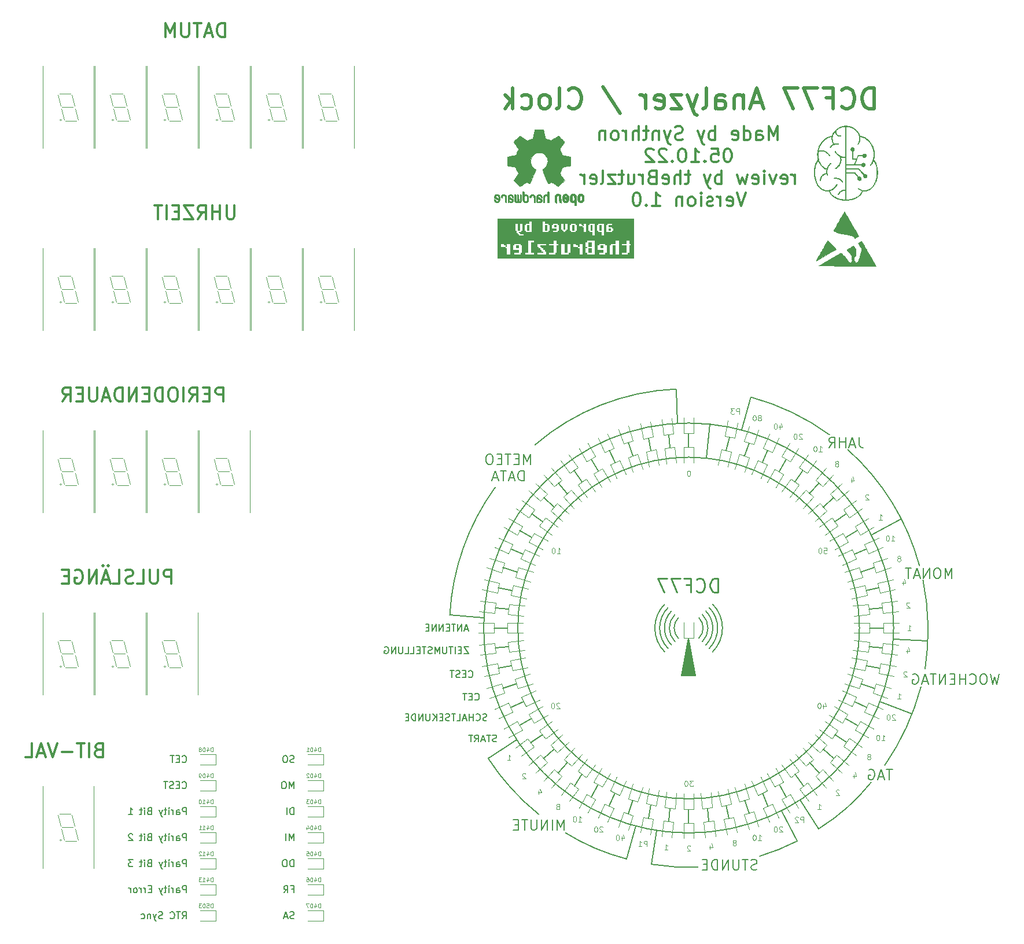
<source format=gbr>
%TF.GenerationSoftware,KiCad,Pcbnew,6.0.7-f9a2dced07~116~ubuntu20.04.1*%
%TF.CreationDate,2022-10-07T18:50:10+02:00*%
%TF.ProjectId,dcf77,64636637-372e-46b6-9963-61645f706362,rev?*%
%TF.SameCoordinates,Original*%
%TF.FileFunction,Legend,Bot*%
%TF.FilePolarity,Positive*%
%FSLAX46Y46*%
G04 Gerber Fmt 4.6, Leading zero omitted, Abs format (unit mm)*
G04 Created by KiCad (PCBNEW 6.0.7-f9a2dced07~116~ubuntu20.04.1) date 2022-10-07 18:50:10*
%MOMM*%
%LPD*%
G01*
G04 APERTURE LIST*
%ADD10C,0.150000*%
%ADD11C,0.100000*%
%ADD12C,0.200000*%
%ADD13C,0.500000*%
%ADD14C,0.300000*%
%ADD15C,0.250000*%
%ADD16C,0.120000*%
%ADD17C,0.010000*%
G04 APERTURE END LIST*
D10*
X148000000Y-123000000D02*
G75*
G03*
X148000000Y-123000000I-25000000J0D01*
G01*
X144196430Y-103893659D02*
X142703570Y-105306341D01*
X150947451Y-128891251D02*
X148952549Y-128508748D01*
X142106341Y-144196430D02*
X140693659Y-142703570D01*
X150187681Y-131841109D02*
X148212318Y-131158890D01*
X108742500Y-147713952D02*
X109757500Y-145886048D01*
X94700000Y-102400000D02*
G75*
G03*
X88048191Y-121097179I28299940J-20599970D01*
G01*
X96956615Y-134595996D02*
X98843385Y-133804004D01*
X131841109Y-150087681D02*
X131158890Y-148212318D01*
X151515000Y-123000000D02*
X149485000Y-123000000D01*
X93648760Y-142063176D02*
G75*
G03*
X101100000Y-150300000I29351240J19063176D01*
G01*
X137257500Y-147713952D02*
X136242500Y-145886048D01*
X128891251Y-150847451D02*
X128508748Y-148952549D01*
X126135854Y-93164343D02*
X125600000Y-98100000D01*
X142028930Y-152381457D02*
G75*
G03*
X149700000Y-145600000I-15714730J25505657D01*
G01*
X125944775Y-151323135D02*
X125755224Y-149376865D01*
X94676865Y-120055224D02*
X96623135Y-120244775D01*
X134595996Y-149043385D02*
X133804004Y-147156615D01*
X103893659Y-144196430D02*
X105306341Y-142703570D01*
X139727138Y-99901390D02*
X138572861Y-101598610D01*
X99901390Y-139827138D02*
X101598610Y-138572861D01*
X117108748Y-95152549D02*
X117491251Y-97047451D01*
X120000000Y-120000000D02*
G75*
G03*
X120000000Y-126000000I3000000J-3000000D01*
G01*
X113925037Y-156806730D02*
X115300000Y-152000000D01*
X120055224Y-94676865D02*
X120244775Y-96623135D01*
X151699993Y-143099995D02*
G75*
G03*
X156999999Y-131600000I-30253393J20914195D01*
G01*
X157600000Y-129032000D02*
G75*
G03*
X157300000Y-116000000I-36396400J5681600D01*
G01*
X156777350Y-113879113D02*
G75*
G03*
X146300000Y-96900000I-33777350J-9120887D01*
G01*
X134595996Y-96956615D02*
X133804004Y-98743385D01*
X126500000Y-126500000D02*
G75*
G03*
X126500000Y-119500000I-3500000J3500000D01*
G01*
X121160253Y-88044813D02*
X121400000Y-93000000D01*
X121500000Y-121500000D02*
G75*
G03*
X121500000Y-124500000I1500000J-1500000D01*
G01*
X98286048Y-137257500D02*
X100013952Y-136242500D01*
X114158890Y-150187681D02*
X114841109Y-148212318D01*
X153000000Y-123000000D02*
G75*
G03*
X153000000Y-123000000I-30000000J0D01*
G01*
G36*
X124000000Y-130000000D02*
G01*
X122000000Y-130000000D01*
X123000000Y-124485000D01*
X124000000Y-130000000D01*
G37*
X124000000Y-130000000D02*
X122000000Y-130000000D01*
X123000000Y-124485000D01*
X124000000Y-130000000D01*
X151323135Y-125944775D02*
X149376865Y-125755224D01*
X131841109Y-95912318D02*
X131158890Y-97787681D01*
X98286048Y-108742500D02*
X100013952Y-109757500D01*
X117108748Y-150847451D02*
X117491251Y-148852549D01*
X95812318Y-114158890D02*
X97887681Y-114841109D01*
X108742500Y-98286048D02*
X109757500Y-100013952D01*
X126000000Y-126000000D02*
G75*
G03*
X126000000Y-120000000I-3000000J3000000D01*
G01*
X101803570Y-103893659D02*
X103296430Y-105306341D01*
X154159886Y-107052853D02*
X149700000Y-109400000D01*
X150187681Y-114158890D02*
X148212318Y-114841109D01*
X111404004Y-149043385D02*
X112195996Y-147156615D01*
X139827138Y-146098610D02*
X138572861Y-144401390D01*
X123000000Y-94485000D02*
X123000000Y-96515000D01*
X151323135Y-120055224D02*
X149376865Y-120244775D01*
X119500000Y-119500000D02*
G75*
G03*
X119500000Y-126500000I3500000J-3500000D01*
G01*
X147713952Y-137257500D02*
X145886048Y-136242500D01*
X105000000Y-153000000D02*
G75*
G03*
X113925037Y-156806730I17146900J27835700D01*
G01*
X132100000Y-89200000D02*
X130800000Y-94000000D01*
X137257500Y-98286048D02*
X136242500Y-100113952D01*
X121158992Y-88020853D02*
G75*
G03*
X100500000Y-96200000I1445258J-33830397D01*
G01*
X100001390Y-106272861D02*
X101598610Y-107427138D01*
X142027996Y-152380015D02*
X139300000Y-148200000D01*
X123000000Y-151515000D02*
X123000000Y-149485000D01*
X120055224Y-151323135D02*
X120262461Y-149360049D01*
X147713952Y-108742500D02*
X145986048Y-109757500D01*
X149043385Y-111404004D02*
X147256615Y-112195996D01*
X111404004Y-96956615D02*
X112195996Y-98743385D01*
X155667658Y-135572750D02*
X151000000Y-133800000D01*
X125000000Y-125000000D02*
G75*
G03*
X125000000Y-121000000I-2000000J2000000D01*
G01*
X94485000Y-123000000D02*
X96515000Y-123000000D01*
X96956615Y-111404004D02*
X98743385Y-112195996D01*
X106272861Y-146098610D02*
X107427138Y-144401390D01*
X146098610Y-106272861D02*
X144401390Y-107427138D01*
X120500001Y-120500001D02*
G75*
G03*
X120500001Y-125499999I2499999J-2499999D01*
G01*
X95152549Y-117108748D02*
X97147451Y-117491251D01*
X150847451Y-117108748D02*
X148952549Y-117491251D01*
X133400003Y-156400010D02*
G75*
G03*
X138895051Y-154186492I-9736103J32097310D01*
G01*
X143600000Y-94700000D02*
G75*
G03*
X132100000Y-89200000I-20600000J-28300000D01*
G01*
X95812318Y-131841109D02*
X97787681Y-131158890D01*
X125499999Y-125499999D02*
G75*
G03*
X125499999Y-120500001I-2499999J2499999D01*
G01*
X121000000Y-121000000D02*
G75*
G03*
X121000000Y-125000000I2000000J-2000000D01*
G01*
X101803570Y-142106341D02*
X103296430Y-140693659D01*
X103893659Y-101803570D02*
X105206341Y-103296430D01*
X93644568Y-142065899D02*
X97800000Y-139400000D01*
X94676865Y-125944775D02*
X96623135Y-125755224D01*
X95152549Y-128891251D02*
X97047451Y-128508748D01*
X149043385Y-134595996D02*
X147256615Y-133804004D01*
X138895051Y-154186492D02*
X136600000Y-149800000D01*
X157952238Y-124895001D02*
X153000000Y-124600000D01*
X114158890Y-95812318D02*
X114841109Y-97787681D01*
X128991251Y-95052549D02*
X128508748Y-97047451D01*
X117530154Y-157573555D02*
X118300000Y-152700000D01*
X144196430Y-142106341D02*
X142703570Y-140693659D01*
X117528678Y-157582906D02*
G75*
G03*
X124400000Y-158000000I5605022J35530106D01*
G01*
X146098610Y-139727138D02*
X144401390Y-138572861D01*
X106172861Y-99901390D02*
X107427138Y-101598610D01*
X88048190Y-121097179D02*
X93000000Y-121500000D01*
X142106341Y-101803570D02*
X140693659Y-103296430D01*
X124500000Y-124500000D02*
G75*
G03*
X124500000Y-121500000I-1500000J1500000D01*
G01*
D11*
X142790476Y-111261904D02*
X143171428Y-111261904D01*
X143209523Y-111642857D01*
X143171428Y-111604761D01*
X143095238Y-111566666D01*
X142904761Y-111566666D01*
X142828571Y-111604761D01*
X142790476Y-111642857D01*
X142752380Y-111719047D01*
X142752380Y-111909523D01*
X142790476Y-111985714D01*
X142828571Y-112023809D01*
X142904761Y-112061904D01*
X143095238Y-112061904D01*
X143171428Y-112023809D01*
X143209523Y-111985714D01*
X142257142Y-111261904D02*
X142180952Y-111261904D01*
X142104761Y-111300000D01*
X142066666Y-111338095D01*
X142028571Y-111414285D01*
X141990476Y-111566666D01*
X141990476Y-111757142D01*
X142028571Y-111909523D01*
X142066666Y-111985714D01*
X142104761Y-112023809D01*
X142180952Y-112061904D01*
X142257142Y-112061904D01*
X142333333Y-112023809D01*
X142371428Y-111985714D01*
X142409523Y-111909523D01*
X142447619Y-111757142D01*
X142447619Y-111566666D01*
X142409523Y-111414285D01*
X142371428Y-111338095D01*
X142333333Y-111300000D01*
X142257142Y-111261904D01*
X149476190Y-141804761D02*
X149552380Y-141766666D01*
X149590476Y-141728571D01*
X149628571Y-141652380D01*
X149628571Y-141614285D01*
X149590476Y-141538095D01*
X149552380Y-141500000D01*
X149476190Y-141461904D01*
X149323809Y-141461904D01*
X149247619Y-141500000D01*
X149209523Y-141538095D01*
X149171428Y-141614285D01*
X149171428Y-141652380D01*
X149209523Y-141728571D01*
X149247619Y-141766666D01*
X149323809Y-141804761D01*
X149476190Y-141804761D01*
X149552380Y-141842857D01*
X149590476Y-141880952D01*
X149628571Y-141957142D01*
X149628571Y-142109523D01*
X149590476Y-142185714D01*
X149552380Y-142223809D01*
X149476190Y-142261904D01*
X149323809Y-142261904D01*
X149247619Y-142223809D01*
X149209523Y-142185714D01*
X149171428Y-142109523D01*
X149171428Y-141957142D01*
X149209523Y-141880952D01*
X149247619Y-141842857D01*
X149323809Y-141804761D01*
X123038095Y-99961904D02*
X122961904Y-99961904D01*
X122885714Y-100000000D01*
X122847619Y-100038095D01*
X122809523Y-100114285D01*
X122771428Y-100266666D01*
X122771428Y-100457142D01*
X122809523Y-100609523D01*
X122847619Y-100685714D01*
X122885714Y-100723809D01*
X122961904Y-100761904D01*
X123038095Y-100761904D01*
X123114285Y-100723809D01*
X123152380Y-100685714D01*
X123190476Y-100609523D01*
X123228571Y-100457142D01*
X123228571Y-100266666D01*
X123190476Y-100114285D01*
X123152380Y-100038095D01*
X123114285Y-100000000D01*
X123038095Y-99961904D01*
X106852380Y-151361904D02*
X107309523Y-151361904D01*
X107080952Y-151361904D02*
X107080952Y-150561904D01*
X107157142Y-150676190D01*
X107233333Y-150752380D01*
X107309523Y-150790476D01*
X106357142Y-150561904D02*
X106280952Y-150561904D01*
X106204761Y-150600000D01*
X106166666Y-150638095D01*
X106128571Y-150714285D01*
X106090476Y-150866666D01*
X106090476Y-151057142D01*
X106128571Y-151209523D01*
X106166666Y-151285714D01*
X106204761Y-151323809D01*
X106280952Y-151361904D01*
X106357142Y-151361904D01*
X106433333Y-151323809D01*
X106471428Y-151285714D01*
X106509523Y-151209523D01*
X106547619Y-151057142D01*
X106547619Y-150866666D01*
X106509523Y-150714285D01*
X106471428Y-150638095D01*
X106433333Y-150600000D01*
X106357142Y-150561904D01*
D10*
X49473904Y-157932380D02*
X49473904Y-156932380D01*
X49092952Y-156932380D01*
X48997714Y-156980000D01*
X48950095Y-157027619D01*
X48902476Y-157122857D01*
X48902476Y-157265714D01*
X48950095Y-157360952D01*
X48997714Y-157408571D01*
X49092952Y-157456190D01*
X49473904Y-157456190D01*
X48045333Y-157932380D02*
X48045333Y-157408571D01*
X48092952Y-157313333D01*
X48188190Y-157265714D01*
X48378666Y-157265714D01*
X48473904Y-157313333D01*
X48045333Y-157884761D02*
X48140571Y-157932380D01*
X48378666Y-157932380D01*
X48473904Y-157884761D01*
X48521523Y-157789523D01*
X48521523Y-157694285D01*
X48473904Y-157599047D01*
X48378666Y-157551428D01*
X48140571Y-157551428D01*
X48045333Y-157503809D01*
X47569142Y-157932380D02*
X47569142Y-157265714D01*
X47569142Y-157456190D02*
X47521523Y-157360952D01*
X47473904Y-157313333D01*
X47378666Y-157265714D01*
X47283428Y-157265714D01*
X46950095Y-157932380D02*
X46950095Y-157265714D01*
X46950095Y-156932380D02*
X46997714Y-156980000D01*
X46950095Y-157027619D01*
X46902476Y-156980000D01*
X46950095Y-156932380D01*
X46950095Y-157027619D01*
X46616761Y-157265714D02*
X46235809Y-157265714D01*
X46473904Y-156932380D02*
X46473904Y-157789523D01*
X46426285Y-157884761D01*
X46331047Y-157932380D01*
X46235809Y-157932380D01*
X45997714Y-157265714D02*
X45759619Y-157932380D01*
X45521523Y-157265714D02*
X45759619Y-157932380D01*
X45854857Y-158170476D01*
X45902476Y-158218095D01*
X45997714Y-158265714D01*
X44045333Y-157408571D02*
X43902476Y-157456190D01*
X43854857Y-157503809D01*
X43807238Y-157599047D01*
X43807238Y-157741904D01*
X43854857Y-157837142D01*
X43902476Y-157884761D01*
X43997714Y-157932380D01*
X44378666Y-157932380D01*
X44378666Y-156932380D01*
X44045333Y-156932380D01*
X43950095Y-156980000D01*
X43902476Y-157027619D01*
X43854857Y-157122857D01*
X43854857Y-157218095D01*
X43902476Y-157313333D01*
X43950095Y-157360952D01*
X44045333Y-157408571D01*
X44378666Y-157408571D01*
X43378666Y-157932380D02*
X43378666Y-157265714D01*
X43378666Y-156932380D02*
X43426285Y-156980000D01*
X43378666Y-157027619D01*
X43331047Y-156980000D01*
X43378666Y-156932380D01*
X43378666Y-157027619D01*
X43045333Y-157265714D02*
X42664380Y-157265714D01*
X42902476Y-156932380D02*
X42902476Y-157789523D01*
X42854857Y-157884761D01*
X42759619Y-157932380D01*
X42664380Y-157932380D01*
X41664380Y-156932380D02*
X41045333Y-156932380D01*
X41378666Y-157313333D01*
X41235809Y-157313333D01*
X41140571Y-157360952D01*
X41092952Y-157408571D01*
X41045333Y-157503809D01*
X41045333Y-157741904D01*
X41092952Y-157837142D01*
X41140571Y-157884761D01*
X41235809Y-157932380D01*
X41521523Y-157932380D01*
X41616761Y-157884761D01*
X41664380Y-157837142D01*
D11*
X136709523Y-152138095D02*
X136671428Y-152100000D01*
X136595238Y-152061904D01*
X136404761Y-152061904D01*
X136328571Y-152100000D01*
X136290476Y-152138095D01*
X136252380Y-152214285D01*
X136252380Y-152290476D01*
X136290476Y-152404761D01*
X136747619Y-152861904D01*
X136252380Y-152861904D01*
X135757142Y-152061904D02*
X135680952Y-152061904D01*
X135604761Y-152100000D01*
X135566666Y-152138095D01*
X135528571Y-152214285D01*
X135490476Y-152366666D01*
X135490476Y-152557142D01*
X135528571Y-152709523D01*
X135566666Y-152785714D01*
X135604761Y-152823809D01*
X135680952Y-152861904D01*
X135757142Y-152861904D01*
X135833333Y-152823809D01*
X135871428Y-152785714D01*
X135909523Y-152709523D01*
X135947619Y-152557142D01*
X135947619Y-152366666D01*
X135909523Y-152214285D01*
X135871428Y-152138095D01*
X135833333Y-152100000D01*
X135757142Y-152061904D01*
X142728571Y-134228571D02*
X142728571Y-134761904D01*
X142919047Y-133923809D02*
X143109523Y-134495238D01*
X142614285Y-134495238D01*
X142157142Y-133961904D02*
X142080952Y-133961904D01*
X142004761Y-134000000D01*
X141966666Y-134038095D01*
X141928571Y-134114285D01*
X141890476Y-134266666D01*
X141890476Y-134457142D01*
X141928571Y-134609523D01*
X141966666Y-134685714D01*
X142004761Y-134723809D01*
X142080952Y-134761904D01*
X142157142Y-134761904D01*
X142233333Y-134723809D01*
X142271428Y-134685714D01*
X142309523Y-134609523D01*
X142347619Y-134457142D01*
X142347619Y-134266666D01*
X142309523Y-134114285D01*
X142271428Y-134038095D01*
X142233333Y-134000000D01*
X142157142Y-133961904D01*
X123228571Y-154938095D02*
X123190476Y-154900000D01*
X123114285Y-154861904D01*
X122923809Y-154861904D01*
X122847619Y-154900000D01*
X122809523Y-154938095D01*
X122771428Y-155014285D01*
X122771428Y-155090476D01*
X122809523Y-155204761D01*
X123266666Y-155661904D01*
X122771428Y-155661904D01*
X103752380Y-112061904D02*
X104209523Y-112061904D01*
X103980952Y-112061904D02*
X103980952Y-111261904D01*
X104057142Y-111376190D01*
X104133333Y-111452380D01*
X104209523Y-111490476D01*
X103257142Y-111261904D02*
X103180952Y-111261904D01*
X103104761Y-111300000D01*
X103066666Y-111338095D01*
X103028571Y-111414285D01*
X102990476Y-111566666D01*
X102990476Y-111757142D01*
X103028571Y-111909523D01*
X103066666Y-111985714D01*
X103104761Y-112023809D01*
X103180952Y-112061904D01*
X103257142Y-112061904D01*
X103333333Y-112023809D01*
X103371428Y-111985714D01*
X103409523Y-111909523D01*
X103447619Y-111757142D01*
X103447619Y-111566666D01*
X103409523Y-111414285D01*
X103371428Y-111338095D01*
X103333333Y-111300000D01*
X103257142Y-111261904D01*
D12*
X104778571Y-152578571D02*
X104778571Y-151078571D01*
X104278571Y-152150000D01*
X103778571Y-151078571D01*
X103778571Y-152578571D01*
X103064285Y-152578571D02*
X103064285Y-151078571D01*
X102350000Y-152578571D02*
X102350000Y-151078571D01*
X101492857Y-152578571D01*
X101492857Y-151078571D01*
X100778571Y-151078571D02*
X100778571Y-152292857D01*
X100707142Y-152435714D01*
X100635714Y-152507142D01*
X100492857Y-152578571D01*
X100207142Y-152578571D01*
X100064285Y-152507142D01*
X99992857Y-152435714D01*
X99921428Y-152292857D01*
X99921428Y-151078571D01*
X99421428Y-151078571D02*
X98564285Y-151078571D01*
X98992857Y-152578571D02*
X98992857Y-151078571D01*
X98064285Y-151792857D02*
X97564285Y-151792857D01*
X97350000Y-152578571D02*
X98064285Y-152578571D01*
X98064285Y-151078571D01*
X97350000Y-151078571D01*
D13*
X150128571Y-46957142D02*
X150128571Y-43957142D01*
X149414285Y-43957142D01*
X148985714Y-44100000D01*
X148700000Y-44385714D01*
X148557142Y-44671428D01*
X148414285Y-45242857D01*
X148414285Y-45671428D01*
X148557142Y-46242857D01*
X148700000Y-46528571D01*
X148985714Y-46814285D01*
X149414285Y-46957142D01*
X150128571Y-46957142D01*
X145414285Y-46671428D02*
X145557142Y-46814285D01*
X145985714Y-46957142D01*
X146271428Y-46957142D01*
X146700000Y-46814285D01*
X146985714Y-46528571D01*
X147128571Y-46242857D01*
X147271428Y-45671428D01*
X147271428Y-45242857D01*
X147128571Y-44671428D01*
X146985714Y-44385714D01*
X146700000Y-44100000D01*
X146271428Y-43957142D01*
X145985714Y-43957142D01*
X145557142Y-44100000D01*
X145414285Y-44242857D01*
X143128571Y-45385714D02*
X144128571Y-45385714D01*
X144128571Y-46957142D02*
X144128571Y-43957142D01*
X142700000Y-43957142D01*
X141842857Y-43957142D02*
X139842857Y-43957142D01*
X141128571Y-46957142D01*
X138985714Y-43957142D02*
X136985714Y-43957142D01*
X138271428Y-46957142D01*
X133700000Y-46100000D02*
X132271428Y-46100000D01*
X133985714Y-46957142D02*
X132985714Y-43957142D01*
X131985714Y-46957142D01*
X130985714Y-44957142D02*
X130985714Y-46957142D01*
X130985714Y-45242857D02*
X130842857Y-45100000D01*
X130557142Y-44957142D01*
X130128571Y-44957142D01*
X129842857Y-45100000D01*
X129700000Y-45385714D01*
X129700000Y-46957142D01*
X126985714Y-46957142D02*
X126985714Y-45385714D01*
X127128571Y-45100000D01*
X127414285Y-44957142D01*
X127985714Y-44957142D01*
X128271428Y-45100000D01*
X126985714Y-46814285D02*
X127271428Y-46957142D01*
X127985714Y-46957142D01*
X128271428Y-46814285D01*
X128414285Y-46528571D01*
X128414285Y-46242857D01*
X128271428Y-45957142D01*
X127985714Y-45814285D01*
X127271428Y-45814285D01*
X126985714Y-45671428D01*
X125128571Y-46957142D02*
X125414285Y-46814285D01*
X125557142Y-46528571D01*
X125557142Y-43957142D01*
X124271428Y-44957142D02*
X123557142Y-46957142D01*
X122842857Y-44957142D02*
X123557142Y-46957142D01*
X123842857Y-47671428D01*
X123985714Y-47814285D01*
X124271428Y-47957142D01*
X121985714Y-44957142D02*
X120414285Y-44957142D01*
X121985714Y-46957142D01*
X120414285Y-46957142D01*
X118128571Y-46814285D02*
X118414285Y-46957142D01*
X118985714Y-46957142D01*
X119271428Y-46814285D01*
X119414285Y-46528571D01*
X119414285Y-45385714D01*
X119271428Y-45100000D01*
X118985714Y-44957142D01*
X118414285Y-44957142D01*
X118128571Y-45100000D01*
X117985714Y-45385714D01*
X117985714Y-45671428D01*
X119414285Y-45957142D01*
X116700000Y-46957142D02*
X116700000Y-44957142D01*
X116700000Y-45528571D02*
X116557142Y-45242857D01*
X116414285Y-45100000D01*
X116128571Y-44957142D01*
X115842857Y-44957142D01*
X110414285Y-43814285D02*
X112985714Y-47671428D01*
X105414285Y-46671428D02*
X105557142Y-46814285D01*
X105985714Y-46957142D01*
X106271428Y-46957142D01*
X106700000Y-46814285D01*
X106985714Y-46528571D01*
X107128571Y-46242857D01*
X107271428Y-45671428D01*
X107271428Y-45242857D01*
X107128571Y-44671428D01*
X106985714Y-44385714D01*
X106700000Y-44100000D01*
X106271428Y-43957142D01*
X105985714Y-43957142D01*
X105557142Y-44100000D01*
X105414285Y-44242857D01*
X103700000Y-46957142D02*
X103985714Y-46814285D01*
X104128571Y-46528571D01*
X104128571Y-43957142D01*
X102128571Y-46957142D02*
X102414285Y-46814285D01*
X102557142Y-46671428D01*
X102700000Y-46385714D01*
X102700000Y-45528571D01*
X102557142Y-45242857D01*
X102414285Y-45100000D01*
X102128571Y-44957142D01*
X101700000Y-44957142D01*
X101414285Y-45100000D01*
X101271428Y-45242857D01*
X101128571Y-45528571D01*
X101128571Y-46385714D01*
X101271428Y-46671428D01*
X101414285Y-46814285D01*
X101700000Y-46957142D01*
X102128571Y-46957142D01*
X98557142Y-46814285D02*
X98842857Y-46957142D01*
X99414285Y-46957142D01*
X99700000Y-46814285D01*
X99842857Y-46671428D01*
X99985714Y-46385714D01*
X99985714Y-45528571D01*
X99842857Y-45242857D01*
X99700000Y-45100000D01*
X99414285Y-44957142D01*
X98842857Y-44957142D01*
X98557142Y-45100000D01*
X97271428Y-46957142D02*
X97271428Y-43957142D01*
X96985714Y-45814285D02*
X96128571Y-46957142D01*
X96128571Y-44957142D02*
X97271428Y-46100000D01*
D10*
X64863071Y-161218571D02*
X65196404Y-161218571D01*
X65196404Y-161742380D02*
X65196404Y-160742380D01*
X64720214Y-160742380D01*
X63767833Y-161742380D02*
X64101166Y-161266190D01*
X64339261Y-161742380D02*
X64339261Y-160742380D01*
X63958309Y-160742380D01*
X63863071Y-160790000D01*
X63815452Y-160837619D01*
X63767833Y-160932857D01*
X63767833Y-161075714D01*
X63815452Y-161170952D01*
X63863071Y-161218571D01*
X63958309Y-161266190D01*
X64339261Y-161266190D01*
X65244023Y-142644761D02*
X65101166Y-142692380D01*
X64863071Y-142692380D01*
X64767833Y-142644761D01*
X64720214Y-142597142D01*
X64672595Y-142501904D01*
X64672595Y-142406666D01*
X64720214Y-142311428D01*
X64767833Y-142263809D01*
X64863071Y-142216190D01*
X65053547Y-142168571D01*
X65148785Y-142120952D01*
X65196404Y-142073333D01*
X65244023Y-141978095D01*
X65244023Y-141882857D01*
X65196404Y-141787619D01*
X65148785Y-141740000D01*
X65053547Y-141692380D01*
X64815452Y-141692380D01*
X64672595Y-141740000D01*
X64053547Y-141692380D02*
X63863071Y-141692380D01*
X63767833Y-141740000D01*
X63672595Y-141835238D01*
X63624976Y-142025714D01*
X63624976Y-142359047D01*
X63672595Y-142549523D01*
X63767833Y-142644761D01*
X63863071Y-142692380D01*
X64053547Y-142692380D01*
X64148785Y-142644761D01*
X64244023Y-142549523D01*
X64291642Y-142359047D01*
X64291642Y-142025714D01*
X64244023Y-141835238D01*
X64148785Y-141740000D01*
X64053547Y-141692380D01*
D14*
X56514285Y-61134761D02*
X56514285Y-62753809D01*
X56419047Y-62944285D01*
X56323809Y-63039523D01*
X56133333Y-63134761D01*
X55752380Y-63134761D01*
X55561904Y-63039523D01*
X55466666Y-62944285D01*
X55371428Y-62753809D01*
X55371428Y-61134761D01*
X54419047Y-63134761D02*
X54419047Y-61134761D01*
X54419047Y-62087142D02*
X53276190Y-62087142D01*
X53276190Y-63134761D02*
X53276190Y-61134761D01*
X51180952Y-63134761D02*
X51847619Y-62182380D01*
X52323809Y-63134761D02*
X52323809Y-61134761D01*
X51561904Y-61134761D01*
X51371428Y-61230000D01*
X51276190Y-61325238D01*
X51180952Y-61515714D01*
X51180952Y-61801428D01*
X51276190Y-61991904D01*
X51371428Y-62087142D01*
X51561904Y-62182380D01*
X52323809Y-62182380D01*
X50514285Y-61134761D02*
X49180952Y-61134761D01*
X50514285Y-63134761D01*
X49180952Y-63134761D01*
X48419047Y-62087142D02*
X47752380Y-62087142D01*
X47466666Y-63134761D02*
X48419047Y-63134761D01*
X48419047Y-61134761D01*
X47466666Y-61134761D01*
X46609523Y-63134761D02*
X46609523Y-61134761D01*
X45942857Y-61134761D02*
X44800000Y-61134761D01*
X45371428Y-63134761D02*
X45371428Y-61134761D01*
D11*
X99128571Y-144338095D02*
X99090476Y-144300000D01*
X99014285Y-144261904D01*
X98823809Y-144261904D01*
X98747619Y-144300000D01*
X98709523Y-144338095D01*
X98671428Y-144414285D01*
X98671428Y-144490476D01*
X98709523Y-144604761D01*
X99166666Y-145061904D01*
X98671428Y-145061904D01*
X149328571Y-103538095D02*
X149290476Y-103500000D01*
X149214285Y-103461904D01*
X149023809Y-103461904D01*
X148947619Y-103500000D01*
X148909523Y-103538095D01*
X148871428Y-103614285D01*
X148871428Y-103690476D01*
X148909523Y-103804761D01*
X149366666Y-104261904D01*
X148871428Y-104261904D01*
D14*
X136047619Y-51574761D02*
X136047619Y-49574761D01*
X135380952Y-51003333D01*
X134714285Y-49574761D01*
X134714285Y-51574761D01*
X132904761Y-51574761D02*
X132904761Y-50527142D01*
X133000000Y-50336666D01*
X133190476Y-50241428D01*
X133571428Y-50241428D01*
X133761904Y-50336666D01*
X132904761Y-51479523D02*
X133095238Y-51574761D01*
X133571428Y-51574761D01*
X133761904Y-51479523D01*
X133857142Y-51289047D01*
X133857142Y-51098571D01*
X133761904Y-50908095D01*
X133571428Y-50812857D01*
X133095238Y-50812857D01*
X132904761Y-50717619D01*
X131095238Y-51574761D02*
X131095238Y-49574761D01*
X131095238Y-51479523D02*
X131285714Y-51574761D01*
X131666666Y-51574761D01*
X131857142Y-51479523D01*
X131952380Y-51384285D01*
X132047619Y-51193809D01*
X132047619Y-50622380D01*
X131952380Y-50431904D01*
X131857142Y-50336666D01*
X131666666Y-50241428D01*
X131285714Y-50241428D01*
X131095238Y-50336666D01*
X129380952Y-51479523D02*
X129571428Y-51574761D01*
X129952380Y-51574761D01*
X130142857Y-51479523D01*
X130238095Y-51289047D01*
X130238095Y-50527142D01*
X130142857Y-50336666D01*
X129952380Y-50241428D01*
X129571428Y-50241428D01*
X129380952Y-50336666D01*
X129285714Y-50527142D01*
X129285714Y-50717619D01*
X130238095Y-50908095D01*
X126904761Y-51574761D02*
X126904761Y-49574761D01*
X126904761Y-50336666D02*
X126714285Y-50241428D01*
X126333333Y-50241428D01*
X126142857Y-50336666D01*
X126047619Y-50431904D01*
X125952380Y-50622380D01*
X125952380Y-51193809D01*
X126047619Y-51384285D01*
X126142857Y-51479523D01*
X126333333Y-51574761D01*
X126714285Y-51574761D01*
X126904761Y-51479523D01*
X125285714Y-50241428D02*
X124809523Y-51574761D01*
X124333333Y-50241428D02*
X124809523Y-51574761D01*
X125000000Y-52050952D01*
X125095238Y-52146190D01*
X125285714Y-52241428D01*
X122142857Y-51479523D02*
X121857142Y-51574761D01*
X121380952Y-51574761D01*
X121190476Y-51479523D01*
X121095238Y-51384285D01*
X121000000Y-51193809D01*
X121000000Y-51003333D01*
X121095238Y-50812857D01*
X121190476Y-50717619D01*
X121380952Y-50622380D01*
X121761904Y-50527142D01*
X121952380Y-50431904D01*
X122047619Y-50336666D01*
X122142857Y-50146190D01*
X122142857Y-49955714D01*
X122047619Y-49765238D01*
X121952380Y-49670000D01*
X121761904Y-49574761D01*
X121285714Y-49574761D01*
X121000000Y-49670000D01*
X120333333Y-50241428D02*
X119857142Y-51574761D01*
X119380952Y-50241428D02*
X119857142Y-51574761D01*
X120047619Y-52050952D01*
X120142857Y-52146190D01*
X120333333Y-52241428D01*
X118619047Y-50241428D02*
X118619047Y-51574761D01*
X118619047Y-50431904D02*
X118523809Y-50336666D01*
X118333333Y-50241428D01*
X118047619Y-50241428D01*
X117857142Y-50336666D01*
X117761904Y-50527142D01*
X117761904Y-51574761D01*
X117095238Y-50241428D02*
X116333333Y-50241428D01*
X116809523Y-49574761D02*
X116809523Y-51289047D01*
X116714285Y-51479523D01*
X116523809Y-51574761D01*
X116333333Y-51574761D01*
X115666666Y-51574761D02*
X115666666Y-49574761D01*
X114809523Y-51574761D02*
X114809523Y-50527142D01*
X114904761Y-50336666D01*
X115095238Y-50241428D01*
X115380952Y-50241428D01*
X115571428Y-50336666D01*
X115666666Y-50431904D01*
X113857142Y-51574761D02*
X113857142Y-50241428D01*
X113857142Y-50622380D02*
X113761904Y-50431904D01*
X113666666Y-50336666D01*
X113476190Y-50241428D01*
X113285714Y-50241428D01*
X112333333Y-51574761D02*
X112523809Y-51479523D01*
X112619047Y-51384285D01*
X112714285Y-51193809D01*
X112714285Y-50622380D01*
X112619047Y-50431904D01*
X112523809Y-50336666D01*
X112333333Y-50241428D01*
X112047619Y-50241428D01*
X111857142Y-50336666D01*
X111761904Y-50431904D01*
X111666666Y-50622380D01*
X111666666Y-51193809D01*
X111761904Y-51384285D01*
X111857142Y-51479523D01*
X112047619Y-51574761D01*
X112333333Y-51574761D01*
X110809523Y-50241428D02*
X110809523Y-51574761D01*
X110809523Y-50431904D02*
X110714285Y-50336666D01*
X110523809Y-50241428D01*
X110238095Y-50241428D01*
X110047619Y-50336666D01*
X109952380Y-50527142D01*
X109952380Y-51574761D01*
X128809523Y-52794761D02*
X128619047Y-52794761D01*
X128428571Y-52890000D01*
X128333333Y-52985238D01*
X128238095Y-53175714D01*
X128142857Y-53556666D01*
X128142857Y-54032857D01*
X128238095Y-54413809D01*
X128333333Y-54604285D01*
X128428571Y-54699523D01*
X128619047Y-54794761D01*
X128809523Y-54794761D01*
X129000000Y-54699523D01*
X129095238Y-54604285D01*
X129190476Y-54413809D01*
X129285714Y-54032857D01*
X129285714Y-53556666D01*
X129190476Y-53175714D01*
X129095238Y-52985238D01*
X129000000Y-52890000D01*
X128809523Y-52794761D01*
X126333333Y-52794761D02*
X127285714Y-52794761D01*
X127380952Y-53747142D01*
X127285714Y-53651904D01*
X127095238Y-53556666D01*
X126619047Y-53556666D01*
X126428571Y-53651904D01*
X126333333Y-53747142D01*
X126238095Y-53937619D01*
X126238095Y-54413809D01*
X126333333Y-54604285D01*
X126428571Y-54699523D01*
X126619047Y-54794761D01*
X127095238Y-54794761D01*
X127285714Y-54699523D01*
X127380952Y-54604285D01*
X125380952Y-54604285D02*
X125285714Y-54699523D01*
X125380952Y-54794761D01*
X125476190Y-54699523D01*
X125380952Y-54604285D01*
X125380952Y-54794761D01*
X123380952Y-54794761D02*
X124523809Y-54794761D01*
X123952380Y-54794761D02*
X123952380Y-52794761D01*
X124142857Y-53080476D01*
X124333333Y-53270952D01*
X124523809Y-53366190D01*
X122142857Y-52794761D02*
X121952380Y-52794761D01*
X121761904Y-52890000D01*
X121666666Y-52985238D01*
X121571428Y-53175714D01*
X121476190Y-53556666D01*
X121476190Y-54032857D01*
X121571428Y-54413809D01*
X121666666Y-54604285D01*
X121761904Y-54699523D01*
X121952380Y-54794761D01*
X122142857Y-54794761D01*
X122333333Y-54699523D01*
X122428571Y-54604285D01*
X122523809Y-54413809D01*
X122619047Y-54032857D01*
X122619047Y-53556666D01*
X122523809Y-53175714D01*
X122428571Y-52985238D01*
X122333333Y-52890000D01*
X122142857Y-52794761D01*
X120619047Y-54604285D02*
X120523809Y-54699523D01*
X120619047Y-54794761D01*
X120714285Y-54699523D01*
X120619047Y-54604285D01*
X120619047Y-54794761D01*
X119761904Y-52985238D02*
X119666666Y-52890000D01*
X119476190Y-52794761D01*
X119000000Y-52794761D01*
X118809523Y-52890000D01*
X118714285Y-52985238D01*
X118619047Y-53175714D01*
X118619047Y-53366190D01*
X118714285Y-53651904D01*
X119857142Y-54794761D01*
X118619047Y-54794761D01*
X117857142Y-52985238D02*
X117761904Y-52890000D01*
X117571428Y-52794761D01*
X117095238Y-52794761D01*
X116904761Y-52890000D01*
X116809523Y-52985238D01*
X116714285Y-53175714D01*
X116714285Y-53366190D01*
X116809523Y-53651904D01*
X117952380Y-54794761D01*
X116714285Y-54794761D01*
X138571428Y-58014761D02*
X138571428Y-56681428D01*
X138571428Y-57062380D02*
X138476190Y-56871904D01*
X138380952Y-56776666D01*
X138190476Y-56681428D01*
X138000000Y-56681428D01*
X136571428Y-57919523D02*
X136761904Y-58014761D01*
X137142857Y-58014761D01*
X137333333Y-57919523D01*
X137428571Y-57729047D01*
X137428571Y-56967142D01*
X137333333Y-56776666D01*
X137142857Y-56681428D01*
X136761904Y-56681428D01*
X136571428Y-56776666D01*
X136476190Y-56967142D01*
X136476190Y-57157619D01*
X137428571Y-57348095D01*
X135809523Y-56681428D02*
X135333333Y-58014761D01*
X134857142Y-56681428D01*
X134095238Y-58014761D02*
X134095238Y-56681428D01*
X134095238Y-56014761D02*
X134190476Y-56110000D01*
X134095238Y-56205238D01*
X134000000Y-56110000D01*
X134095238Y-56014761D01*
X134095238Y-56205238D01*
X132380952Y-57919523D02*
X132571428Y-58014761D01*
X132952380Y-58014761D01*
X133142857Y-57919523D01*
X133238095Y-57729047D01*
X133238095Y-56967142D01*
X133142857Y-56776666D01*
X132952380Y-56681428D01*
X132571428Y-56681428D01*
X132380952Y-56776666D01*
X132285714Y-56967142D01*
X132285714Y-57157619D01*
X133238095Y-57348095D01*
X131619047Y-56681428D02*
X131238095Y-58014761D01*
X130857142Y-57062380D01*
X130476190Y-58014761D01*
X130095238Y-56681428D01*
X127809523Y-58014761D02*
X127809523Y-56014761D01*
X127809523Y-56776666D02*
X127619047Y-56681428D01*
X127238095Y-56681428D01*
X127047619Y-56776666D01*
X126952380Y-56871904D01*
X126857142Y-57062380D01*
X126857142Y-57633809D01*
X126952380Y-57824285D01*
X127047619Y-57919523D01*
X127238095Y-58014761D01*
X127619047Y-58014761D01*
X127809523Y-57919523D01*
X126190476Y-56681428D02*
X125714285Y-58014761D01*
X125238095Y-56681428D02*
X125714285Y-58014761D01*
X125904761Y-58490952D01*
X126000000Y-58586190D01*
X126190476Y-58681428D01*
X123238095Y-56681428D02*
X122476190Y-56681428D01*
X122952380Y-56014761D02*
X122952380Y-57729047D01*
X122857142Y-57919523D01*
X122666666Y-58014761D01*
X122476190Y-58014761D01*
X121809523Y-58014761D02*
X121809523Y-56014761D01*
X120952380Y-58014761D02*
X120952380Y-56967142D01*
X121047619Y-56776666D01*
X121238095Y-56681428D01*
X121523809Y-56681428D01*
X121714285Y-56776666D01*
X121809523Y-56871904D01*
X119238095Y-57919523D02*
X119428571Y-58014761D01*
X119809523Y-58014761D01*
X120000000Y-57919523D01*
X120095238Y-57729047D01*
X120095238Y-56967142D01*
X120000000Y-56776666D01*
X119809523Y-56681428D01*
X119428571Y-56681428D01*
X119238095Y-56776666D01*
X119142857Y-56967142D01*
X119142857Y-57157619D01*
X120095238Y-57348095D01*
X117619047Y-56967142D02*
X117333333Y-57062380D01*
X117238095Y-57157619D01*
X117142857Y-57348095D01*
X117142857Y-57633809D01*
X117238095Y-57824285D01*
X117333333Y-57919523D01*
X117523809Y-58014761D01*
X118285714Y-58014761D01*
X118285714Y-56014761D01*
X117619047Y-56014761D01*
X117428571Y-56110000D01*
X117333333Y-56205238D01*
X117238095Y-56395714D01*
X117238095Y-56586190D01*
X117333333Y-56776666D01*
X117428571Y-56871904D01*
X117619047Y-56967142D01*
X118285714Y-56967142D01*
X116285714Y-58014761D02*
X116285714Y-56681428D01*
X116285714Y-57062380D02*
X116190476Y-56871904D01*
X116095238Y-56776666D01*
X115904761Y-56681428D01*
X115714285Y-56681428D01*
X114190476Y-56681428D02*
X114190476Y-58014761D01*
X115047619Y-56681428D02*
X115047619Y-57729047D01*
X114952380Y-57919523D01*
X114761904Y-58014761D01*
X114476190Y-58014761D01*
X114285714Y-57919523D01*
X114190476Y-57824285D01*
X113523809Y-56681428D02*
X112761904Y-56681428D01*
X113238095Y-56014761D02*
X113238095Y-57729047D01*
X113142857Y-57919523D01*
X112952380Y-58014761D01*
X112761904Y-58014761D01*
X112285714Y-56681428D02*
X111238095Y-56681428D01*
X112285714Y-58014761D01*
X111238095Y-58014761D01*
X110190476Y-58014761D02*
X110380952Y-57919523D01*
X110476190Y-57729047D01*
X110476190Y-56014761D01*
X108666666Y-57919523D02*
X108857142Y-58014761D01*
X109238095Y-58014761D01*
X109428571Y-57919523D01*
X109523809Y-57729047D01*
X109523809Y-56967142D01*
X109428571Y-56776666D01*
X109238095Y-56681428D01*
X108857142Y-56681428D01*
X108666666Y-56776666D01*
X108571428Y-56967142D01*
X108571428Y-57157619D01*
X109523809Y-57348095D01*
X107714285Y-58014761D02*
X107714285Y-56681428D01*
X107714285Y-57062380D02*
X107619047Y-56871904D01*
X107523809Y-56776666D01*
X107333333Y-56681428D01*
X107142857Y-56681428D01*
X131380952Y-59234761D02*
X130714285Y-61234761D01*
X130047619Y-59234761D01*
X128619047Y-61139523D02*
X128809523Y-61234761D01*
X129190476Y-61234761D01*
X129380952Y-61139523D01*
X129476190Y-60949047D01*
X129476190Y-60187142D01*
X129380952Y-59996666D01*
X129190476Y-59901428D01*
X128809523Y-59901428D01*
X128619047Y-59996666D01*
X128523809Y-60187142D01*
X128523809Y-60377619D01*
X129476190Y-60568095D01*
X127666666Y-61234761D02*
X127666666Y-59901428D01*
X127666666Y-60282380D02*
X127571428Y-60091904D01*
X127476190Y-59996666D01*
X127285714Y-59901428D01*
X127095238Y-59901428D01*
X126523809Y-61139523D02*
X126333333Y-61234761D01*
X125952380Y-61234761D01*
X125761904Y-61139523D01*
X125666666Y-60949047D01*
X125666666Y-60853809D01*
X125761904Y-60663333D01*
X125952380Y-60568095D01*
X126238095Y-60568095D01*
X126428571Y-60472857D01*
X126523809Y-60282380D01*
X126523809Y-60187142D01*
X126428571Y-59996666D01*
X126238095Y-59901428D01*
X125952380Y-59901428D01*
X125761904Y-59996666D01*
X124809523Y-61234761D02*
X124809523Y-59901428D01*
X124809523Y-59234761D02*
X124904761Y-59330000D01*
X124809523Y-59425238D01*
X124714285Y-59330000D01*
X124809523Y-59234761D01*
X124809523Y-59425238D01*
X123571428Y-61234761D02*
X123761904Y-61139523D01*
X123857142Y-61044285D01*
X123952380Y-60853809D01*
X123952380Y-60282380D01*
X123857142Y-60091904D01*
X123761904Y-59996666D01*
X123571428Y-59901428D01*
X123285714Y-59901428D01*
X123095238Y-59996666D01*
X123000000Y-60091904D01*
X122904761Y-60282380D01*
X122904761Y-60853809D01*
X123000000Y-61044285D01*
X123095238Y-61139523D01*
X123285714Y-61234761D01*
X123571428Y-61234761D01*
X122047619Y-59901428D02*
X122047619Y-61234761D01*
X122047619Y-60091904D02*
X121952380Y-59996666D01*
X121761904Y-59901428D01*
X121476190Y-59901428D01*
X121285714Y-59996666D01*
X121190476Y-60187142D01*
X121190476Y-61234761D01*
X117666666Y-61234761D02*
X118809523Y-61234761D01*
X118238095Y-61234761D02*
X118238095Y-59234761D01*
X118428571Y-59520476D01*
X118619047Y-59710952D01*
X118809523Y-59806190D01*
X116809523Y-61044285D02*
X116714285Y-61139523D01*
X116809523Y-61234761D01*
X116904761Y-61139523D01*
X116809523Y-61044285D01*
X116809523Y-61234761D01*
X115476190Y-59234761D02*
X115285714Y-59234761D01*
X115095238Y-59330000D01*
X115000000Y-59425238D01*
X114904761Y-59615714D01*
X114809523Y-59996666D01*
X114809523Y-60472857D01*
X114904761Y-60853809D01*
X115000000Y-61044285D01*
X115095238Y-61139523D01*
X115285714Y-61234761D01*
X115476190Y-61234761D01*
X115666666Y-61139523D01*
X115761904Y-61044285D01*
X115857142Y-60853809D01*
X115952380Y-60472857D01*
X115952380Y-59996666D01*
X115857142Y-59615714D01*
X115761904Y-59425238D01*
X115666666Y-59330000D01*
X115476190Y-59234761D01*
X47322380Y-116474761D02*
X47322380Y-114474761D01*
X46560476Y-114474761D01*
X46370000Y-114570000D01*
X46274761Y-114665238D01*
X46179523Y-114855714D01*
X46179523Y-115141428D01*
X46274761Y-115331904D01*
X46370000Y-115427142D01*
X46560476Y-115522380D01*
X47322380Y-115522380D01*
X45322380Y-114474761D02*
X45322380Y-116093809D01*
X45227142Y-116284285D01*
X45131904Y-116379523D01*
X44941428Y-116474761D01*
X44560476Y-116474761D01*
X44370000Y-116379523D01*
X44274761Y-116284285D01*
X44179523Y-116093809D01*
X44179523Y-114474761D01*
X42274761Y-116474761D02*
X43227142Y-116474761D01*
X43227142Y-114474761D01*
X41703333Y-116379523D02*
X41417619Y-116474761D01*
X40941428Y-116474761D01*
X40750952Y-116379523D01*
X40655714Y-116284285D01*
X40560476Y-116093809D01*
X40560476Y-115903333D01*
X40655714Y-115712857D01*
X40750952Y-115617619D01*
X40941428Y-115522380D01*
X41322380Y-115427142D01*
X41512857Y-115331904D01*
X41608095Y-115236666D01*
X41703333Y-115046190D01*
X41703333Y-114855714D01*
X41608095Y-114665238D01*
X41512857Y-114570000D01*
X41322380Y-114474761D01*
X40846190Y-114474761D01*
X40560476Y-114570000D01*
X38750952Y-116474761D02*
X39703333Y-116474761D01*
X39703333Y-114474761D01*
X38179523Y-115903333D02*
X37227142Y-115903333D01*
X38370000Y-116474761D02*
X37703333Y-114474761D01*
X37036666Y-116474761D01*
X38084285Y-113808095D02*
X37989047Y-113903333D01*
X38084285Y-113998571D01*
X38179523Y-113903333D01*
X38084285Y-113808095D01*
X38084285Y-113998571D01*
X37322380Y-113808095D02*
X37227142Y-113903333D01*
X37322380Y-113998571D01*
X37417619Y-113903333D01*
X37322380Y-113808095D01*
X37322380Y-113998571D01*
X36370000Y-116474761D02*
X36370000Y-114474761D01*
X35227142Y-116474761D01*
X35227142Y-114474761D01*
X33227142Y-114570000D02*
X33417619Y-114474761D01*
X33703333Y-114474761D01*
X33989047Y-114570000D01*
X34179523Y-114760476D01*
X34274761Y-114950952D01*
X34370000Y-115331904D01*
X34370000Y-115617619D01*
X34274761Y-115998571D01*
X34179523Y-116189047D01*
X33989047Y-116379523D01*
X33703333Y-116474761D01*
X33512857Y-116474761D01*
X33227142Y-116379523D01*
X33131904Y-116284285D01*
X33131904Y-115617619D01*
X33512857Y-115617619D01*
X32274761Y-115427142D02*
X31608095Y-115427142D01*
X31322380Y-116474761D02*
X32274761Y-116474761D01*
X32274761Y-114474761D01*
X31322380Y-114474761D01*
D11*
X146847619Y-101128571D02*
X146847619Y-101661904D01*
X147038095Y-100823809D02*
X147228571Y-101395238D01*
X146733333Y-101395238D01*
D10*
X91723809Y-133457142D02*
X91771428Y-133504761D01*
X91914285Y-133552380D01*
X92009523Y-133552380D01*
X92152380Y-133504761D01*
X92247619Y-133409523D01*
X92295238Y-133314285D01*
X92342857Y-133123809D01*
X92342857Y-132980952D01*
X92295238Y-132790476D01*
X92247619Y-132695238D01*
X92152380Y-132600000D01*
X92009523Y-132552380D01*
X91914285Y-132552380D01*
X91771428Y-132600000D01*
X91723809Y-132647619D01*
X91295238Y-133028571D02*
X90961904Y-133028571D01*
X90819047Y-133552380D02*
X91295238Y-133552380D01*
X91295238Y-132552380D01*
X90819047Y-132552380D01*
X90533333Y-132552380D02*
X89961904Y-132552380D01*
X90247619Y-133552380D02*
X90247619Y-132552380D01*
X90800000Y-130151142D02*
X90847619Y-130198761D01*
X90990476Y-130246380D01*
X91085714Y-130246380D01*
X91228571Y-130198761D01*
X91323809Y-130103523D01*
X91371428Y-130008285D01*
X91419047Y-129817809D01*
X91419047Y-129674952D01*
X91371428Y-129484476D01*
X91323809Y-129389238D01*
X91228571Y-129294000D01*
X91085714Y-129246380D01*
X90990476Y-129246380D01*
X90847619Y-129294000D01*
X90800000Y-129341619D01*
X90371428Y-129722571D02*
X90038095Y-129722571D01*
X89895238Y-130246380D02*
X90371428Y-130246380D01*
X90371428Y-129246380D01*
X89895238Y-129246380D01*
X89514285Y-130198761D02*
X89371428Y-130246380D01*
X89133333Y-130246380D01*
X89038095Y-130198761D01*
X88990476Y-130151142D01*
X88942857Y-130055904D01*
X88942857Y-129960666D01*
X88990476Y-129865428D01*
X89038095Y-129817809D01*
X89133333Y-129770190D01*
X89323809Y-129722571D01*
X89419047Y-129674952D01*
X89466666Y-129627333D01*
X89514285Y-129532095D01*
X89514285Y-129436857D01*
X89466666Y-129341619D01*
X89419047Y-129294000D01*
X89323809Y-129246380D01*
X89085714Y-129246380D01*
X88942857Y-129294000D01*
X88657142Y-129246380D02*
X88085714Y-129246380D01*
X88371428Y-130246380D02*
X88371428Y-129246380D01*
D11*
X113228571Y-153528571D02*
X113228571Y-154061904D01*
X113419047Y-153223809D02*
X113609523Y-153795238D01*
X113114285Y-153795238D01*
X112657142Y-153261904D02*
X112580952Y-153261904D01*
X112504761Y-153300000D01*
X112466666Y-153338095D01*
X112428571Y-153414285D01*
X112390476Y-153566666D01*
X112390476Y-153757142D01*
X112428571Y-153909523D01*
X112466666Y-153985714D01*
X112504761Y-154023809D01*
X112580952Y-154061904D01*
X112657142Y-154061904D01*
X112733333Y-154023809D01*
X112771428Y-153985714D01*
X112809523Y-153909523D01*
X112847619Y-153757142D01*
X112847619Y-153566666D01*
X112809523Y-153414285D01*
X112771428Y-153338095D01*
X112733333Y-153300000D01*
X112657142Y-153261904D01*
X147147619Y-144428571D02*
X147147619Y-144961904D01*
X147338095Y-144123809D02*
X147528571Y-144695238D01*
X147033333Y-144695238D01*
D10*
X90695238Y-123166666D02*
X90219047Y-123166666D01*
X90790476Y-123452380D02*
X90457142Y-122452380D01*
X90123809Y-123452380D01*
X89790476Y-123452380D02*
X89790476Y-122452380D01*
X89219047Y-123452380D01*
X89219047Y-122452380D01*
X88885714Y-122452380D02*
X88314285Y-122452380D01*
X88600000Y-123452380D02*
X88600000Y-122452380D01*
X87980952Y-122928571D02*
X87647619Y-122928571D01*
X87504761Y-123452380D02*
X87980952Y-123452380D01*
X87980952Y-122452380D01*
X87504761Y-122452380D01*
X87076190Y-123452380D02*
X87076190Y-122452380D01*
X86504761Y-123452380D01*
X86504761Y-122452380D01*
X86028571Y-123452380D02*
X86028571Y-122452380D01*
X85457142Y-123452380D01*
X85457142Y-122452380D01*
X84980952Y-122928571D02*
X84647619Y-122928571D01*
X84504761Y-123452380D02*
X84980952Y-123452380D01*
X84980952Y-122452380D01*
X84504761Y-122452380D01*
X65244023Y-165504761D02*
X65101166Y-165552380D01*
X64863071Y-165552380D01*
X64767833Y-165504761D01*
X64720214Y-165457142D01*
X64672595Y-165361904D01*
X64672595Y-165266666D01*
X64720214Y-165171428D01*
X64767833Y-165123809D01*
X64863071Y-165076190D01*
X65053547Y-165028571D01*
X65148785Y-164980952D01*
X65196404Y-164933333D01*
X65244023Y-164838095D01*
X65244023Y-164742857D01*
X65196404Y-164647619D01*
X65148785Y-164600000D01*
X65053547Y-164552380D01*
X64815452Y-164552380D01*
X64672595Y-164600000D01*
X64291642Y-165266666D02*
X63815452Y-165266666D01*
X64386880Y-165552380D02*
X64053547Y-164552380D01*
X63720214Y-165552380D01*
X48902476Y-165552380D02*
X49235809Y-165076190D01*
X49473904Y-165552380D02*
X49473904Y-164552380D01*
X49092952Y-164552380D01*
X48997714Y-164600000D01*
X48950095Y-164647619D01*
X48902476Y-164742857D01*
X48902476Y-164885714D01*
X48950095Y-164980952D01*
X48997714Y-165028571D01*
X49092952Y-165076190D01*
X49473904Y-165076190D01*
X48616761Y-164552380D02*
X48045333Y-164552380D01*
X48331047Y-165552380D02*
X48331047Y-164552380D01*
X47140571Y-165457142D02*
X47188190Y-165504761D01*
X47331047Y-165552380D01*
X47426285Y-165552380D01*
X47569142Y-165504761D01*
X47664380Y-165409523D01*
X47712000Y-165314285D01*
X47759619Y-165123809D01*
X47759619Y-164980952D01*
X47712000Y-164790476D01*
X47664380Y-164695238D01*
X47569142Y-164600000D01*
X47426285Y-164552380D01*
X47331047Y-164552380D01*
X47188190Y-164600000D01*
X47140571Y-164647619D01*
X45997714Y-165504761D02*
X45854857Y-165552380D01*
X45616761Y-165552380D01*
X45521523Y-165504761D01*
X45473904Y-165457142D01*
X45426285Y-165361904D01*
X45426285Y-165266666D01*
X45473904Y-165171428D01*
X45521523Y-165123809D01*
X45616761Y-165076190D01*
X45807238Y-165028571D01*
X45902476Y-164980952D01*
X45950095Y-164933333D01*
X45997714Y-164838095D01*
X45997714Y-164742857D01*
X45950095Y-164647619D01*
X45902476Y-164600000D01*
X45807238Y-164552380D01*
X45569142Y-164552380D01*
X45426285Y-164600000D01*
X45092952Y-164885714D02*
X44854857Y-165552380D01*
X44616761Y-164885714D02*
X44854857Y-165552380D01*
X44950095Y-165790476D01*
X44997714Y-165838095D01*
X45092952Y-165885714D01*
X44235809Y-164885714D02*
X44235809Y-165552380D01*
X44235809Y-164980952D02*
X44188190Y-164933333D01*
X44092952Y-164885714D01*
X43950095Y-164885714D01*
X43854857Y-164933333D01*
X43807238Y-165028571D01*
X43807238Y-165552380D01*
X42902476Y-165504761D02*
X42997714Y-165552380D01*
X43188190Y-165552380D01*
X43283428Y-165504761D01*
X43331047Y-165457142D01*
X43378666Y-165361904D01*
X43378666Y-165076190D01*
X43331047Y-164980952D01*
X43283428Y-164933333D01*
X43188190Y-164885714D01*
X42997714Y-164885714D01*
X42902476Y-164933333D01*
D14*
X54894285Y-89804761D02*
X54894285Y-87804761D01*
X54132380Y-87804761D01*
X53941904Y-87900000D01*
X53846666Y-87995238D01*
X53751428Y-88185714D01*
X53751428Y-88471428D01*
X53846666Y-88661904D01*
X53941904Y-88757142D01*
X54132380Y-88852380D01*
X54894285Y-88852380D01*
X52894285Y-88757142D02*
X52227619Y-88757142D01*
X51941904Y-89804761D02*
X52894285Y-89804761D01*
X52894285Y-87804761D01*
X51941904Y-87804761D01*
X49941904Y-89804761D02*
X50608571Y-88852380D01*
X51084761Y-89804761D02*
X51084761Y-87804761D01*
X50322857Y-87804761D01*
X50132380Y-87900000D01*
X50037142Y-87995238D01*
X49941904Y-88185714D01*
X49941904Y-88471428D01*
X50037142Y-88661904D01*
X50132380Y-88757142D01*
X50322857Y-88852380D01*
X51084761Y-88852380D01*
X49084761Y-89804761D02*
X49084761Y-87804761D01*
X47751428Y-87804761D02*
X47370476Y-87804761D01*
X47180000Y-87900000D01*
X46989523Y-88090476D01*
X46894285Y-88471428D01*
X46894285Y-89138095D01*
X46989523Y-89519047D01*
X47180000Y-89709523D01*
X47370476Y-89804761D01*
X47751428Y-89804761D01*
X47941904Y-89709523D01*
X48132380Y-89519047D01*
X48227619Y-89138095D01*
X48227619Y-88471428D01*
X48132380Y-88090476D01*
X47941904Y-87900000D01*
X47751428Y-87804761D01*
X46037142Y-89804761D02*
X46037142Y-87804761D01*
X45560952Y-87804761D01*
X45275238Y-87900000D01*
X45084761Y-88090476D01*
X44989523Y-88280952D01*
X44894285Y-88661904D01*
X44894285Y-88947619D01*
X44989523Y-89328571D01*
X45084761Y-89519047D01*
X45275238Y-89709523D01*
X45560952Y-89804761D01*
X46037142Y-89804761D01*
X44037142Y-88757142D02*
X43370476Y-88757142D01*
X43084761Y-89804761D02*
X44037142Y-89804761D01*
X44037142Y-87804761D01*
X43084761Y-87804761D01*
X42227619Y-89804761D02*
X42227619Y-87804761D01*
X41084761Y-89804761D01*
X41084761Y-87804761D01*
X40132380Y-89804761D02*
X40132380Y-87804761D01*
X39656190Y-87804761D01*
X39370476Y-87900000D01*
X39180000Y-88090476D01*
X39084761Y-88280952D01*
X38989523Y-88661904D01*
X38989523Y-88947619D01*
X39084761Y-89328571D01*
X39180000Y-89519047D01*
X39370476Y-89709523D01*
X39656190Y-89804761D01*
X40132380Y-89804761D01*
X38227619Y-89233333D02*
X37275238Y-89233333D01*
X38418095Y-89804761D02*
X37751428Y-87804761D01*
X37084761Y-89804761D01*
X36418095Y-87804761D02*
X36418095Y-89423809D01*
X36322857Y-89614285D01*
X36227619Y-89709523D01*
X36037142Y-89804761D01*
X35656190Y-89804761D01*
X35465714Y-89709523D01*
X35370476Y-89614285D01*
X35275238Y-89423809D01*
X35275238Y-87804761D01*
X34322857Y-88757142D02*
X33656190Y-88757142D01*
X33370476Y-89804761D02*
X34322857Y-89804761D01*
X34322857Y-87804761D01*
X33370476Y-87804761D01*
X31370476Y-89804761D02*
X32037142Y-88852380D01*
X32513333Y-89804761D02*
X32513333Y-87804761D01*
X31751428Y-87804761D01*
X31560952Y-87900000D01*
X31465714Y-87995238D01*
X31370476Y-88185714D01*
X31370476Y-88471428D01*
X31465714Y-88661904D01*
X31560952Y-88757142D01*
X31751428Y-88852380D01*
X32513333Y-88852380D01*
D11*
X154347619Y-116128571D02*
X154347619Y-116661904D01*
X154538095Y-115823809D02*
X154728571Y-116395238D01*
X154233333Y-116395238D01*
X155071428Y-123361904D02*
X155528571Y-123361904D01*
X155300000Y-123361904D02*
X155300000Y-122561904D01*
X155376190Y-122676190D01*
X155452380Y-122752380D01*
X155528571Y-122790476D01*
D12*
X152821428Y-143678571D02*
X151964285Y-143678571D01*
X152392857Y-145178571D02*
X152392857Y-143678571D01*
X151535714Y-144750000D02*
X150821428Y-144750000D01*
X151678571Y-145178571D02*
X151178571Y-143678571D01*
X150678571Y-145178571D01*
X149392857Y-143750000D02*
X149535714Y-143678571D01*
X149750000Y-143678571D01*
X149964285Y-143750000D01*
X150107142Y-143892857D01*
X150178571Y-144035714D01*
X150250000Y-144321428D01*
X150250000Y-144535714D01*
X150178571Y-144821428D01*
X150107142Y-144964285D01*
X149964285Y-145107142D01*
X149750000Y-145178571D01*
X149607142Y-145178571D01*
X149392857Y-145107142D01*
X149321428Y-145035714D01*
X149321428Y-144535714D01*
X149607142Y-144535714D01*
X168444857Y-129734571D02*
X168087714Y-131234571D01*
X167802000Y-130163142D01*
X167516285Y-131234571D01*
X167159142Y-129734571D01*
X166302000Y-129734571D02*
X166016285Y-129734571D01*
X165873428Y-129806000D01*
X165730571Y-129948857D01*
X165659142Y-130234571D01*
X165659142Y-130734571D01*
X165730571Y-131020285D01*
X165873428Y-131163142D01*
X166016285Y-131234571D01*
X166302000Y-131234571D01*
X166444857Y-131163142D01*
X166587714Y-131020285D01*
X166659142Y-130734571D01*
X166659142Y-130234571D01*
X166587714Y-129948857D01*
X166444857Y-129806000D01*
X166302000Y-129734571D01*
X164159142Y-131091714D02*
X164230571Y-131163142D01*
X164444857Y-131234571D01*
X164587714Y-131234571D01*
X164802000Y-131163142D01*
X164944857Y-131020285D01*
X165016285Y-130877428D01*
X165087714Y-130591714D01*
X165087714Y-130377428D01*
X165016285Y-130091714D01*
X164944857Y-129948857D01*
X164802000Y-129806000D01*
X164587714Y-129734571D01*
X164444857Y-129734571D01*
X164230571Y-129806000D01*
X164159142Y-129877428D01*
X163516285Y-131234571D02*
X163516285Y-129734571D01*
X163516285Y-130448857D02*
X162659142Y-130448857D01*
X162659142Y-131234571D02*
X162659142Y-129734571D01*
X161944857Y-130448857D02*
X161444857Y-130448857D01*
X161230571Y-131234571D02*
X161944857Y-131234571D01*
X161944857Y-129734571D01*
X161230571Y-129734571D01*
X160587714Y-131234571D02*
X160587714Y-129734571D01*
X159730571Y-131234571D01*
X159730571Y-129734571D01*
X159230571Y-129734571D02*
X158373428Y-129734571D01*
X158802000Y-131234571D02*
X158802000Y-129734571D01*
X157944857Y-130806000D02*
X157230571Y-130806000D01*
X158087714Y-131234571D02*
X157587714Y-129734571D01*
X157087714Y-131234571D01*
X155802000Y-129806000D02*
X155944857Y-129734571D01*
X156159142Y-129734571D01*
X156373428Y-129806000D01*
X156516285Y-129948857D01*
X156587714Y-130091714D01*
X156659142Y-130377428D01*
X156659142Y-130591714D01*
X156587714Y-130877428D01*
X156516285Y-131020285D01*
X156373428Y-131163142D01*
X156159142Y-131234571D01*
X156016285Y-131234571D01*
X155802000Y-131163142D01*
X155730571Y-131091714D01*
X155730571Y-130591714D01*
X156016285Y-130591714D01*
D11*
X133457142Y-92204761D02*
X133533333Y-92166666D01*
X133571428Y-92128571D01*
X133609523Y-92052380D01*
X133609523Y-92014285D01*
X133571428Y-91938095D01*
X133533333Y-91900000D01*
X133457142Y-91861904D01*
X133304761Y-91861904D01*
X133228571Y-91900000D01*
X133190476Y-91938095D01*
X133152380Y-92014285D01*
X133152380Y-92052380D01*
X133190476Y-92128571D01*
X133228571Y-92166666D01*
X133304761Y-92204761D01*
X133457142Y-92204761D01*
X133533333Y-92242857D01*
X133571428Y-92280952D01*
X133609523Y-92357142D01*
X133609523Y-92509523D01*
X133571428Y-92585714D01*
X133533333Y-92623809D01*
X133457142Y-92661904D01*
X133304761Y-92661904D01*
X133228571Y-92623809D01*
X133190476Y-92585714D01*
X133152380Y-92509523D01*
X133152380Y-92357142D01*
X133190476Y-92280952D01*
X133228571Y-92242857D01*
X133304761Y-92204761D01*
X132657142Y-91861904D02*
X132580952Y-91861904D01*
X132504761Y-91900000D01*
X132466666Y-91938095D01*
X132428571Y-92014285D01*
X132390476Y-92166666D01*
X132390476Y-92357142D01*
X132428571Y-92509523D01*
X132466666Y-92585714D01*
X132504761Y-92623809D01*
X132580952Y-92661904D01*
X132657142Y-92661904D01*
X132733333Y-92623809D01*
X132771428Y-92585714D01*
X132809523Y-92509523D01*
X132847619Y-92357142D01*
X132847619Y-92166666D01*
X132809523Y-92014285D01*
X132771428Y-91938095D01*
X132733333Y-91900000D01*
X132657142Y-91861904D01*
X133152380Y-154061904D02*
X133609523Y-154061904D01*
X133380952Y-154061904D02*
X133380952Y-153261904D01*
X133457142Y-153376190D01*
X133533333Y-153452380D01*
X133609523Y-153490476D01*
X132657142Y-153261904D02*
X132580952Y-153261904D01*
X132504761Y-153300000D01*
X132466666Y-153338095D01*
X132428571Y-153414285D01*
X132390476Y-153566666D01*
X132390476Y-153757142D01*
X132428571Y-153909523D01*
X132466666Y-153985714D01*
X132504761Y-154023809D01*
X132580952Y-154061904D01*
X132657142Y-154061904D01*
X132733333Y-154023809D01*
X132771428Y-153985714D01*
X132809523Y-153909523D01*
X132847619Y-153757142D01*
X132847619Y-153566666D01*
X132809523Y-153414285D01*
X132771428Y-153338095D01*
X132733333Y-153300000D01*
X132657142Y-153261904D01*
X153876190Y-112804761D02*
X153952380Y-112766666D01*
X153990476Y-112728571D01*
X154028571Y-112652380D01*
X154028571Y-112614285D01*
X153990476Y-112538095D01*
X153952380Y-112500000D01*
X153876190Y-112461904D01*
X153723809Y-112461904D01*
X153647619Y-112500000D01*
X153609523Y-112538095D01*
X153571428Y-112614285D01*
X153571428Y-112652380D01*
X153609523Y-112728571D01*
X153647619Y-112766666D01*
X153723809Y-112804761D01*
X153876190Y-112804761D01*
X153952380Y-112842857D01*
X153990476Y-112880952D01*
X154028571Y-112957142D01*
X154028571Y-113109523D01*
X153990476Y-113185714D01*
X153952380Y-113223809D01*
X153876190Y-113261904D01*
X153723809Y-113261904D01*
X153647619Y-113223809D01*
X153609523Y-113185714D01*
X153571428Y-113109523D01*
X153571428Y-112957142D01*
X153609523Y-112880952D01*
X153647619Y-112842857D01*
X153723809Y-112804761D01*
X101047619Y-146828571D02*
X101047619Y-147361904D01*
X101238095Y-146523809D02*
X101428571Y-147095238D01*
X100933333Y-147095238D01*
X126147619Y-154828571D02*
X126147619Y-155361904D01*
X126338095Y-154523809D02*
X126528571Y-155095238D01*
X126033333Y-155095238D01*
X152652380Y-110261904D02*
X153109523Y-110261904D01*
X152880952Y-110261904D02*
X152880952Y-109461904D01*
X152957142Y-109576190D01*
X153033333Y-109652380D01*
X153109523Y-109690476D01*
X152157142Y-109461904D02*
X152080952Y-109461904D01*
X152004761Y-109500000D01*
X151966666Y-109538095D01*
X151928571Y-109614285D01*
X151890476Y-109766666D01*
X151890476Y-109957142D01*
X151928571Y-110109523D01*
X151966666Y-110185714D01*
X152004761Y-110223809D01*
X152080952Y-110261904D01*
X152157142Y-110261904D01*
X152233333Y-110223809D01*
X152271428Y-110185714D01*
X152309523Y-110109523D01*
X152347619Y-109957142D01*
X152347619Y-109766666D01*
X152309523Y-109614285D01*
X152271428Y-109538095D01*
X152233333Y-109500000D01*
X152157142Y-109461904D01*
X119471428Y-155461904D02*
X119928571Y-155461904D01*
X119700000Y-155461904D02*
X119700000Y-154661904D01*
X119776190Y-154776190D01*
X119852380Y-154852380D01*
X119928571Y-154890476D01*
X153209523Y-135738095D02*
X153171428Y-135700000D01*
X153095238Y-135661904D01*
X152904761Y-135661904D01*
X152828571Y-135700000D01*
X152790476Y-135738095D01*
X152752380Y-135814285D01*
X152752380Y-135890476D01*
X152790476Y-136004761D01*
X153247619Y-136461904D01*
X152752380Y-136461904D01*
X152257142Y-135661904D02*
X152180952Y-135661904D01*
X152104761Y-135700000D01*
X152066666Y-135738095D01*
X152028571Y-135814285D01*
X151990476Y-135966666D01*
X151990476Y-136157142D01*
X152028571Y-136309523D01*
X152066666Y-136385714D01*
X152104761Y-136423809D01*
X152180952Y-136461904D01*
X152257142Y-136461904D01*
X152333333Y-136423809D01*
X152371428Y-136385714D01*
X152409523Y-136309523D01*
X152447619Y-136157142D01*
X152447619Y-135966666D01*
X152409523Y-135814285D01*
X152371428Y-135738095D01*
X152333333Y-135700000D01*
X152257142Y-135661904D01*
D10*
X93452380Y-136504761D02*
X93309523Y-136552380D01*
X93071428Y-136552380D01*
X92976190Y-136504761D01*
X92928571Y-136457142D01*
X92880952Y-136361904D01*
X92880952Y-136266666D01*
X92928571Y-136171428D01*
X92976190Y-136123809D01*
X93071428Y-136076190D01*
X93261904Y-136028571D01*
X93357142Y-135980952D01*
X93404761Y-135933333D01*
X93452380Y-135838095D01*
X93452380Y-135742857D01*
X93404761Y-135647619D01*
X93357142Y-135600000D01*
X93261904Y-135552380D01*
X93023809Y-135552380D01*
X92880952Y-135600000D01*
X91880952Y-136457142D02*
X91928571Y-136504761D01*
X92071428Y-136552380D01*
X92166666Y-136552380D01*
X92309523Y-136504761D01*
X92404761Y-136409523D01*
X92452380Y-136314285D01*
X92500000Y-136123809D01*
X92500000Y-135980952D01*
X92452380Y-135790476D01*
X92404761Y-135695238D01*
X92309523Y-135600000D01*
X92166666Y-135552380D01*
X92071428Y-135552380D01*
X91928571Y-135600000D01*
X91880952Y-135647619D01*
X91452380Y-136552380D02*
X91452380Y-135552380D01*
X91452380Y-136028571D02*
X90880952Y-136028571D01*
X90880952Y-136552380D02*
X90880952Y-135552380D01*
X90452380Y-136266666D02*
X89976190Y-136266666D01*
X90547619Y-136552380D02*
X90214285Y-135552380D01*
X89880952Y-136552380D01*
X89071428Y-136552380D02*
X89547619Y-136552380D01*
X89547619Y-135552380D01*
X88880952Y-135552380D02*
X88309523Y-135552380D01*
X88595238Y-136552380D02*
X88595238Y-135552380D01*
X88023809Y-136504761D02*
X87880952Y-136552380D01*
X87642857Y-136552380D01*
X87547619Y-136504761D01*
X87500000Y-136457142D01*
X87452380Y-136361904D01*
X87452380Y-136266666D01*
X87500000Y-136171428D01*
X87547619Y-136123809D01*
X87642857Y-136076190D01*
X87833333Y-136028571D01*
X87928571Y-135980952D01*
X87976190Y-135933333D01*
X88023809Y-135838095D01*
X88023809Y-135742857D01*
X87976190Y-135647619D01*
X87928571Y-135600000D01*
X87833333Y-135552380D01*
X87595238Y-135552380D01*
X87452380Y-135600000D01*
X87023809Y-136028571D02*
X86690476Y-136028571D01*
X86547619Y-136552380D02*
X87023809Y-136552380D01*
X87023809Y-135552380D01*
X86547619Y-135552380D01*
X86119047Y-136552380D02*
X86119047Y-135552380D01*
X85547619Y-136552380D02*
X85976190Y-135980952D01*
X85547619Y-135552380D02*
X86119047Y-136123809D01*
X85119047Y-135552380D02*
X85119047Y-136361904D01*
X85071428Y-136457142D01*
X85023809Y-136504761D01*
X84928571Y-136552380D01*
X84738095Y-136552380D01*
X84642857Y-136504761D01*
X84595238Y-136457142D01*
X84547619Y-136361904D01*
X84547619Y-135552380D01*
X84071428Y-136552380D02*
X84071428Y-135552380D01*
X83500000Y-136552380D01*
X83500000Y-135552380D01*
X83023809Y-136552380D02*
X83023809Y-135552380D01*
X82785714Y-135552380D01*
X82642857Y-135600000D01*
X82547619Y-135695238D01*
X82500000Y-135790476D01*
X82452380Y-135980952D01*
X82452380Y-136123809D01*
X82500000Y-136314285D01*
X82547619Y-136409523D01*
X82642857Y-136504761D01*
X82785714Y-136552380D01*
X83023809Y-136552380D01*
X82023809Y-136028571D02*
X81690476Y-136028571D01*
X81547619Y-136552380D02*
X82023809Y-136552380D01*
X82023809Y-135552380D01*
X81547619Y-135552380D01*
D11*
X103976190Y-149104761D02*
X104052380Y-149066666D01*
X104090476Y-149028571D01*
X104128571Y-148952380D01*
X104128571Y-148914285D01*
X104090476Y-148838095D01*
X104052380Y-148800000D01*
X103976190Y-148761904D01*
X103823809Y-148761904D01*
X103747619Y-148800000D01*
X103709523Y-148838095D01*
X103671428Y-148914285D01*
X103671428Y-148952380D01*
X103709523Y-149028571D01*
X103747619Y-149066666D01*
X103823809Y-149104761D01*
X103976190Y-149104761D01*
X104052380Y-149142857D01*
X104090476Y-149180952D01*
X104128571Y-149257142D01*
X104128571Y-149409523D01*
X104090476Y-149485714D01*
X104052380Y-149523809D01*
X103976190Y-149561904D01*
X103823809Y-149561904D01*
X103747619Y-149523809D01*
X103709523Y-149485714D01*
X103671428Y-149409523D01*
X103671428Y-149257142D01*
X103709523Y-149180952D01*
X103747619Y-149142857D01*
X103823809Y-149104761D01*
X123647619Y-145361904D02*
X123152380Y-145361904D01*
X123419047Y-145666666D01*
X123304761Y-145666666D01*
X123228571Y-145704761D01*
X123190476Y-145742857D01*
X123152380Y-145819047D01*
X123152380Y-146009523D01*
X123190476Y-146085714D01*
X123228571Y-146123809D01*
X123304761Y-146161904D01*
X123533333Y-146161904D01*
X123609523Y-146123809D01*
X123647619Y-146085714D01*
X122657142Y-145361904D02*
X122580952Y-145361904D01*
X122504761Y-145400000D01*
X122466666Y-145438095D01*
X122428571Y-145514285D01*
X122390476Y-145666666D01*
X122390476Y-145857142D01*
X122428571Y-146009523D01*
X122466666Y-146085714D01*
X122504761Y-146123809D01*
X122580952Y-146161904D01*
X122657142Y-146161904D01*
X122733333Y-146123809D01*
X122771428Y-146085714D01*
X122809523Y-146009523D01*
X122847619Y-145857142D01*
X122847619Y-145666666D01*
X122809523Y-145514285D01*
X122771428Y-145438095D01*
X122733333Y-145400000D01*
X122657142Y-145361904D01*
X153571428Y-133361904D02*
X154028571Y-133361904D01*
X153800000Y-133361904D02*
X153800000Y-132561904D01*
X153876190Y-132676190D01*
X153952380Y-132752380D01*
X154028571Y-132790476D01*
X141871428Y-149561904D02*
X142328571Y-149561904D01*
X142100000Y-149561904D02*
X142100000Y-148761904D01*
X142176190Y-148876190D01*
X142252380Y-148952380D01*
X142328571Y-148990476D01*
X154928571Y-129438095D02*
X154890476Y-129400000D01*
X154814285Y-129361904D01*
X154623809Y-129361904D01*
X154547619Y-129400000D01*
X154509523Y-129438095D01*
X154471428Y-129514285D01*
X154471428Y-129590476D01*
X154509523Y-129704761D01*
X154966666Y-130161904D01*
X154471428Y-130161904D01*
D10*
X65196404Y-150312380D02*
X65196404Y-149312380D01*
X64958309Y-149312380D01*
X64815452Y-149360000D01*
X64720214Y-149455238D01*
X64672595Y-149550476D01*
X64624976Y-149740952D01*
X64624976Y-149883809D01*
X64672595Y-150074285D01*
X64720214Y-150169523D01*
X64815452Y-150264761D01*
X64958309Y-150312380D01*
X65196404Y-150312380D01*
X64196404Y-150312380D02*
X64196404Y-149312380D01*
D11*
X96471428Y-142361904D02*
X96928571Y-142361904D01*
X96700000Y-142361904D02*
X96700000Y-141561904D01*
X96776190Y-141676190D01*
X96852380Y-141752380D01*
X96928571Y-141790476D01*
D10*
X49473904Y-161742380D02*
X49473904Y-160742380D01*
X49092952Y-160742380D01*
X48997714Y-160790000D01*
X48950095Y-160837619D01*
X48902476Y-160932857D01*
X48902476Y-161075714D01*
X48950095Y-161170952D01*
X48997714Y-161218571D01*
X49092952Y-161266190D01*
X49473904Y-161266190D01*
X48045333Y-161742380D02*
X48045333Y-161218571D01*
X48092952Y-161123333D01*
X48188190Y-161075714D01*
X48378666Y-161075714D01*
X48473904Y-161123333D01*
X48045333Y-161694761D02*
X48140571Y-161742380D01*
X48378666Y-161742380D01*
X48473904Y-161694761D01*
X48521523Y-161599523D01*
X48521523Y-161504285D01*
X48473904Y-161409047D01*
X48378666Y-161361428D01*
X48140571Y-161361428D01*
X48045333Y-161313809D01*
X47569142Y-161742380D02*
X47569142Y-161075714D01*
X47569142Y-161266190D02*
X47521523Y-161170952D01*
X47473904Y-161123333D01*
X47378666Y-161075714D01*
X47283428Y-161075714D01*
X46950095Y-161742380D02*
X46950095Y-161075714D01*
X46950095Y-160742380D02*
X46997714Y-160790000D01*
X46950095Y-160837619D01*
X46902476Y-160790000D01*
X46950095Y-160742380D01*
X46950095Y-160837619D01*
X46616761Y-161075714D02*
X46235809Y-161075714D01*
X46473904Y-160742380D02*
X46473904Y-161599523D01*
X46426285Y-161694761D01*
X46331047Y-161742380D01*
X46235809Y-161742380D01*
X45997714Y-161075714D02*
X45759619Y-161742380D01*
X45521523Y-161075714D02*
X45759619Y-161742380D01*
X45854857Y-161980476D01*
X45902476Y-162028095D01*
X45997714Y-162075714D01*
X44378666Y-161218571D02*
X44045333Y-161218571D01*
X43902476Y-161742380D02*
X44378666Y-161742380D01*
X44378666Y-160742380D01*
X43902476Y-160742380D01*
X43473904Y-161742380D02*
X43473904Y-161075714D01*
X43473904Y-161266190D02*
X43426285Y-161170952D01*
X43378666Y-161123333D01*
X43283428Y-161075714D01*
X43188190Y-161075714D01*
X42854857Y-161742380D02*
X42854857Y-161075714D01*
X42854857Y-161266190D02*
X42807238Y-161170952D01*
X42759619Y-161123333D01*
X42664380Y-161075714D01*
X42569142Y-161075714D01*
X42092952Y-161742380D02*
X42188190Y-161694761D01*
X42235809Y-161647142D01*
X42283428Y-161551904D01*
X42283428Y-161266190D01*
X42235809Y-161170952D01*
X42188190Y-161123333D01*
X42092952Y-161075714D01*
X41950095Y-161075714D01*
X41854857Y-161123333D01*
X41807238Y-161170952D01*
X41759619Y-161266190D01*
X41759619Y-161551904D01*
X41807238Y-161647142D01*
X41854857Y-161694761D01*
X41950095Y-161742380D01*
X42092952Y-161742380D01*
X41331047Y-161742380D02*
X41331047Y-161075714D01*
X41331047Y-161266190D02*
X41283428Y-161170952D01*
X41235809Y-161123333D01*
X41140571Y-161075714D01*
X41045333Y-161075714D01*
D11*
X155328571Y-119338095D02*
X155290476Y-119300000D01*
X155214285Y-119261904D01*
X155023809Y-119261904D01*
X154947619Y-119300000D01*
X154909523Y-119338095D01*
X154871428Y-119414285D01*
X154871428Y-119490476D01*
X154909523Y-119604761D01*
X155366666Y-120061904D01*
X154871428Y-120061904D01*
X116890476Y-154961904D02*
X116890476Y-154161904D01*
X116585714Y-154161904D01*
X116509523Y-154200000D01*
X116471428Y-154238095D01*
X116433333Y-154314285D01*
X116433333Y-154428571D01*
X116471428Y-154504761D01*
X116509523Y-154542857D01*
X116585714Y-154580952D01*
X116890476Y-154580952D01*
X115671428Y-154961904D02*
X116128571Y-154961904D01*
X115900000Y-154961904D02*
X115900000Y-154161904D01*
X115976190Y-154276190D01*
X116052380Y-154352380D01*
X116128571Y-154390476D01*
D12*
X99861285Y-99039071D02*
X99861285Y-97539071D01*
X99361285Y-98610500D01*
X98861285Y-97539071D01*
X98861285Y-99039071D01*
X98147000Y-98253357D02*
X97647000Y-98253357D01*
X97432714Y-99039071D02*
X98147000Y-99039071D01*
X98147000Y-97539071D01*
X97432714Y-97539071D01*
X97004142Y-97539071D02*
X96147000Y-97539071D01*
X96575571Y-99039071D02*
X96575571Y-97539071D01*
X95647000Y-98253357D02*
X95147000Y-98253357D01*
X94932714Y-99039071D02*
X95647000Y-99039071D01*
X95647000Y-97539071D01*
X94932714Y-97539071D01*
X94004142Y-97539071D02*
X93718428Y-97539071D01*
X93575571Y-97610500D01*
X93432714Y-97753357D01*
X93361285Y-98039071D01*
X93361285Y-98539071D01*
X93432714Y-98824785D01*
X93575571Y-98967642D01*
X93718428Y-99039071D01*
X94004142Y-99039071D01*
X94147000Y-98967642D01*
X94289857Y-98824785D01*
X94361285Y-98539071D01*
X94361285Y-98039071D01*
X94289857Y-97753357D01*
X94147000Y-97610500D01*
X94004142Y-97539071D01*
X98897000Y-101454071D02*
X98897000Y-99954071D01*
X98539857Y-99954071D01*
X98325571Y-100025500D01*
X98182714Y-100168357D01*
X98111285Y-100311214D01*
X98039857Y-100596928D01*
X98039857Y-100811214D01*
X98111285Y-101096928D01*
X98182714Y-101239785D01*
X98325571Y-101382642D01*
X98539857Y-101454071D01*
X98897000Y-101454071D01*
X97468428Y-101025500D02*
X96754142Y-101025500D01*
X97611285Y-101454071D02*
X97111285Y-99954071D01*
X96611285Y-101454071D01*
X96325571Y-99954071D02*
X95468428Y-99954071D01*
X95897000Y-101454071D02*
X95897000Y-99954071D01*
X95039857Y-101025500D02*
X94325571Y-101025500D01*
X95182714Y-101454071D02*
X94682714Y-99954071D01*
X94182714Y-101454071D01*
D10*
X65196404Y-157932380D02*
X65196404Y-156932380D01*
X64958309Y-156932380D01*
X64815452Y-156980000D01*
X64720214Y-157075238D01*
X64672595Y-157170476D01*
X64624976Y-157360952D01*
X64624976Y-157503809D01*
X64672595Y-157694285D01*
X64720214Y-157789523D01*
X64815452Y-157884761D01*
X64958309Y-157932380D01*
X65196404Y-157932380D01*
X64005928Y-156932380D02*
X63815452Y-156932380D01*
X63720214Y-156980000D01*
X63624976Y-157075238D01*
X63577357Y-157265714D01*
X63577357Y-157599047D01*
X63624976Y-157789523D01*
X63720214Y-157884761D01*
X63815452Y-157932380D01*
X64005928Y-157932380D01*
X64101166Y-157884761D01*
X64196404Y-157789523D01*
X64244023Y-157599047D01*
X64244023Y-157265714D01*
X64196404Y-157075238D01*
X64101166Y-156980000D01*
X64005928Y-156932380D01*
D14*
X36607142Y-140827142D02*
X36321428Y-140922380D01*
X36226190Y-141017619D01*
X36130952Y-141208095D01*
X36130952Y-141493809D01*
X36226190Y-141684285D01*
X36321428Y-141779523D01*
X36511904Y-141874761D01*
X37273809Y-141874761D01*
X37273809Y-139874761D01*
X36607142Y-139874761D01*
X36416666Y-139970000D01*
X36321428Y-140065238D01*
X36226190Y-140255714D01*
X36226190Y-140446190D01*
X36321428Y-140636666D01*
X36416666Y-140731904D01*
X36607142Y-140827142D01*
X37273809Y-140827142D01*
X35273809Y-141874761D02*
X35273809Y-139874761D01*
X34607142Y-139874761D02*
X33464285Y-139874761D01*
X34035714Y-141874761D02*
X34035714Y-139874761D01*
X32797619Y-141112857D02*
X31273809Y-141112857D01*
X30607142Y-139874761D02*
X29940476Y-141874761D01*
X29273809Y-139874761D01*
X28702380Y-141303333D02*
X27750000Y-141303333D01*
X28892857Y-141874761D02*
X28226190Y-139874761D01*
X27559523Y-141874761D01*
X25940476Y-141874761D02*
X26892857Y-141874761D01*
X26892857Y-139874761D01*
D10*
X65196404Y-146502380D02*
X65196404Y-145502380D01*
X64863071Y-146216666D01*
X64529738Y-145502380D01*
X64529738Y-146502380D01*
X63863071Y-145502380D02*
X63672595Y-145502380D01*
X63577357Y-145550000D01*
X63482119Y-145645238D01*
X63434500Y-145835714D01*
X63434500Y-146169047D01*
X63482119Y-146359523D01*
X63577357Y-146454761D01*
X63672595Y-146502380D01*
X63863071Y-146502380D01*
X63958309Y-146454761D01*
X64053547Y-146359523D01*
X64101166Y-146169047D01*
X64101166Y-145835714D01*
X64053547Y-145645238D01*
X63958309Y-145550000D01*
X63863071Y-145502380D01*
D11*
X151252380Y-139461904D02*
X151709523Y-139461904D01*
X151480952Y-139461904D02*
X151480952Y-138661904D01*
X151557142Y-138776190D01*
X151633333Y-138852380D01*
X151709523Y-138890476D01*
X150757142Y-138661904D02*
X150680952Y-138661904D01*
X150604761Y-138700000D01*
X150566666Y-138738095D01*
X150528571Y-138814285D01*
X150490476Y-138966666D01*
X150490476Y-139157142D01*
X150528571Y-139309523D01*
X150566666Y-139385714D01*
X150604761Y-139423809D01*
X150680952Y-139461904D01*
X150757142Y-139461904D01*
X150833333Y-139423809D01*
X150871428Y-139385714D01*
X150909523Y-139309523D01*
X150947619Y-139157142D01*
X150947619Y-138966666D01*
X150909523Y-138814285D01*
X150871428Y-138738095D01*
X150833333Y-138700000D01*
X150757142Y-138661904D01*
X104109523Y-134038095D02*
X104071428Y-134000000D01*
X103995238Y-133961904D01*
X103804761Y-133961904D01*
X103728571Y-134000000D01*
X103690476Y-134038095D01*
X103652380Y-134114285D01*
X103652380Y-134190476D01*
X103690476Y-134304761D01*
X104147619Y-134761904D01*
X103652380Y-134761904D01*
X103157142Y-133961904D02*
X103080952Y-133961904D01*
X103004761Y-134000000D01*
X102966666Y-134038095D01*
X102928571Y-134114285D01*
X102890476Y-134266666D01*
X102890476Y-134457142D01*
X102928571Y-134609523D01*
X102966666Y-134685714D01*
X103004761Y-134723809D01*
X103080952Y-134761904D01*
X103157142Y-134761904D01*
X103233333Y-134723809D01*
X103271428Y-134685714D01*
X103309523Y-134609523D01*
X103347619Y-134457142D01*
X103347619Y-134266666D01*
X103309523Y-134114285D01*
X103271428Y-134038095D01*
X103233333Y-134000000D01*
X103157142Y-133961904D01*
X142052380Y-97161904D02*
X142509523Y-97161904D01*
X142280952Y-97161904D02*
X142280952Y-96361904D01*
X142357142Y-96476190D01*
X142433333Y-96552380D01*
X142509523Y-96590476D01*
X141557142Y-96361904D02*
X141480952Y-96361904D01*
X141404761Y-96400000D01*
X141366666Y-96438095D01*
X141328571Y-96514285D01*
X141290476Y-96666666D01*
X141290476Y-96857142D01*
X141328571Y-97009523D01*
X141366666Y-97085714D01*
X141404761Y-97123809D01*
X141480952Y-97161904D01*
X141557142Y-97161904D01*
X141633333Y-97123809D01*
X141671428Y-97085714D01*
X141709523Y-97009523D01*
X141747619Y-96857142D01*
X141747619Y-96666666D01*
X141709523Y-96514285D01*
X141671428Y-96438095D01*
X141633333Y-96400000D01*
X141557142Y-96361904D01*
D10*
X94876190Y-139604761D02*
X94733333Y-139652380D01*
X94495238Y-139652380D01*
X94400000Y-139604761D01*
X94352380Y-139557142D01*
X94304761Y-139461904D01*
X94304761Y-139366666D01*
X94352380Y-139271428D01*
X94400000Y-139223809D01*
X94495238Y-139176190D01*
X94685714Y-139128571D01*
X94780952Y-139080952D01*
X94828571Y-139033333D01*
X94876190Y-138938095D01*
X94876190Y-138842857D01*
X94828571Y-138747619D01*
X94780952Y-138700000D01*
X94685714Y-138652380D01*
X94447619Y-138652380D01*
X94304761Y-138700000D01*
X94019047Y-138652380D02*
X93447619Y-138652380D01*
X93733333Y-139652380D02*
X93733333Y-138652380D01*
X93161904Y-139366666D02*
X92685714Y-139366666D01*
X93257142Y-139652380D02*
X92923809Y-138652380D01*
X92590476Y-139652380D01*
X91685714Y-139652380D02*
X92019047Y-139176190D01*
X92257142Y-139652380D02*
X92257142Y-138652380D01*
X91876190Y-138652380D01*
X91780952Y-138700000D01*
X91733333Y-138747619D01*
X91685714Y-138842857D01*
X91685714Y-138985714D01*
X91733333Y-139080952D01*
X91780952Y-139128571D01*
X91876190Y-139176190D01*
X92257142Y-139176190D01*
X91400000Y-138652380D02*
X90828571Y-138652380D01*
X91114285Y-139652380D02*
X91114285Y-138652380D01*
X49473904Y-150312380D02*
X49473904Y-149312380D01*
X49092952Y-149312380D01*
X48997714Y-149360000D01*
X48950095Y-149407619D01*
X48902476Y-149502857D01*
X48902476Y-149645714D01*
X48950095Y-149740952D01*
X48997714Y-149788571D01*
X49092952Y-149836190D01*
X49473904Y-149836190D01*
X48045333Y-150312380D02*
X48045333Y-149788571D01*
X48092952Y-149693333D01*
X48188190Y-149645714D01*
X48378666Y-149645714D01*
X48473904Y-149693333D01*
X48045333Y-150264761D02*
X48140571Y-150312380D01*
X48378666Y-150312380D01*
X48473904Y-150264761D01*
X48521523Y-150169523D01*
X48521523Y-150074285D01*
X48473904Y-149979047D01*
X48378666Y-149931428D01*
X48140571Y-149931428D01*
X48045333Y-149883809D01*
X47569142Y-150312380D02*
X47569142Y-149645714D01*
X47569142Y-149836190D02*
X47521523Y-149740952D01*
X47473904Y-149693333D01*
X47378666Y-149645714D01*
X47283428Y-149645714D01*
X46950095Y-150312380D02*
X46950095Y-149645714D01*
X46950095Y-149312380D02*
X46997714Y-149360000D01*
X46950095Y-149407619D01*
X46902476Y-149360000D01*
X46950095Y-149312380D01*
X46950095Y-149407619D01*
X46616761Y-149645714D02*
X46235809Y-149645714D01*
X46473904Y-149312380D02*
X46473904Y-150169523D01*
X46426285Y-150264761D01*
X46331047Y-150312380D01*
X46235809Y-150312380D01*
X45997714Y-149645714D02*
X45759619Y-150312380D01*
X45521523Y-149645714D02*
X45759619Y-150312380D01*
X45854857Y-150550476D01*
X45902476Y-150598095D01*
X45997714Y-150645714D01*
X44045333Y-149788571D02*
X43902476Y-149836190D01*
X43854857Y-149883809D01*
X43807238Y-149979047D01*
X43807238Y-150121904D01*
X43854857Y-150217142D01*
X43902476Y-150264761D01*
X43997714Y-150312380D01*
X44378666Y-150312380D01*
X44378666Y-149312380D01*
X44045333Y-149312380D01*
X43950095Y-149360000D01*
X43902476Y-149407619D01*
X43854857Y-149502857D01*
X43854857Y-149598095D01*
X43902476Y-149693333D01*
X43950095Y-149740952D01*
X44045333Y-149788571D01*
X44378666Y-149788571D01*
X43378666Y-150312380D02*
X43378666Y-149645714D01*
X43378666Y-149312380D02*
X43426285Y-149360000D01*
X43378666Y-149407619D01*
X43331047Y-149360000D01*
X43378666Y-149312380D01*
X43378666Y-149407619D01*
X43045333Y-149645714D02*
X42664380Y-149645714D01*
X42902476Y-149312380D02*
X42902476Y-150169523D01*
X42854857Y-150264761D01*
X42759619Y-150312380D01*
X42664380Y-150312380D01*
X41045333Y-150312380D02*
X41616761Y-150312380D01*
X41331047Y-150312380D02*
X41331047Y-149312380D01*
X41426285Y-149455238D01*
X41521523Y-149550476D01*
X41616761Y-149598095D01*
D14*
X55133333Y-36464761D02*
X55133333Y-34464761D01*
X54657142Y-34464761D01*
X54371428Y-34560000D01*
X54180952Y-34750476D01*
X54085714Y-34940952D01*
X53990476Y-35321904D01*
X53990476Y-35607619D01*
X54085714Y-35988571D01*
X54180952Y-36179047D01*
X54371428Y-36369523D01*
X54657142Y-36464761D01*
X55133333Y-36464761D01*
X53228571Y-35893333D02*
X52276190Y-35893333D01*
X53419047Y-36464761D02*
X52752380Y-34464761D01*
X52085714Y-36464761D01*
X51704761Y-34464761D02*
X50561904Y-34464761D01*
X51133333Y-36464761D02*
X51133333Y-34464761D01*
X49895238Y-34464761D02*
X49895238Y-36083809D01*
X49800000Y-36274285D01*
X49704761Y-36369523D01*
X49514285Y-36464761D01*
X49133333Y-36464761D01*
X48942857Y-36369523D01*
X48847619Y-36274285D01*
X48752380Y-36083809D01*
X48752380Y-34464761D01*
X47800000Y-36464761D02*
X47800000Y-34464761D01*
X47133333Y-35893333D01*
X46466666Y-34464761D01*
X46466666Y-36464761D01*
D11*
X150871428Y-107161904D02*
X151328571Y-107161904D01*
X151100000Y-107161904D02*
X151100000Y-106361904D01*
X151176190Y-106476190D01*
X151252380Y-106552380D01*
X151328571Y-106590476D01*
D15*
X127285714Y-117744761D02*
X127285714Y-115744761D01*
X126809523Y-115744761D01*
X126523809Y-115840000D01*
X126333333Y-116030476D01*
X126238095Y-116220952D01*
X126142857Y-116601904D01*
X126142857Y-116887619D01*
X126238095Y-117268571D01*
X126333333Y-117459047D01*
X126523809Y-117649523D01*
X126809523Y-117744761D01*
X127285714Y-117744761D01*
X124142857Y-117554285D02*
X124238095Y-117649523D01*
X124523809Y-117744761D01*
X124714285Y-117744761D01*
X125000000Y-117649523D01*
X125190476Y-117459047D01*
X125285714Y-117268571D01*
X125380952Y-116887619D01*
X125380952Y-116601904D01*
X125285714Y-116220952D01*
X125190476Y-116030476D01*
X125000000Y-115840000D01*
X124714285Y-115744761D01*
X124523809Y-115744761D01*
X124238095Y-115840000D01*
X124142857Y-115935238D01*
X122619047Y-116697142D02*
X123285714Y-116697142D01*
X123285714Y-117744761D02*
X123285714Y-115744761D01*
X122333333Y-115744761D01*
X121761904Y-115744761D02*
X120428571Y-115744761D01*
X121285714Y-117744761D01*
X119857142Y-115744761D02*
X118523809Y-115744761D01*
X119380952Y-117744761D01*
D11*
X154947619Y-126128571D02*
X154947619Y-126661904D01*
X155138095Y-125823809D02*
X155328571Y-126395238D01*
X154833333Y-126395238D01*
X110409523Y-152138095D02*
X110371428Y-152100000D01*
X110295238Y-152061904D01*
X110104761Y-152061904D01*
X110028571Y-152100000D01*
X109990476Y-152138095D01*
X109952380Y-152214285D01*
X109952380Y-152290476D01*
X109990476Y-152404761D01*
X110447619Y-152861904D01*
X109952380Y-152861904D01*
X109457142Y-152061904D02*
X109380952Y-152061904D01*
X109304761Y-152100000D01*
X109266666Y-152138095D01*
X109228571Y-152214285D01*
X109190476Y-152366666D01*
X109190476Y-152557142D01*
X109228571Y-152709523D01*
X109266666Y-152785714D01*
X109304761Y-152823809D01*
X109380952Y-152861904D01*
X109457142Y-152861904D01*
X109533333Y-152823809D01*
X109571428Y-152785714D01*
X109609523Y-152709523D01*
X109647619Y-152557142D01*
X109647619Y-152366666D01*
X109609523Y-152214285D01*
X109571428Y-152138095D01*
X109533333Y-152100000D01*
X109457142Y-152061904D01*
X144776190Y-98904761D02*
X144852380Y-98866666D01*
X144890476Y-98828571D01*
X144928571Y-98752380D01*
X144928571Y-98714285D01*
X144890476Y-98638095D01*
X144852380Y-98600000D01*
X144776190Y-98561904D01*
X144623809Y-98561904D01*
X144547619Y-98600000D01*
X144509523Y-98638095D01*
X144471428Y-98714285D01*
X144471428Y-98752380D01*
X144509523Y-98828571D01*
X144547619Y-98866666D01*
X144623809Y-98904761D01*
X144776190Y-98904761D01*
X144852380Y-98942857D01*
X144890476Y-98980952D01*
X144928571Y-99057142D01*
X144928571Y-99209523D01*
X144890476Y-99285714D01*
X144852380Y-99323809D01*
X144776190Y-99361904D01*
X144623809Y-99361904D01*
X144547619Y-99323809D01*
X144509523Y-99285714D01*
X144471428Y-99209523D01*
X144471428Y-99057142D01*
X144509523Y-98980952D01*
X144547619Y-98942857D01*
X144623809Y-98904761D01*
D10*
X90766666Y-125752380D02*
X90100000Y-125752380D01*
X90766666Y-126752380D01*
X90100000Y-126752380D01*
X89719047Y-126228571D02*
X89385714Y-126228571D01*
X89242857Y-126752380D02*
X89719047Y-126752380D01*
X89719047Y-125752380D01*
X89242857Y-125752380D01*
X88814285Y-126752380D02*
X88814285Y-125752380D01*
X88480952Y-125752380D02*
X87909523Y-125752380D01*
X88195238Y-126752380D02*
X88195238Y-125752380D01*
X87576190Y-125752380D02*
X87576190Y-126561904D01*
X87528571Y-126657142D01*
X87480952Y-126704761D01*
X87385714Y-126752380D01*
X87195238Y-126752380D01*
X87100000Y-126704761D01*
X87052380Y-126657142D01*
X87004761Y-126561904D01*
X87004761Y-125752380D01*
X86528571Y-126752380D02*
X86528571Y-125752380D01*
X86195238Y-126466666D01*
X85861904Y-125752380D01*
X85861904Y-126752380D01*
X85433333Y-126704761D02*
X85290476Y-126752380D01*
X85052380Y-126752380D01*
X84957142Y-126704761D01*
X84909523Y-126657142D01*
X84861904Y-126561904D01*
X84861904Y-126466666D01*
X84909523Y-126371428D01*
X84957142Y-126323809D01*
X85052380Y-126276190D01*
X85242857Y-126228571D01*
X85338095Y-126180952D01*
X85385714Y-126133333D01*
X85433333Y-126038095D01*
X85433333Y-125942857D01*
X85385714Y-125847619D01*
X85338095Y-125800000D01*
X85242857Y-125752380D01*
X85004761Y-125752380D01*
X84861904Y-125800000D01*
X84576190Y-125752380D02*
X84004761Y-125752380D01*
X84290476Y-126752380D02*
X84290476Y-125752380D01*
X83671428Y-126228571D02*
X83338095Y-126228571D01*
X83195238Y-126752380D02*
X83671428Y-126752380D01*
X83671428Y-125752380D01*
X83195238Y-125752380D01*
X82290476Y-126752380D02*
X82766666Y-126752380D01*
X82766666Y-125752380D01*
X81480952Y-126752380D02*
X81957142Y-126752380D01*
X81957142Y-125752380D01*
X81147619Y-125752380D02*
X81147619Y-126561904D01*
X81100000Y-126657142D01*
X81052380Y-126704761D01*
X80957142Y-126752380D01*
X80766666Y-126752380D01*
X80671428Y-126704761D01*
X80623809Y-126657142D01*
X80576190Y-126561904D01*
X80576190Y-125752380D01*
X80100000Y-126752380D02*
X80100000Y-125752380D01*
X79528571Y-126752380D01*
X79528571Y-125752380D01*
X78528571Y-125800000D02*
X78623809Y-125752380D01*
X78766666Y-125752380D01*
X78909523Y-125800000D01*
X79004761Y-125895238D01*
X79052380Y-125990476D01*
X79100000Y-126180952D01*
X79100000Y-126323809D01*
X79052380Y-126514285D01*
X79004761Y-126609523D01*
X78909523Y-126704761D01*
X78766666Y-126752380D01*
X78671428Y-126752380D01*
X78528571Y-126704761D01*
X78480952Y-126657142D01*
X78480952Y-126323809D01*
X78671428Y-126323809D01*
X48902476Y-142597142D02*
X48950095Y-142644761D01*
X49092952Y-142692380D01*
X49188190Y-142692380D01*
X49331047Y-142644761D01*
X49426285Y-142549523D01*
X49473904Y-142454285D01*
X49521523Y-142263809D01*
X49521523Y-142120952D01*
X49473904Y-141930476D01*
X49426285Y-141835238D01*
X49331047Y-141740000D01*
X49188190Y-141692380D01*
X49092952Y-141692380D01*
X48950095Y-141740000D01*
X48902476Y-141787619D01*
X48473904Y-142168571D02*
X48140571Y-142168571D01*
X47997714Y-142692380D02*
X48473904Y-142692380D01*
X48473904Y-141692380D01*
X47997714Y-141692380D01*
X47712000Y-141692380D02*
X47140571Y-141692380D01*
X47426285Y-142692380D02*
X47426285Y-141692380D01*
D11*
X145028571Y-146738095D02*
X144990476Y-146700000D01*
X144914285Y-146661904D01*
X144723809Y-146661904D01*
X144647619Y-146700000D01*
X144609523Y-146738095D01*
X144571428Y-146814285D01*
X144571428Y-146890476D01*
X144609523Y-147004761D01*
X145066666Y-147461904D01*
X144571428Y-147461904D01*
X129776190Y-154404761D02*
X129852380Y-154366666D01*
X129890476Y-154328571D01*
X129928571Y-154252380D01*
X129928571Y-154214285D01*
X129890476Y-154138095D01*
X129852380Y-154100000D01*
X129776190Y-154061904D01*
X129623809Y-154061904D01*
X129547619Y-154100000D01*
X129509523Y-154138095D01*
X129471428Y-154214285D01*
X129471428Y-154252380D01*
X129509523Y-154328571D01*
X129547619Y-154366666D01*
X129623809Y-154404761D01*
X129776190Y-154404761D01*
X129852380Y-154442857D01*
X129890476Y-154480952D01*
X129928571Y-154557142D01*
X129928571Y-154709523D01*
X129890476Y-154785714D01*
X129852380Y-154823809D01*
X129776190Y-154861904D01*
X129623809Y-154861904D01*
X129547619Y-154823809D01*
X129509523Y-154785714D01*
X129471428Y-154709523D01*
X129471428Y-154557142D01*
X129509523Y-154480952D01*
X129547619Y-154442857D01*
X129623809Y-154404761D01*
D10*
X49473904Y-154122380D02*
X49473904Y-153122380D01*
X49092952Y-153122380D01*
X48997714Y-153170000D01*
X48950095Y-153217619D01*
X48902476Y-153312857D01*
X48902476Y-153455714D01*
X48950095Y-153550952D01*
X48997714Y-153598571D01*
X49092952Y-153646190D01*
X49473904Y-153646190D01*
X48045333Y-154122380D02*
X48045333Y-153598571D01*
X48092952Y-153503333D01*
X48188190Y-153455714D01*
X48378666Y-153455714D01*
X48473904Y-153503333D01*
X48045333Y-154074761D02*
X48140571Y-154122380D01*
X48378666Y-154122380D01*
X48473904Y-154074761D01*
X48521523Y-153979523D01*
X48521523Y-153884285D01*
X48473904Y-153789047D01*
X48378666Y-153741428D01*
X48140571Y-153741428D01*
X48045333Y-153693809D01*
X47569142Y-154122380D02*
X47569142Y-153455714D01*
X47569142Y-153646190D02*
X47521523Y-153550952D01*
X47473904Y-153503333D01*
X47378666Y-153455714D01*
X47283428Y-153455714D01*
X46950095Y-154122380D02*
X46950095Y-153455714D01*
X46950095Y-153122380D02*
X46997714Y-153170000D01*
X46950095Y-153217619D01*
X46902476Y-153170000D01*
X46950095Y-153122380D01*
X46950095Y-153217619D01*
X46616761Y-153455714D02*
X46235809Y-153455714D01*
X46473904Y-153122380D02*
X46473904Y-153979523D01*
X46426285Y-154074761D01*
X46331047Y-154122380D01*
X46235809Y-154122380D01*
X45997714Y-153455714D02*
X45759619Y-154122380D01*
X45521523Y-153455714D02*
X45759619Y-154122380D01*
X45854857Y-154360476D01*
X45902476Y-154408095D01*
X45997714Y-154455714D01*
X44045333Y-153598571D02*
X43902476Y-153646190D01*
X43854857Y-153693809D01*
X43807238Y-153789047D01*
X43807238Y-153931904D01*
X43854857Y-154027142D01*
X43902476Y-154074761D01*
X43997714Y-154122380D01*
X44378666Y-154122380D01*
X44378666Y-153122380D01*
X44045333Y-153122380D01*
X43950095Y-153170000D01*
X43902476Y-153217619D01*
X43854857Y-153312857D01*
X43854857Y-153408095D01*
X43902476Y-153503333D01*
X43950095Y-153550952D01*
X44045333Y-153598571D01*
X44378666Y-153598571D01*
X43378666Y-154122380D02*
X43378666Y-153455714D01*
X43378666Y-153122380D02*
X43426285Y-153170000D01*
X43378666Y-153217619D01*
X43331047Y-153170000D01*
X43378666Y-153122380D01*
X43378666Y-153217619D01*
X43045333Y-153455714D02*
X42664380Y-153455714D01*
X42902476Y-153122380D02*
X42902476Y-153979523D01*
X42854857Y-154074761D01*
X42759619Y-154122380D01*
X42664380Y-154122380D01*
X41616761Y-153217619D02*
X41569142Y-153170000D01*
X41473904Y-153122380D01*
X41235809Y-153122380D01*
X41140571Y-153170000D01*
X41092952Y-153217619D01*
X41045333Y-153312857D01*
X41045333Y-153408095D01*
X41092952Y-153550952D01*
X41664380Y-154122380D01*
X41045333Y-154122380D01*
X48902476Y-146407142D02*
X48950095Y-146454761D01*
X49092952Y-146502380D01*
X49188190Y-146502380D01*
X49331047Y-146454761D01*
X49426285Y-146359523D01*
X49473904Y-146264285D01*
X49521523Y-146073809D01*
X49521523Y-145930952D01*
X49473904Y-145740476D01*
X49426285Y-145645238D01*
X49331047Y-145550000D01*
X49188190Y-145502380D01*
X49092952Y-145502380D01*
X48950095Y-145550000D01*
X48902476Y-145597619D01*
X48473904Y-145978571D02*
X48140571Y-145978571D01*
X47997714Y-146502380D02*
X48473904Y-146502380D01*
X48473904Y-145502380D01*
X47997714Y-145502380D01*
X47616761Y-146454761D02*
X47473904Y-146502380D01*
X47235809Y-146502380D01*
X47140571Y-146454761D01*
X47092952Y-146407142D01*
X47045333Y-146311904D01*
X47045333Y-146216666D01*
X47092952Y-146121428D01*
X47140571Y-146073809D01*
X47235809Y-146026190D01*
X47426285Y-145978571D01*
X47521523Y-145930952D01*
X47569142Y-145883333D01*
X47616761Y-145788095D01*
X47616761Y-145692857D01*
X47569142Y-145597619D01*
X47521523Y-145550000D01*
X47426285Y-145502380D01*
X47188190Y-145502380D01*
X47045333Y-145550000D01*
X46759619Y-145502380D02*
X46188190Y-145502380D01*
X46473904Y-146502380D02*
X46473904Y-145502380D01*
D11*
X136328571Y-93328571D02*
X136328571Y-93861904D01*
X136519047Y-93023809D02*
X136709523Y-93595238D01*
X136214285Y-93595238D01*
X135757142Y-93061904D02*
X135680952Y-93061904D01*
X135604761Y-93100000D01*
X135566666Y-93138095D01*
X135528571Y-93214285D01*
X135490476Y-93366666D01*
X135490476Y-93557142D01*
X135528571Y-93709523D01*
X135566666Y-93785714D01*
X135604761Y-93823809D01*
X135680952Y-93861904D01*
X135757142Y-93861904D01*
X135833333Y-93823809D01*
X135871428Y-93785714D01*
X135909523Y-93709523D01*
X135947619Y-93557142D01*
X135947619Y-93366666D01*
X135909523Y-93214285D01*
X135871428Y-93138095D01*
X135833333Y-93100000D01*
X135757142Y-93061904D01*
X130390476Y-91661904D02*
X130390476Y-90861904D01*
X130085714Y-90861904D01*
X130009523Y-90900000D01*
X129971428Y-90938095D01*
X129933333Y-91014285D01*
X129933333Y-91128571D01*
X129971428Y-91204761D01*
X130009523Y-91242857D01*
X130085714Y-91280952D01*
X130390476Y-91280952D01*
X129666666Y-90861904D02*
X129171428Y-90861904D01*
X129438095Y-91166666D01*
X129323809Y-91166666D01*
X129247619Y-91204761D01*
X129209523Y-91242857D01*
X129171428Y-91319047D01*
X129171428Y-91509523D01*
X129209523Y-91585714D01*
X129247619Y-91623809D01*
X129323809Y-91661904D01*
X129552380Y-91661904D01*
X129628571Y-91623809D01*
X129666666Y-91585714D01*
D10*
X65196404Y-154122380D02*
X65196404Y-153122380D01*
X64863071Y-153836666D01*
X64529738Y-153122380D01*
X64529738Y-154122380D01*
X64053547Y-154122380D02*
X64053547Y-153122380D01*
D12*
X147964285Y-95078571D02*
X147964285Y-96150000D01*
X148035714Y-96364285D01*
X148178571Y-96507142D01*
X148392857Y-96578571D01*
X148535714Y-96578571D01*
X147321428Y-96150000D02*
X146607142Y-96150000D01*
X147464285Y-96578571D02*
X146964285Y-95078571D01*
X146464285Y-96578571D01*
X145964285Y-96578571D02*
X145964285Y-95078571D01*
X145964285Y-95792857D02*
X145107142Y-95792857D01*
X145107142Y-96578571D02*
X145107142Y-95078571D01*
X143535714Y-96578571D02*
X144035714Y-95864285D01*
X144392857Y-96578571D02*
X144392857Y-95078571D01*
X143821428Y-95078571D01*
X143678571Y-95150000D01*
X143607142Y-95221428D01*
X143535714Y-95364285D01*
X143535714Y-95578571D01*
X143607142Y-95721428D01*
X143678571Y-95792857D01*
X143821428Y-95864285D01*
X144392857Y-95864285D01*
D11*
X139609523Y-94638095D02*
X139571428Y-94600000D01*
X139495238Y-94561904D01*
X139304761Y-94561904D01*
X139228571Y-94600000D01*
X139190476Y-94638095D01*
X139152380Y-94714285D01*
X139152380Y-94790476D01*
X139190476Y-94904761D01*
X139647619Y-95361904D01*
X139152380Y-95361904D01*
X138657142Y-94561904D02*
X138580952Y-94561904D01*
X138504761Y-94600000D01*
X138466666Y-94638095D01*
X138428571Y-94714285D01*
X138390476Y-94866666D01*
X138390476Y-95057142D01*
X138428571Y-95209523D01*
X138466666Y-95285714D01*
X138504761Y-95323809D01*
X138580952Y-95361904D01*
X138657142Y-95361904D01*
X138733333Y-95323809D01*
X138771428Y-95285714D01*
X138809523Y-95209523D01*
X138847619Y-95057142D01*
X138847619Y-94866666D01*
X138809523Y-94714285D01*
X138771428Y-94638095D01*
X138733333Y-94600000D01*
X138657142Y-94561904D01*
X139790476Y-151461904D02*
X139790476Y-150661904D01*
X139485714Y-150661904D01*
X139409523Y-150700000D01*
X139371428Y-150738095D01*
X139333333Y-150814285D01*
X139333333Y-150928571D01*
X139371428Y-151004761D01*
X139409523Y-151042857D01*
X139485714Y-151080952D01*
X139790476Y-151080952D01*
X139028571Y-150738095D02*
X138990476Y-150700000D01*
X138914285Y-150661904D01*
X138723809Y-150661904D01*
X138647619Y-150700000D01*
X138609523Y-150738095D01*
X138571428Y-150814285D01*
X138571428Y-150890476D01*
X138609523Y-151004761D01*
X139066666Y-151461904D01*
X138571428Y-151461904D01*
D12*
X133000000Y-158307142D02*
X132785714Y-158378571D01*
X132428571Y-158378571D01*
X132285714Y-158307142D01*
X132214285Y-158235714D01*
X132142857Y-158092857D01*
X132142857Y-157950000D01*
X132214285Y-157807142D01*
X132285714Y-157735714D01*
X132428571Y-157664285D01*
X132714285Y-157592857D01*
X132857142Y-157521428D01*
X132928571Y-157450000D01*
X133000000Y-157307142D01*
X133000000Y-157164285D01*
X132928571Y-157021428D01*
X132857142Y-156950000D01*
X132714285Y-156878571D01*
X132357142Y-156878571D01*
X132142857Y-156950000D01*
X131714285Y-156878571D02*
X130857142Y-156878571D01*
X131285714Y-158378571D02*
X131285714Y-156878571D01*
X130357142Y-156878571D02*
X130357142Y-158092857D01*
X130285714Y-158235714D01*
X130214285Y-158307142D01*
X130071428Y-158378571D01*
X129785714Y-158378571D01*
X129642857Y-158307142D01*
X129571428Y-158235714D01*
X129500000Y-158092857D01*
X129500000Y-156878571D01*
X128785714Y-158378571D02*
X128785714Y-156878571D01*
X127928571Y-158378571D01*
X127928571Y-156878571D01*
X127214285Y-158378571D02*
X127214285Y-156878571D01*
X126857142Y-156878571D01*
X126642857Y-156950000D01*
X126500000Y-157092857D01*
X126428571Y-157235714D01*
X126357142Y-157521428D01*
X126357142Y-157735714D01*
X126428571Y-158021428D01*
X126500000Y-158164285D01*
X126642857Y-158307142D01*
X126857142Y-158378571D01*
X127214285Y-158378571D01*
X125714285Y-157592857D02*
X125214285Y-157592857D01*
X125000000Y-158378571D02*
X125714285Y-158378571D01*
X125714285Y-156878571D01*
X125000000Y-156878571D01*
X161527714Y-115740571D02*
X161527714Y-114240571D01*
X161027714Y-115312000D01*
X160527714Y-114240571D01*
X160527714Y-115740571D01*
X159527714Y-114240571D02*
X159242000Y-114240571D01*
X159099142Y-114312000D01*
X158956285Y-114454857D01*
X158884857Y-114740571D01*
X158884857Y-115240571D01*
X158956285Y-115526285D01*
X159099142Y-115669142D01*
X159242000Y-115740571D01*
X159527714Y-115740571D01*
X159670571Y-115669142D01*
X159813428Y-115526285D01*
X159884857Y-115240571D01*
X159884857Y-114740571D01*
X159813428Y-114454857D01*
X159670571Y-114312000D01*
X159527714Y-114240571D01*
X158242000Y-115740571D02*
X158242000Y-114240571D01*
X157384857Y-115740571D01*
X157384857Y-114240571D01*
X156742000Y-115312000D02*
X156027714Y-115312000D01*
X156884857Y-115740571D02*
X156384857Y-114240571D01*
X155884857Y-115740571D01*
X155599142Y-114240571D02*
X154742000Y-114240571D01*
X155170571Y-115740571D02*
X155170571Y-114240571D01*
D11*
%TO.C,D401*%
X69111785Y-141081428D02*
X69111785Y-140481428D01*
X68968928Y-140481428D01*
X68883214Y-140510000D01*
X68826071Y-140567142D01*
X68797500Y-140624285D01*
X68768928Y-140738571D01*
X68768928Y-140824285D01*
X68797500Y-140938571D01*
X68826071Y-140995714D01*
X68883214Y-141052857D01*
X68968928Y-141081428D01*
X69111785Y-141081428D01*
X68254642Y-140681428D02*
X68254642Y-141081428D01*
X68397500Y-140452857D02*
X68540357Y-140881428D01*
X68168928Y-140881428D01*
X67826071Y-140481428D02*
X67768928Y-140481428D01*
X67711785Y-140510000D01*
X67683214Y-140538571D01*
X67654642Y-140595714D01*
X67626071Y-140710000D01*
X67626071Y-140852857D01*
X67654642Y-140967142D01*
X67683214Y-141024285D01*
X67711785Y-141052857D01*
X67768928Y-141081428D01*
X67826071Y-141081428D01*
X67883214Y-141052857D01*
X67911785Y-141024285D01*
X67940357Y-140967142D01*
X67968928Y-140852857D01*
X67968928Y-140710000D01*
X67940357Y-140595714D01*
X67911785Y-140538571D01*
X67883214Y-140510000D01*
X67826071Y-140481428D01*
X67054642Y-141081428D02*
X67397500Y-141081428D01*
X67226071Y-141081428D02*
X67226071Y-140481428D01*
X67283214Y-140567142D01*
X67340357Y-140624285D01*
X67397500Y-140652857D01*
%TO.C,D407*%
X69111785Y-163941428D02*
X69111785Y-163341428D01*
X68968928Y-163341428D01*
X68883214Y-163370000D01*
X68826071Y-163427142D01*
X68797500Y-163484285D01*
X68768928Y-163598571D01*
X68768928Y-163684285D01*
X68797500Y-163798571D01*
X68826071Y-163855714D01*
X68883214Y-163912857D01*
X68968928Y-163941428D01*
X69111785Y-163941428D01*
X68254642Y-163541428D02*
X68254642Y-163941428D01*
X68397500Y-163312857D02*
X68540357Y-163741428D01*
X68168928Y-163741428D01*
X67826071Y-163341428D02*
X67768928Y-163341428D01*
X67711785Y-163370000D01*
X67683214Y-163398571D01*
X67654642Y-163455714D01*
X67626071Y-163570000D01*
X67626071Y-163712857D01*
X67654642Y-163827142D01*
X67683214Y-163884285D01*
X67711785Y-163912857D01*
X67768928Y-163941428D01*
X67826071Y-163941428D01*
X67883214Y-163912857D01*
X67911785Y-163884285D01*
X67940357Y-163827142D01*
X67968928Y-163712857D01*
X67968928Y-163570000D01*
X67940357Y-163455714D01*
X67911785Y-163398571D01*
X67883214Y-163370000D01*
X67826071Y-163341428D01*
X67426071Y-163341428D02*
X67026071Y-163341428D01*
X67283214Y-163941428D01*
%TO.C,D403*%
X69111785Y-148701428D02*
X69111785Y-148101428D01*
X68968928Y-148101428D01*
X68883214Y-148130000D01*
X68826071Y-148187142D01*
X68797500Y-148244285D01*
X68768928Y-148358571D01*
X68768928Y-148444285D01*
X68797500Y-148558571D01*
X68826071Y-148615714D01*
X68883214Y-148672857D01*
X68968928Y-148701428D01*
X69111785Y-148701428D01*
X68254642Y-148301428D02*
X68254642Y-148701428D01*
X68397500Y-148072857D02*
X68540357Y-148501428D01*
X68168928Y-148501428D01*
X67826071Y-148101428D02*
X67768928Y-148101428D01*
X67711785Y-148130000D01*
X67683214Y-148158571D01*
X67654642Y-148215714D01*
X67626071Y-148330000D01*
X67626071Y-148472857D01*
X67654642Y-148587142D01*
X67683214Y-148644285D01*
X67711785Y-148672857D01*
X67768928Y-148701428D01*
X67826071Y-148701428D01*
X67883214Y-148672857D01*
X67911785Y-148644285D01*
X67940357Y-148587142D01*
X67968928Y-148472857D01*
X67968928Y-148330000D01*
X67940357Y-148215714D01*
X67911785Y-148158571D01*
X67883214Y-148130000D01*
X67826071Y-148101428D01*
X67426071Y-148101428D02*
X67054642Y-148101428D01*
X67254642Y-148330000D01*
X67168928Y-148330000D01*
X67111785Y-148358571D01*
X67083214Y-148387142D01*
X67054642Y-148444285D01*
X67054642Y-148587142D01*
X67083214Y-148644285D01*
X67111785Y-148672857D01*
X67168928Y-148701428D01*
X67340357Y-148701428D01*
X67397500Y-148672857D01*
X67426071Y-148644285D01*
%TO.C,D404*%
X69111785Y-152511428D02*
X69111785Y-151911428D01*
X68968928Y-151911428D01*
X68883214Y-151940000D01*
X68826071Y-151997142D01*
X68797500Y-152054285D01*
X68768928Y-152168571D01*
X68768928Y-152254285D01*
X68797500Y-152368571D01*
X68826071Y-152425714D01*
X68883214Y-152482857D01*
X68968928Y-152511428D01*
X69111785Y-152511428D01*
X68254642Y-152111428D02*
X68254642Y-152511428D01*
X68397500Y-151882857D02*
X68540357Y-152311428D01*
X68168928Y-152311428D01*
X67826071Y-151911428D02*
X67768928Y-151911428D01*
X67711785Y-151940000D01*
X67683214Y-151968571D01*
X67654642Y-152025714D01*
X67626071Y-152140000D01*
X67626071Y-152282857D01*
X67654642Y-152397142D01*
X67683214Y-152454285D01*
X67711785Y-152482857D01*
X67768928Y-152511428D01*
X67826071Y-152511428D01*
X67883214Y-152482857D01*
X67911785Y-152454285D01*
X67940357Y-152397142D01*
X67968928Y-152282857D01*
X67968928Y-152140000D01*
X67940357Y-152025714D01*
X67911785Y-151968571D01*
X67883214Y-151940000D01*
X67826071Y-151911428D01*
X67111785Y-152111428D02*
X67111785Y-152511428D01*
X67254642Y-151882857D02*
X67397500Y-152311428D01*
X67026071Y-152311428D01*
%TO.C,D405*%
X69111785Y-156321428D02*
X69111785Y-155721428D01*
X68968928Y-155721428D01*
X68883214Y-155750000D01*
X68826071Y-155807142D01*
X68797500Y-155864285D01*
X68768928Y-155978571D01*
X68768928Y-156064285D01*
X68797500Y-156178571D01*
X68826071Y-156235714D01*
X68883214Y-156292857D01*
X68968928Y-156321428D01*
X69111785Y-156321428D01*
X68254642Y-155921428D02*
X68254642Y-156321428D01*
X68397500Y-155692857D02*
X68540357Y-156121428D01*
X68168928Y-156121428D01*
X67826071Y-155721428D02*
X67768928Y-155721428D01*
X67711785Y-155750000D01*
X67683214Y-155778571D01*
X67654642Y-155835714D01*
X67626071Y-155950000D01*
X67626071Y-156092857D01*
X67654642Y-156207142D01*
X67683214Y-156264285D01*
X67711785Y-156292857D01*
X67768928Y-156321428D01*
X67826071Y-156321428D01*
X67883214Y-156292857D01*
X67911785Y-156264285D01*
X67940357Y-156207142D01*
X67968928Y-156092857D01*
X67968928Y-155950000D01*
X67940357Y-155835714D01*
X67911785Y-155778571D01*
X67883214Y-155750000D01*
X67826071Y-155721428D01*
X67083214Y-155721428D02*
X67368928Y-155721428D01*
X67397500Y-156007142D01*
X67368928Y-155978571D01*
X67311785Y-155950000D01*
X67168928Y-155950000D01*
X67111785Y-155978571D01*
X67083214Y-156007142D01*
X67054642Y-156064285D01*
X67054642Y-156207142D01*
X67083214Y-156264285D01*
X67111785Y-156292857D01*
X67168928Y-156321428D01*
X67311785Y-156321428D01*
X67368928Y-156292857D01*
X67397500Y-156264285D01*
%TO.C,D409*%
X53363785Y-144891428D02*
X53363785Y-144291428D01*
X53220928Y-144291428D01*
X53135214Y-144320000D01*
X53078071Y-144377142D01*
X53049500Y-144434285D01*
X53020928Y-144548571D01*
X53020928Y-144634285D01*
X53049500Y-144748571D01*
X53078071Y-144805714D01*
X53135214Y-144862857D01*
X53220928Y-144891428D01*
X53363785Y-144891428D01*
X52506642Y-144491428D02*
X52506642Y-144891428D01*
X52649500Y-144262857D02*
X52792357Y-144691428D01*
X52420928Y-144691428D01*
X52078071Y-144291428D02*
X52020928Y-144291428D01*
X51963785Y-144320000D01*
X51935214Y-144348571D01*
X51906642Y-144405714D01*
X51878071Y-144520000D01*
X51878071Y-144662857D01*
X51906642Y-144777142D01*
X51935214Y-144834285D01*
X51963785Y-144862857D01*
X52020928Y-144891428D01*
X52078071Y-144891428D01*
X52135214Y-144862857D01*
X52163785Y-144834285D01*
X52192357Y-144777142D01*
X52220928Y-144662857D01*
X52220928Y-144520000D01*
X52192357Y-144405714D01*
X52163785Y-144348571D01*
X52135214Y-144320000D01*
X52078071Y-144291428D01*
X51592357Y-144891428D02*
X51478071Y-144891428D01*
X51420928Y-144862857D01*
X51392357Y-144834285D01*
X51335214Y-144748571D01*
X51306642Y-144634285D01*
X51306642Y-144405714D01*
X51335214Y-144348571D01*
X51363785Y-144320000D01*
X51420928Y-144291428D01*
X51535214Y-144291428D01*
X51592357Y-144320000D01*
X51620928Y-144348571D01*
X51649500Y-144405714D01*
X51649500Y-144548571D01*
X51620928Y-144605714D01*
X51592357Y-144634285D01*
X51535214Y-144662857D01*
X51420928Y-144662857D01*
X51363785Y-144634285D01*
X51335214Y-144605714D01*
X51306642Y-144548571D01*
D14*
%TO.C,G\u002A\u002A\u002A*%
X106342571Y-65238000D02*
X106487714Y-65165428D01*
X106705428Y-65165428D01*
X106923142Y-65238000D01*
X107068285Y-65383142D01*
X107140857Y-65528285D01*
X107213428Y-65818571D01*
X107213428Y-66036285D01*
X107140857Y-66326571D01*
X107068285Y-66471714D01*
X106923142Y-66616857D01*
X106705428Y-66689428D01*
X106560285Y-66689428D01*
X106342571Y-66616857D01*
X106270000Y-66544285D01*
X106270000Y-66036285D01*
X106560285Y-66036285D01*
X105399142Y-65165428D02*
X105399142Y-65528285D01*
X105762000Y-65383142D02*
X105399142Y-65528285D01*
X105036285Y-65383142D01*
X105616857Y-65818571D02*
X105399142Y-65528285D01*
X105181428Y-65818571D01*
X104238000Y-65165428D02*
X104238000Y-65528285D01*
X104600857Y-65383142D02*
X104238000Y-65528285D01*
X103875142Y-65383142D01*
X104455714Y-65818571D02*
X104238000Y-65528285D01*
X104020285Y-65818571D01*
X103076857Y-65165428D02*
X103076857Y-65528285D01*
X103439714Y-65383142D02*
X103076857Y-65528285D01*
X102714000Y-65383142D01*
X103294571Y-65818571D02*
X103076857Y-65528285D01*
X102859142Y-65818571D01*
D11*
%TO.C,D408*%
X53363785Y-141081428D02*
X53363785Y-140481428D01*
X53220928Y-140481428D01*
X53135214Y-140510000D01*
X53078071Y-140567142D01*
X53049500Y-140624285D01*
X53020928Y-140738571D01*
X53020928Y-140824285D01*
X53049500Y-140938571D01*
X53078071Y-140995714D01*
X53135214Y-141052857D01*
X53220928Y-141081428D01*
X53363785Y-141081428D01*
X52506642Y-140681428D02*
X52506642Y-141081428D01*
X52649500Y-140452857D02*
X52792357Y-140881428D01*
X52420928Y-140881428D01*
X52078071Y-140481428D02*
X52020928Y-140481428D01*
X51963785Y-140510000D01*
X51935214Y-140538571D01*
X51906642Y-140595714D01*
X51878071Y-140710000D01*
X51878071Y-140852857D01*
X51906642Y-140967142D01*
X51935214Y-141024285D01*
X51963785Y-141052857D01*
X52020928Y-141081428D01*
X52078071Y-141081428D01*
X52135214Y-141052857D01*
X52163785Y-141024285D01*
X52192357Y-140967142D01*
X52220928Y-140852857D01*
X52220928Y-140710000D01*
X52192357Y-140595714D01*
X52163785Y-140538571D01*
X52135214Y-140510000D01*
X52078071Y-140481428D01*
X51535214Y-140738571D02*
X51592357Y-140710000D01*
X51620928Y-140681428D01*
X51649500Y-140624285D01*
X51649500Y-140595714D01*
X51620928Y-140538571D01*
X51592357Y-140510000D01*
X51535214Y-140481428D01*
X51420928Y-140481428D01*
X51363785Y-140510000D01*
X51335214Y-140538571D01*
X51306642Y-140595714D01*
X51306642Y-140624285D01*
X51335214Y-140681428D01*
X51363785Y-140710000D01*
X51420928Y-140738571D01*
X51535214Y-140738571D01*
X51592357Y-140767142D01*
X51620928Y-140795714D01*
X51649500Y-140852857D01*
X51649500Y-140967142D01*
X51620928Y-141024285D01*
X51592357Y-141052857D01*
X51535214Y-141081428D01*
X51420928Y-141081428D01*
X51363785Y-141052857D01*
X51335214Y-141024285D01*
X51306642Y-140967142D01*
X51306642Y-140852857D01*
X51335214Y-140795714D01*
X51363785Y-140767142D01*
X51420928Y-140738571D01*
%TO.C,D406*%
X69111785Y-160131428D02*
X69111785Y-159531428D01*
X68968928Y-159531428D01*
X68883214Y-159560000D01*
X68826071Y-159617142D01*
X68797500Y-159674285D01*
X68768928Y-159788571D01*
X68768928Y-159874285D01*
X68797500Y-159988571D01*
X68826071Y-160045714D01*
X68883214Y-160102857D01*
X68968928Y-160131428D01*
X69111785Y-160131428D01*
X68254642Y-159731428D02*
X68254642Y-160131428D01*
X68397500Y-159502857D02*
X68540357Y-159931428D01*
X68168928Y-159931428D01*
X67826071Y-159531428D02*
X67768928Y-159531428D01*
X67711785Y-159560000D01*
X67683214Y-159588571D01*
X67654642Y-159645714D01*
X67626071Y-159760000D01*
X67626071Y-159902857D01*
X67654642Y-160017142D01*
X67683214Y-160074285D01*
X67711785Y-160102857D01*
X67768928Y-160131428D01*
X67826071Y-160131428D01*
X67883214Y-160102857D01*
X67911785Y-160074285D01*
X67940357Y-160017142D01*
X67968928Y-159902857D01*
X67968928Y-159760000D01*
X67940357Y-159645714D01*
X67911785Y-159588571D01*
X67883214Y-159560000D01*
X67826071Y-159531428D01*
X67111785Y-159531428D02*
X67226071Y-159531428D01*
X67283214Y-159560000D01*
X67311785Y-159588571D01*
X67368928Y-159674285D01*
X67397500Y-159788571D01*
X67397500Y-160017142D01*
X67368928Y-160074285D01*
X67340357Y-160102857D01*
X67283214Y-160131428D01*
X67168928Y-160131428D01*
X67111785Y-160102857D01*
X67083214Y-160074285D01*
X67054642Y-160017142D01*
X67054642Y-159874285D01*
X67083214Y-159817142D01*
X67111785Y-159788571D01*
X67168928Y-159760000D01*
X67283214Y-159760000D01*
X67340357Y-159788571D01*
X67368928Y-159817142D01*
X67397500Y-159874285D01*
%TO.C,D503*%
X53363785Y-163941428D02*
X53363785Y-163341428D01*
X53220928Y-163341428D01*
X53135214Y-163370000D01*
X53078071Y-163427142D01*
X53049500Y-163484285D01*
X53020928Y-163598571D01*
X53020928Y-163684285D01*
X53049500Y-163798571D01*
X53078071Y-163855714D01*
X53135214Y-163912857D01*
X53220928Y-163941428D01*
X53363785Y-163941428D01*
X52478071Y-163341428D02*
X52763785Y-163341428D01*
X52792357Y-163627142D01*
X52763785Y-163598571D01*
X52706642Y-163570000D01*
X52563785Y-163570000D01*
X52506642Y-163598571D01*
X52478071Y-163627142D01*
X52449500Y-163684285D01*
X52449500Y-163827142D01*
X52478071Y-163884285D01*
X52506642Y-163912857D01*
X52563785Y-163941428D01*
X52706642Y-163941428D01*
X52763785Y-163912857D01*
X52792357Y-163884285D01*
X52078071Y-163341428D02*
X52020928Y-163341428D01*
X51963785Y-163370000D01*
X51935214Y-163398571D01*
X51906642Y-163455714D01*
X51878071Y-163570000D01*
X51878071Y-163712857D01*
X51906642Y-163827142D01*
X51935214Y-163884285D01*
X51963785Y-163912857D01*
X52020928Y-163941428D01*
X52078071Y-163941428D01*
X52135214Y-163912857D01*
X52163785Y-163884285D01*
X52192357Y-163827142D01*
X52220928Y-163712857D01*
X52220928Y-163570000D01*
X52192357Y-163455714D01*
X52163785Y-163398571D01*
X52135214Y-163370000D01*
X52078071Y-163341428D01*
X51678071Y-163341428D02*
X51306642Y-163341428D01*
X51506642Y-163570000D01*
X51420928Y-163570000D01*
X51363785Y-163598571D01*
X51335214Y-163627142D01*
X51306642Y-163684285D01*
X51306642Y-163827142D01*
X51335214Y-163884285D01*
X51363785Y-163912857D01*
X51420928Y-163941428D01*
X51592357Y-163941428D01*
X51649500Y-163912857D01*
X51678071Y-163884285D01*
%TO.C,D410*%
X53363785Y-148701428D02*
X53363785Y-148101428D01*
X53220928Y-148101428D01*
X53135214Y-148130000D01*
X53078071Y-148187142D01*
X53049500Y-148244285D01*
X53020928Y-148358571D01*
X53020928Y-148444285D01*
X53049500Y-148558571D01*
X53078071Y-148615714D01*
X53135214Y-148672857D01*
X53220928Y-148701428D01*
X53363785Y-148701428D01*
X52506642Y-148301428D02*
X52506642Y-148701428D01*
X52649500Y-148072857D02*
X52792357Y-148501428D01*
X52420928Y-148501428D01*
X51878071Y-148701428D02*
X52220928Y-148701428D01*
X52049500Y-148701428D02*
X52049500Y-148101428D01*
X52106642Y-148187142D01*
X52163785Y-148244285D01*
X52220928Y-148272857D01*
X51506642Y-148101428D02*
X51449500Y-148101428D01*
X51392357Y-148130000D01*
X51363785Y-148158571D01*
X51335214Y-148215714D01*
X51306642Y-148330000D01*
X51306642Y-148472857D01*
X51335214Y-148587142D01*
X51363785Y-148644285D01*
X51392357Y-148672857D01*
X51449500Y-148701428D01*
X51506642Y-148701428D01*
X51563785Y-148672857D01*
X51592357Y-148644285D01*
X51620928Y-148587142D01*
X51649500Y-148472857D01*
X51649500Y-148330000D01*
X51620928Y-148215714D01*
X51592357Y-148158571D01*
X51563785Y-148130000D01*
X51506642Y-148101428D01*
%TO.C,D413*%
X53363785Y-160131428D02*
X53363785Y-159531428D01*
X53220928Y-159531428D01*
X53135214Y-159560000D01*
X53078071Y-159617142D01*
X53049500Y-159674285D01*
X53020928Y-159788571D01*
X53020928Y-159874285D01*
X53049500Y-159988571D01*
X53078071Y-160045714D01*
X53135214Y-160102857D01*
X53220928Y-160131428D01*
X53363785Y-160131428D01*
X52506642Y-159731428D02*
X52506642Y-160131428D01*
X52649500Y-159502857D02*
X52792357Y-159931428D01*
X52420928Y-159931428D01*
X51878071Y-160131428D02*
X52220928Y-160131428D01*
X52049500Y-160131428D02*
X52049500Y-159531428D01*
X52106642Y-159617142D01*
X52163785Y-159674285D01*
X52220928Y-159702857D01*
X51678071Y-159531428D02*
X51306642Y-159531428D01*
X51506642Y-159760000D01*
X51420928Y-159760000D01*
X51363785Y-159788571D01*
X51335214Y-159817142D01*
X51306642Y-159874285D01*
X51306642Y-160017142D01*
X51335214Y-160074285D01*
X51363785Y-160102857D01*
X51420928Y-160131428D01*
X51592357Y-160131428D01*
X51649500Y-160102857D01*
X51678071Y-160074285D01*
%TO.C,D402*%
X69111785Y-144891428D02*
X69111785Y-144291428D01*
X68968928Y-144291428D01*
X68883214Y-144320000D01*
X68826071Y-144377142D01*
X68797500Y-144434285D01*
X68768928Y-144548571D01*
X68768928Y-144634285D01*
X68797500Y-144748571D01*
X68826071Y-144805714D01*
X68883214Y-144862857D01*
X68968928Y-144891428D01*
X69111785Y-144891428D01*
X68254642Y-144491428D02*
X68254642Y-144891428D01*
X68397500Y-144262857D02*
X68540357Y-144691428D01*
X68168928Y-144691428D01*
X67826071Y-144291428D02*
X67768928Y-144291428D01*
X67711785Y-144320000D01*
X67683214Y-144348571D01*
X67654642Y-144405714D01*
X67626071Y-144520000D01*
X67626071Y-144662857D01*
X67654642Y-144777142D01*
X67683214Y-144834285D01*
X67711785Y-144862857D01*
X67768928Y-144891428D01*
X67826071Y-144891428D01*
X67883214Y-144862857D01*
X67911785Y-144834285D01*
X67940357Y-144777142D01*
X67968928Y-144662857D01*
X67968928Y-144520000D01*
X67940357Y-144405714D01*
X67911785Y-144348571D01*
X67883214Y-144320000D01*
X67826071Y-144291428D01*
X67397500Y-144348571D02*
X67368928Y-144320000D01*
X67311785Y-144291428D01*
X67168928Y-144291428D01*
X67111785Y-144320000D01*
X67083214Y-144348571D01*
X67054642Y-144405714D01*
X67054642Y-144462857D01*
X67083214Y-144548571D01*
X67426071Y-144891428D01*
X67054642Y-144891428D01*
%TO.C,D412*%
X53363785Y-156321428D02*
X53363785Y-155721428D01*
X53220928Y-155721428D01*
X53135214Y-155750000D01*
X53078071Y-155807142D01*
X53049500Y-155864285D01*
X53020928Y-155978571D01*
X53020928Y-156064285D01*
X53049500Y-156178571D01*
X53078071Y-156235714D01*
X53135214Y-156292857D01*
X53220928Y-156321428D01*
X53363785Y-156321428D01*
X52506642Y-155921428D02*
X52506642Y-156321428D01*
X52649500Y-155692857D02*
X52792357Y-156121428D01*
X52420928Y-156121428D01*
X51878071Y-156321428D02*
X52220928Y-156321428D01*
X52049500Y-156321428D02*
X52049500Y-155721428D01*
X52106642Y-155807142D01*
X52163785Y-155864285D01*
X52220928Y-155892857D01*
X51649500Y-155778571D02*
X51620928Y-155750000D01*
X51563785Y-155721428D01*
X51420928Y-155721428D01*
X51363785Y-155750000D01*
X51335214Y-155778571D01*
X51306642Y-155835714D01*
X51306642Y-155892857D01*
X51335214Y-155978571D01*
X51678071Y-156321428D01*
X51306642Y-156321428D01*
%TO.C,D411*%
X53363785Y-152511428D02*
X53363785Y-151911428D01*
X53220928Y-151911428D01*
X53135214Y-151940000D01*
X53078071Y-151997142D01*
X53049500Y-152054285D01*
X53020928Y-152168571D01*
X53020928Y-152254285D01*
X53049500Y-152368571D01*
X53078071Y-152425714D01*
X53135214Y-152482857D01*
X53220928Y-152511428D01*
X53363785Y-152511428D01*
X52506642Y-152111428D02*
X52506642Y-152511428D01*
X52649500Y-151882857D02*
X52792357Y-152311428D01*
X52420928Y-152311428D01*
X51878071Y-152511428D02*
X52220928Y-152511428D01*
X52049500Y-152511428D02*
X52049500Y-151911428D01*
X52106642Y-151997142D01*
X52163785Y-152054285D01*
X52220928Y-152082857D01*
X51306642Y-152511428D02*
X51649500Y-152511428D01*
X51478071Y-152511428D02*
X51478071Y-151911428D01*
X51535214Y-151997142D01*
X51592357Y-152054285D01*
X51649500Y-152082857D01*
D16*
%TO.C,D356*%
X137894029Y-98653548D02*
X136620971Y-97918548D01*
X136620971Y-97918548D02*
X137763471Y-95939680D01*
X139036529Y-96674680D02*
X137894029Y-98653548D01*
%TO.C,D355*%
X141664856Y-98484809D02*
X140321766Y-100333412D01*
X139132511Y-99469368D02*
X140475601Y-97620764D01*
X140321766Y-100333412D02*
X139132511Y-99469368D01*
%TO.C,D249*%
X148439446Y-115540136D02*
X146266282Y-116246240D01*
X145812027Y-114848187D02*
X147985191Y-114142083D01*
X147985191Y-114142083D02*
X148439446Y-115540136D01*
%TO.C,D343*%
X150414809Y-131142083D02*
X152587973Y-131848187D01*
X149960554Y-132540136D02*
X150414809Y-131142083D01*
X152133718Y-133246240D02*
X149960554Y-132540136D01*
%TO.C,AFF406*%
X55570000Y-71640000D02*
X55970000Y-73240000D01*
X56070000Y-73640000D02*
X56470000Y-75240000D01*
X55770000Y-73440000D02*
X54170000Y-73440000D01*
X58770000Y-79440000D02*
X58770000Y-67440000D01*
X54070000Y-73640000D02*
X54470000Y-75240000D01*
X53570000Y-71640000D02*
X53970000Y-73240000D01*
X56270000Y-75440000D02*
X54670000Y-75440000D01*
X51370000Y-67440000D02*
X51370000Y-79440000D01*
X55370000Y-71440000D02*
X53770000Y-71440000D01*
X54111421Y-75340000D02*
G75*
G03*
X54111421Y-75340000I-141421J0D01*
G01*
%TO.C,D241*%
X146253548Y-135605971D02*
X145518548Y-136879029D01*
X144274680Y-134463471D02*
X146253548Y-135605971D01*
X145518548Y-136879029D02*
X143539680Y-135736529D01*
%TO.C,D254*%
X140147448Y-102804619D02*
X141239870Y-103788241D01*
X138618484Y-104502705D02*
X140147448Y-102804619D01*
X141239870Y-103788241D02*
X139710907Y-105486327D01*
%TO.C,D319*%
X96039446Y-132540136D02*
X93866282Y-133246240D01*
X93412027Y-131848187D02*
X95585191Y-131142083D01*
X95585191Y-131142083D02*
X96039446Y-132540136D01*
%TO.C,D358*%
X132540136Y-96139446D02*
X131142083Y-95685191D01*
X133246240Y-93966282D02*
X132540136Y-96139446D01*
X131142083Y-95685191D02*
X131848187Y-93512027D01*
%TO.C,D316*%
X94485000Y-122265000D02*
X94485000Y-123735000D01*
X94485000Y-123735000D02*
X92200000Y-123735000D01*
X92200000Y-122265000D02*
X94485000Y-122265000D01*
%TO.C,D322*%
X100333412Y-140421766D02*
X98484809Y-141764856D01*
X99469368Y-139232511D02*
X100333412Y-140421766D01*
X97620764Y-140575601D02*
X99469368Y-139232511D01*
%TO.C,D359*%
X130185268Y-92970297D02*
X129710190Y-95205364D01*
X128272313Y-94899734D02*
X128747391Y-92664667D01*
X129710190Y-95205364D02*
X128272313Y-94899734D01*
%TO.C,D306*%
X108236529Y-95939680D02*
X109379029Y-97918548D01*
X109379029Y-97918548D02*
X108105971Y-98653548D01*
X108105971Y-98653548D02*
X106963471Y-96674680D01*
%TO.C,D339*%
X143704619Y-142652552D02*
X144688241Y-141560130D01*
X144688241Y-141560130D02*
X146386327Y-143089093D01*
X145402705Y-144181516D02*
X143704619Y-142652552D01*
%TO.C,D504*%
X123735000Y-124485000D02*
X122265000Y-124485000D01*
X123735000Y-122200000D02*
X123735000Y-124485000D01*
X122265000Y-124485000D02*
X122265000Y-122200000D01*
%TO.C,D238*%
X139710907Y-140513673D02*
X141239870Y-142211759D01*
X141239870Y-142211759D02*
X140147448Y-143195381D01*
X140147448Y-143195381D02*
X138618484Y-141497295D01*
%TO.C,D317*%
X92327554Y-125452649D02*
X94600037Y-125213802D01*
X94753693Y-126675749D02*
X92481211Y-126914596D01*
X94600037Y-125213802D02*
X94753693Y-126675749D01*
%TO.C,D309*%
X100597295Y-101818484D02*
X102295381Y-103347448D01*
X101311759Y-104439870D02*
X99613673Y-102910907D01*
X102295381Y-103347448D02*
X101311759Y-104439870D01*
%TO.C,D312*%
X95168115Y-109803155D02*
X97255566Y-110732548D01*
X97255566Y-110732548D02*
X96657664Y-112075460D01*
X96657664Y-112075460D02*
X94570212Y-111146067D01*
%TO.C,D346*%
X151515000Y-123735000D02*
X151515000Y-122265000D01*
X153800000Y-123735000D02*
X151515000Y-123735000D01*
X151515000Y-122265000D02*
X153800000Y-122265000D01*
%TO.C,D328*%
X112753760Y-152133718D02*
X113459864Y-149960554D01*
X114857917Y-150414809D02*
X114151813Y-152587973D01*
X113459864Y-149960554D02*
X114857917Y-150414809D01*
%TO.C,D232*%
X125024251Y-149453693D02*
X124785404Y-147181211D01*
X126486198Y-149300037D02*
X125024251Y-149453693D01*
X126247351Y-147027554D02*
X126486198Y-149300037D01*
%TO.C,D401*%
X69582500Y-141505000D02*
X69582500Y-142975000D01*
X67297500Y-141505000D02*
X69582500Y-141505000D01*
X69582500Y-142975000D02*
X67297500Y-142975000D01*
%TO.C,D323*%
X102295381Y-142652552D02*
X100597295Y-144181516D01*
X101311759Y-141560130D02*
X102295381Y-142652552D01*
X99613673Y-143089093D02*
X101311759Y-141560130D01*
%TO.C,D209*%
X104502705Y-107381516D02*
X102804619Y-105852552D01*
X102804619Y-105852552D02*
X103788241Y-104760130D01*
X103788241Y-104760130D02*
X105486327Y-106289093D01*
%TO.C,D407*%
X69582500Y-164365000D02*
X69582500Y-165835000D01*
X69582500Y-165835000D02*
X67297500Y-165835000D01*
X67297500Y-164365000D02*
X69582500Y-164365000D01*
%TO.C,D349*%
X149960554Y-113459864D02*
X152133718Y-112753760D01*
X150414809Y-114857917D02*
X149960554Y-113459864D01*
X152587973Y-114151813D02*
X150414809Y-114857917D01*
%TO.C,AFF419*%
X35910000Y-132780000D02*
X35910000Y-120780000D01*
X32510000Y-124780000D02*
X30910000Y-124780000D01*
X32910000Y-126780000D02*
X31310000Y-126780000D01*
X33210000Y-126980000D02*
X33610000Y-128580000D01*
X32710000Y-124980000D02*
X33110000Y-126580000D01*
X31210000Y-126980000D02*
X31610000Y-128580000D01*
X30710000Y-124980000D02*
X31110000Y-126580000D01*
X28510000Y-120780000D02*
X28510000Y-132780000D01*
X33410000Y-128780000D02*
X31810000Y-128780000D01*
X31251421Y-128680000D02*
G75*
G03*
X31251421Y-128680000I-141421J0D01*
G01*
%TO.C,D303*%
X117827687Y-94999734D02*
X116389810Y-95305364D01*
X116389810Y-95305364D02*
X115914732Y-93070297D01*
X117352609Y-92764667D02*
X117827687Y-94999734D01*
%TO.C,D334*%
X131142083Y-150314809D02*
X132540136Y-149860554D01*
X131848187Y-152487973D02*
X131142083Y-150314809D01*
X132540136Y-149860554D02*
X133246240Y-152033718D01*
%TO.C,D318*%
X94999734Y-128172313D02*
X95305364Y-129610190D01*
X92764667Y-128647391D02*
X94999734Y-128172313D01*
X95305364Y-129610190D02*
X93070297Y-130085268D01*
%TO.C,D403*%
X67297500Y-149125000D02*
X69582500Y-149125000D01*
X69582500Y-150595000D02*
X67297500Y-150595000D01*
X69582500Y-149125000D02*
X69582500Y-150595000D01*
%TO.C,D253*%
X142211759Y-104760130D02*
X143195381Y-105852552D01*
X140513673Y-106289093D02*
X142211759Y-104760130D01*
X143195381Y-105852552D02*
X141497295Y-107381516D01*
%TO.C,REF\u002A\u002A*%
G36*
X101329175Y-50053045D02*
G01*
X101481895Y-50054039D01*
X101591792Y-50056593D01*
X101666235Y-50061445D01*
X101712594Y-50069331D01*
X101738239Y-50080988D01*
X101750539Y-50097153D01*
X101756865Y-50118563D01*
X101757047Y-50119332D01*
X101767441Y-50169663D01*
X101786339Y-50266888D01*
X101811802Y-50400810D01*
X101841890Y-50561235D01*
X101874664Y-50737967D01*
X101877337Y-50752428D01*
X101910010Y-50923959D01*
X101940413Y-51074625D01*
X101966568Y-51195267D01*
X101986496Y-51276729D01*
X101998220Y-51309852D01*
X101998282Y-51309905D01*
X102035229Y-51328229D01*
X102111057Y-51358677D01*
X102209425Y-51394685D01*
X102214965Y-51396640D01*
X102340724Y-51444170D01*
X102487011Y-51503783D01*
X102623293Y-51563056D01*
X102847390Y-51664765D01*
X103343618Y-51325897D01*
X103378570Y-51302063D01*
X103528280Y-51200755D01*
X103661867Y-51111575D01*
X103771343Y-51039773D01*
X103848718Y-50990603D01*
X103886004Y-50969317D01*
X103911552Y-50974196D01*
X103969555Y-51012002D01*
X104059195Y-51086870D01*
X104182957Y-51200903D01*
X104343328Y-51356205D01*
X104357679Y-51370341D01*
X104484933Y-51496999D01*
X104597969Y-51611745D01*
X104689867Y-51707391D01*
X104753707Y-51776746D01*
X104782570Y-51812620D01*
X104782664Y-51812794D01*
X104786331Y-51840106D01*
X104772808Y-51884408D01*
X104738684Y-51951761D01*
X104680548Y-52048226D01*
X104594988Y-52179863D01*
X104478594Y-52352734D01*
X104458759Y-52381912D01*
X104358445Y-52529726D01*
X104269923Y-52660577D01*
X104198465Y-52766643D01*
X104149343Y-52840102D01*
X104127831Y-52873130D01*
X104126208Y-52880126D01*
X104136387Y-52932326D01*
X104166879Y-53017561D01*
X104212712Y-53121291D01*
X104275000Y-53256951D01*
X104344548Y-53417921D01*
X104403609Y-53563621D01*
X104418252Y-53601333D01*
X104456600Y-53697622D01*
X104484770Y-53764704D01*
X104497497Y-53789885D01*
X104511545Y-53791767D01*
X104574681Y-53802651D01*
X104678019Y-53821449D01*
X104810809Y-53846115D01*
X104962297Y-53874604D01*
X105121732Y-53904873D01*
X105278361Y-53934875D01*
X105421433Y-53962566D01*
X105540195Y-53985900D01*
X105623896Y-54002833D01*
X105661782Y-54011320D01*
X105668063Y-54013713D01*
X105683373Y-54026619D01*
X105694763Y-54054096D01*
X105702803Y-54103446D01*
X105708064Y-54181973D01*
X105711116Y-54296980D01*
X105712529Y-54455770D01*
X105712873Y-54665645D01*
X105712873Y-55303906D01*
X105559598Y-55334160D01*
X105541057Y-55337785D01*
X105442596Y-55356569D01*
X105306448Y-55382093D01*
X105148087Y-55411468D01*
X104982988Y-55441806D01*
X104917973Y-55454009D01*
X104772697Y-55483697D01*
X104651626Y-55511770D01*
X104565886Y-55535536D01*
X104526601Y-55552301D01*
X104508799Y-55579694D01*
X104476389Y-55652174D01*
X104443234Y-55745977D01*
X104431564Y-55781103D01*
X104388604Y-55896409D01*
X104333192Y-56032876D01*
X104274353Y-56167954D01*
X104242884Y-56238509D01*
X104198051Y-56343895D01*
X104167240Y-56422818D01*
X104155785Y-56462053D01*
X104156422Y-56465014D01*
X104178150Y-56506639D01*
X104227146Y-56586969D01*
X104298438Y-56698220D01*
X104387054Y-56832605D01*
X104488023Y-56982340D01*
X104820261Y-57469931D01*
X104383771Y-57907149D01*
X104341555Y-57949221D01*
X104212470Y-58075153D01*
X104097107Y-58183754D01*
X104002224Y-58268903D01*
X103934582Y-58324482D01*
X103900938Y-58344368D01*
X103864402Y-58329238D01*
X103787890Y-58285801D01*
X103680196Y-58219270D01*
X103549767Y-58134867D01*
X103405052Y-58037816D01*
X103262910Y-57941964D01*
X103134678Y-57857557D01*
X103030054Y-57790850D01*
X102957171Y-57747024D01*
X102924158Y-57731264D01*
X102922223Y-57731408D01*
X102878369Y-57746945D01*
X102800598Y-57783121D01*
X102704392Y-57832785D01*
X102703381Y-57833329D01*
X102575605Y-57897326D01*
X102488051Y-57928591D01*
X102433726Y-57928677D01*
X102405641Y-57899138D01*
X102393752Y-57870061D01*
X102361668Y-57792188D01*
X102312247Y-57672475D01*
X102248118Y-57517286D01*
X102171911Y-57332984D01*
X102086255Y-57125933D01*
X101993781Y-56902496D01*
X101909962Y-56699226D01*
X101824678Y-56490649D01*
X101749222Y-56304263D01*
X101686126Y-56146407D01*
X101637923Y-56023419D01*
X101607144Y-55941639D01*
X101596322Y-55907406D01*
X101616991Y-55876015D01*
X101674409Y-55823602D01*
X101755688Y-55762704D01*
X101950820Y-55603387D01*
X102125445Y-55399807D01*
X102253235Y-55175808D01*
X102333402Y-54938003D01*
X102365160Y-54693007D01*
X102347722Y-54447433D01*
X102280301Y-54207895D01*
X102162111Y-53981007D01*
X101992364Y-53773383D01*
X101903856Y-53692527D01*
X101691804Y-53549559D01*
X101464905Y-53456352D01*
X101229791Y-53410687D01*
X100993094Y-53410344D01*
X100761446Y-53453105D01*
X100541478Y-53536750D01*
X100339822Y-53659061D01*
X100163111Y-53817817D01*
X100017977Y-54010801D01*
X99911050Y-54235793D01*
X99848964Y-54490575D01*
X99837569Y-54613377D01*
X99853246Y-54879434D01*
X99923846Y-55131856D01*
X100047282Y-55366182D01*
X100221466Y-55577952D01*
X100444311Y-55762704D01*
X100522561Y-55821123D01*
X100581244Y-55874110D01*
X100603678Y-55907356D01*
X100594732Y-55936339D01*
X100565703Y-56013996D01*
X100519026Y-56133451D01*
X100457231Y-56288362D01*
X100382850Y-56472392D01*
X100298412Y-56679200D01*
X100206449Y-56902446D01*
X100122771Y-57104742D01*
X100036366Y-57313686D01*
X99959138Y-57500498D01*
X99893716Y-57658814D01*
X99842731Y-57782269D01*
X99808812Y-57864498D01*
X99794590Y-57899138D01*
X99794425Y-57899548D01*
X99765972Y-57928798D01*
X99711382Y-57928463D01*
X99623609Y-57896980D01*
X99495608Y-57832785D01*
X99485532Y-57827380D01*
X99390481Y-57778750D01*
X99315424Y-57744328D01*
X99275842Y-57731264D01*
X99243400Y-57746702D01*
X99170895Y-57790258D01*
X99066565Y-57856751D01*
X98938539Y-57940998D01*
X98794948Y-58037816D01*
X98653468Y-58132734D01*
X98522611Y-58217490D01*
X98414292Y-58284496D01*
X98336960Y-58328529D01*
X98299062Y-58344368D01*
X98292607Y-58342357D01*
X98247609Y-58310658D01*
X98170727Y-58245181D01*
X98068721Y-58152048D01*
X97948351Y-58037381D01*
X97816379Y-57907300D01*
X97380039Y-57470232D01*
X98059733Y-56470440D01*
X97956402Y-56246886D01*
X97956096Y-56246225D01*
X97894046Y-56103714D01*
X97830640Y-55945018D01*
X97779558Y-55804368D01*
X97771827Y-55781683D01*
X97732852Y-55676370D01*
X97697707Y-55594534D01*
X97673195Y-55552301D01*
X97663212Y-55546337D01*
X97603286Y-55526329D01*
X97501532Y-55500442D01*
X97369068Y-55471370D01*
X97217011Y-55441806D01*
X97171466Y-55433467D01*
X97006685Y-55403107D01*
X96852930Y-55374509D01*
X96725678Y-55350564D01*
X96640402Y-55334160D01*
X96487126Y-55303906D01*
X96487126Y-54665645D01*
X96487160Y-54587165D01*
X96487808Y-54395703D01*
X96489720Y-54252812D01*
X96493469Y-54151189D01*
X96499622Y-54083531D01*
X96508751Y-54042536D01*
X96521427Y-54020900D01*
X96538218Y-54011320D01*
X96554474Y-54007439D01*
X96620748Y-53993710D01*
X96726479Y-53972745D01*
X96860915Y-53946588D01*
X97013302Y-53917283D01*
X97172890Y-53886877D01*
X97328925Y-53857413D01*
X97470657Y-53830937D01*
X97587331Y-53809494D01*
X97668197Y-53795128D01*
X97702503Y-53789885D01*
X97704822Y-53786720D01*
X97723474Y-53745642D01*
X97755753Y-53667044D01*
X97796391Y-53563621D01*
X97852788Y-53424273D01*
X97922214Y-53263226D01*
X97987288Y-53121291D01*
X98002202Y-53089432D01*
X98044047Y-52989669D01*
X98069118Y-52912721D01*
X98072426Y-52873130D01*
X98070720Y-52870325D01*
X98043631Y-52829005D01*
X97989927Y-52748740D01*
X97914877Y-52637350D01*
X97823746Y-52502655D01*
X97721800Y-52352476D01*
X97606930Y-52181851D01*
X97520761Y-52049311D01*
X97462131Y-51952112D01*
X97427650Y-51884234D01*
X97413926Y-51839656D01*
X97417568Y-51812361D01*
X97418794Y-51810313D01*
X97451747Y-51770536D01*
X97518927Y-51698052D01*
X97613419Y-51600046D01*
X97728306Y-51483702D01*
X97856672Y-51356205D01*
X97989831Y-51226821D01*
X98120269Y-51105209D01*
X98216119Y-51023156D01*
X98279866Y-50978560D01*
X98313996Y-50969317D01*
X98318456Y-50971393D01*
X98365421Y-50999385D01*
X98450685Y-51054084D01*
X98566259Y-51130237D01*
X98704154Y-51222592D01*
X98856381Y-51325897D01*
X99352610Y-51664765D01*
X99576707Y-51563056D01*
X99583219Y-51560109D01*
X99720804Y-51500504D01*
X99866767Y-51441222D01*
X99990575Y-51394685D01*
X99991122Y-51394493D01*
X100089414Y-51358497D01*
X100165081Y-51328095D01*
X100201780Y-51309852D01*
X100202374Y-51309190D01*
X100214833Y-51271831D01*
X100235336Y-51186871D01*
X100261907Y-51063469D01*
X100292567Y-50910782D01*
X100325336Y-50737967D01*
X100326478Y-50731774D01*
X100359193Y-50555431D01*
X100389155Y-50395743D01*
X100414425Y-50262905D01*
X100433065Y-50167113D01*
X100443135Y-50118563D01*
X100443779Y-50115873D01*
X100450408Y-50095088D01*
X100463841Y-50079466D01*
X100491446Y-50068270D01*
X100540593Y-50060762D01*
X100618653Y-50056205D01*
X100732994Y-50053863D01*
X100890986Y-50052998D01*
X101100000Y-50052874D01*
X101126262Y-50052874D01*
X101329175Y-50053045D01*
G37*
D17*
X101329175Y-50053045D02*
X101481895Y-50054039D01*
X101591792Y-50056593D01*
X101666235Y-50061445D01*
X101712594Y-50069331D01*
X101738239Y-50080988D01*
X101750539Y-50097153D01*
X101756865Y-50118563D01*
X101757047Y-50119332D01*
X101767441Y-50169663D01*
X101786339Y-50266888D01*
X101811802Y-50400810D01*
X101841890Y-50561235D01*
X101874664Y-50737967D01*
X101877337Y-50752428D01*
X101910010Y-50923959D01*
X101940413Y-51074625D01*
X101966568Y-51195267D01*
X101986496Y-51276729D01*
X101998220Y-51309852D01*
X101998282Y-51309905D01*
X102035229Y-51328229D01*
X102111057Y-51358677D01*
X102209425Y-51394685D01*
X102214965Y-51396640D01*
X102340724Y-51444170D01*
X102487011Y-51503783D01*
X102623293Y-51563056D01*
X102847390Y-51664765D01*
X103343618Y-51325897D01*
X103378570Y-51302063D01*
X103528280Y-51200755D01*
X103661867Y-51111575D01*
X103771343Y-51039773D01*
X103848718Y-50990603D01*
X103886004Y-50969317D01*
X103911552Y-50974196D01*
X103969555Y-51012002D01*
X104059195Y-51086870D01*
X104182957Y-51200903D01*
X104343328Y-51356205D01*
X104357679Y-51370341D01*
X104484933Y-51496999D01*
X104597969Y-51611745D01*
X104689867Y-51707391D01*
X104753707Y-51776746D01*
X104782570Y-51812620D01*
X104782664Y-51812794D01*
X104786331Y-51840106D01*
X104772808Y-51884408D01*
X104738684Y-51951761D01*
X104680548Y-52048226D01*
X104594988Y-52179863D01*
X104478594Y-52352734D01*
X104458759Y-52381912D01*
X104358445Y-52529726D01*
X104269923Y-52660577D01*
X104198465Y-52766643D01*
X104149343Y-52840102D01*
X104127831Y-52873130D01*
X104126208Y-52880126D01*
X104136387Y-52932326D01*
X104166879Y-53017561D01*
X104212712Y-53121291D01*
X104275000Y-53256951D01*
X104344548Y-53417921D01*
X104403609Y-53563621D01*
X104418252Y-53601333D01*
X104456600Y-53697622D01*
X104484770Y-53764704D01*
X104497497Y-53789885D01*
X104511545Y-53791767D01*
X104574681Y-53802651D01*
X104678019Y-53821449D01*
X104810809Y-53846115D01*
X104962297Y-53874604D01*
X105121732Y-53904873D01*
X105278361Y-53934875D01*
X105421433Y-53962566D01*
X105540195Y-53985900D01*
X105623896Y-54002833D01*
X105661782Y-54011320D01*
X105668063Y-54013713D01*
X105683373Y-54026619D01*
X105694763Y-54054096D01*
X105702803Y-54103446D01*
X105708064Y-54181973D01*
X105711116Y-54296980D01*
X105712529Y-54455770D01*
X105712873Y-54665645D01*
X105712873Y-55303906D01*
X105559598Y-55334160D01*
X105541057Y-55337785D01*
X105442596Y-55356569D01*
X105306448Y-55382093D01*
X105148087Y-55411468D01*
X104982988Y-55441806D01*
X104917973Y-55454009D01*
X104772697Y-55483697D01*
X104651626Y-55511770D01*
X104565886Y-55535536D01*
X104526601Y-55552301D01*
X104508799Y-55579694D01*
X104476389Y-55652174D01*
X104443234Y-55745977D01*
X104431564Y-55781103D01*
X104388604Y-55896409D01*
X104333192Y-56032876D01*
X104274353Y-56167954D01*
X104242884Y-56238509D01*
X104198051Y-56343895D01*
X104167240Y-56422818D01*
X104155785Y-56462053D01*
X104156422Y-56465014D01*
X104178150Y-56506639D01*
X104227146Y-56586969D01*
X104298438Y-56698220D01*
X104387054Y-56832605D01*
X104488023Y-56982340D01*
X104820261Y-57469931D01*
X104383771Y-57907149D01*
X104341555Y-57949221D01*
X104212470Y-58075153D01*
X104097107Y-58183754D01*
X104002224Y-58268903D01*
X103934582Y-58324482D01*
X103900938Y-58344368D01*
X103864402Y-58329238D01*
X103787890Y-58285801D01*
X103680196Y-58219270D01*
X103549767Y-58134867D01*
X103405052Y-58037816D01*
X103262910Y-57941964D01*
X103134678Y-57857557D01*
X103030054Y-57790850D01*
X102957171Y-57747024D01*
X102924158Y-57731264D01*
X102922223Y-57731408D01*
X102878369Y-57746945D01*
X102800598Y-57783121D01*
X102704392Y-57832785D01*
X102703381Y-57833329D01*
X102575605Y-57897326D01*
X102488051Y-57928591D01*
X102433726Y-57928677D01*
X102405641Y-57899138D01*
X102393752Y-57870061D01*
X102361668Y-57792188D01*
X102312247Y-57672475D01*
X102248118Y-57517286D01*
X102171911Y-57332984D01*
X102086255Y-57125933D01*
X101993781Y-56902496D01*
X101909962Y-56699226D01*
X101824678Y-56490649D01*
X101749222Y-56304263D01*
X101686126Y-56146407D01*
X101637923Y-56023419D01*
X101607144Y-55941639D01*
X101596322Y-55907406D01*
X101616991Y-55876015D01*
X101674409Y-55823602D01*
X101755688Y-55762704D01*
X101950820Y-55603387D01*
X102125445Y-55399807D01*
X102253235Y-55175808D01*
X102333402Y-54938003D01*
X102365160Y-54693007D01*
X102347722Y-54447433D01*
X102280301Y-54207895D01*
X102162111Y-53981007D01*
X101992364Y-53773383D01*
X101903856Y-53692527D01*
X101691804Y-53549559D01*
X101464905Y-53456352D01*
X101229791Y-53410687D01*
X100993094Y-53410344D01*
X100761446Y-53453105D01*
X100541478Y-53536750D01*
X100339822Y-53659061D01*
X100163111Y-53817817D01*
X100017977Y-54010801D01*
X99911050Y-54235793D01*
X99848964Y-54490575D01*
X99837569Y-54613377D01*
X99853246Y-54879434D01*
X99923846Y-55131856D01*
X100047282Y-55366182D01*
X100221466Y-55577952D01*
X100444311Y-55762704D01*
X100522561Y-55821123D01*
X100581244Y-55874110D01*
X100603678Y-55907356D01*
X100594732Y-55936339D01*
X100565703Y-56013996D01*
X100519026Y-56133451D01*
X100457231Y-56288362D01*
X100382850Y-56472392D01*
X100298412Y-56679200D01*
X100206449Y-56902446D01*
X100122771Y-57104742D01*
X100036366Y-57313686D01*
X99959138Y-57500498D01*
X99893716Y-57658814D01*
X99842731Y-57782269D01*
X99808812Y-57864498D01*
X99794590Y-57899138D01*
X99794425Y-57899548D01*
X99765972Y-57928798D01*
X99711382Y-57928463D01*
X99623609Y-57896980D01*
X99495608Y-57832785D01*
X99485532Y-57827380D01*
X99390481Y-57778750D01*
X99315424Y-57744328D01*
X99275842Y-57731264D01*
X99243400Y-57746702D01*
X99170895Y-57790258D01*
X99066565Y-57856751D01*
X98938539Y-57940998D01*
X98794948Y-58037816D01*
X98653468Y-58132734D01*
X98522611Y-58217490D01*
X98414292Y-58284496D01*
X98336960Y-58328529D01*
X98299062Y-58344368D01*
X98292607Y-58342357D01*
X98247609Y-58310658D01*
X98170727Y-58245181D01*
X98068721Y-58152048D01*
X97948351Y-58037381D01*
X97816379Y-57907300D01*
X97380039Y-57470232D01*
X98059733Y-56470440D01*
X97956402Y-56246886D01*
X97956096Y-56246225D01*
X97894046Y-56103714D01*
X97830640Y-55945018D01*
X97779558Y-55804368D01*
X97771827Y-55781683D01*
X97732852Y-55676370D01*
X97697707Y-55594534D01*
X97673195Y-55552301D01*
X97663212Y-55546337D01*
X97603286Y-55526329D01*
X97501532Y-55500442D01*
X97369068Y-55471370D01*
X97217011Y-55441806D01*
X97171466Y-55433467D01*
X97006685Y-55403107D01*
X96852930Y-55374509D01*
X96725678Y-55350564D01*
X96640402Y-55334160D01*
X96487126Y-55303906D01*
X96487126Y-54665645D01*
X96487160Y-54587165D01*
X96487808Y-54395703D01*
X96489720Y-54252812D01*
X96493469Y-54151189D01*
X96499622Y-54083531D01*
X96508751Y-54042536D01*
X96521427Y-54020900D01*
X96538218Y-54011320D01*
X96554474Y-54007439D01*
X96620748Y-53993710D01*
X96726479Y-53972745D01*
X96860915Y-53946588D01*
X97013302Y-53917283D01*
X97172890Y-53886877D01*
X97328925Y-53857413D01*
X97470657Y-53830937D01*
X97587331Y-53809494D01*
X97668197Y-53795128D01*
X97702503Y-53789885D01*
X97704822Y-53786720D01*
X97723474Y-53745642D01*
X97755753Y-53667044D01*
X97796391Y-53563621D01*
X97852788Y-53424273D01*
X97922214Y-53263226D01*
X97987288Y-53121291D01*
X98002202Y-53089432D01*
X98044047Y-52989669D01*
X98069118Y-52912721D01*
X98072426Y-52873130D01*
X98070720Y-52870325D01*
X98043631Y-52829005D01*
X97989927Y-52748740D01*
X97914877Y-52637350D01*
X97823746Y-52502655D01*
X97721800Y-52352476D01*
X97606930Y-52181851D01*
X97520761Y-52049311D01*
X97462131Y-51952112D01*
X97427650Y-51884234D01*
X97413926Y-51839656D01*
X97417568Y-51812361D01*
X97418794Y-51810313D01*
X97451747Y-51770536D01*
X97518927Y-51698052D01*
X97613419Y-51600046D01*
X97728306Y-51483702D01*
X97856672Y-51356205D01*
X97989831Y-51226821D01*
X98120269Y-51105209D01*
X98216119Y-51023156D01*
X98279866Y-50978560D01*
X98313996Y-50969317D01*
X98318456Y-50971393D01*
X98365421Y-50999385D01*
X98450685Y-51054084D01*
X98566259Y-51130237D01*
X98704154Y-51222592D01*
X98856381Y-51325897D01*
X99352610Y-51664765D01*
X99576707Y-51563056D01*
X99583219Y-51560109D01*
X99720804Y-51500504D01*
X99866767Y-51441222D01*
X99990575Y-51394685D01*
X99991122Y-51394493D01*
X100089414Y-51358497D01*
X100165081Y-51328095D01*
X100201780Y-51309852D01*
X100202374Y-51309190D01*
X100214833Y-51271831D01*
X100235336Y-51186871D01*
X100261907Y-51063469D01*
X100292567Y-50910782D01*
X100325336Y-50737967D01*
X100326478Y-50731774D01*
X100359193Y-50555431D01*
X100389155Y-50395743D01*
X100414425Y-50262905D01*
X100433065Y-50167113D01*
X100443135Y-50118563D01*
X100443779Y-50115873D01*
X100450408Y-50095088D01*
X100463841Y-50079466D01*
X100491446Y-50068270D01*
X100540593Y-50060762D01*
X100618653Y-50056205D01*
X100732994Y-50053863D01*
X100890986Y-50052998D01*
X101100000Y-50052874D01*
X101126262Y-50052874D01*
X101329175Y-50053045D01*
G36*
X100310872Y-59555536D02*
G01*
X100320090Y-59560638D01*
X100395381Y-59619080D01*
X100462698Y-59694215D01*
X100474439Y-59711196D01*
X100496883Y-59750825D01*
X100512918Y-59797858D01*
X100523945Y-59862492D01*
X100531365Y-59954923D01*
X100536579Y-60085349D01*
X100540989Y-60263965D01*
X100541614Y-60294162D01*
X100543620Y-60489941D01*
X100540792Y-60628603D01*
X100533088Y-60711103D01*
X100520466Y-60738391D01*
X100482267Y-60730220D01*
X100417374Y-60705463D01*
X100402094Y-60698223D01*
X100378227Y-60681835D01*
X100361769Y-60654893D01*
X100351005Y-60607833D01*
X100344219Y-60531088D01*
X100339693Y-60415095D01*
X100335713Y-60250287D01*
X100334622Y-60202112D01*
X100330407Y-60049960D01*
X100324936Y-59943476D01*
X100316554Y-59872565D01*
X100303606Y-59827129D01*
X100284439Y-59797072D01*
X100257398Y-59772296D01*
X100177337Y-59728861D01*
X100078846Y-59720498D01*
X99990719Y-59753734D01*
X99927314Y-59822548D01*
X99902988Y-59920920D01*
X99902311Y-59947658D01*
X99889024Y-59996065D01*
X99849796Y-60003450D01*
X99772983Y-59974624D01*
X99755192Y-59965378D01*
X99707109Y-59911006D01*
X99706157Y-59830161D01*
X99751968Y-59718352D01*
X99793990Y-59657419D01*
X99901435Y-59570859D01*
X100034057Y-59521920D01*
X100175867Y-59515260D01*
X100310872Y-59555536D01*
G37*
X100310872Y-59555536D02*
X100320090Y-59560638D01*
X100395381Y-59619080D01*
X100462698Y-59694215D01*
X100474439Y-59711196D01*
X100496883Y-59750825D01*
X100512918Y-59797858D01*
X100523945Y-59862492D01*
X100531365Y-59954923D01*
X100536579Y-60085349D01*
X100540989Y-60263965D01*
X100541614Y-60294162D01*
X100543620Y-60489941D01*
X100540792Y-60628603D01*
X100533088Y-60711103D01*
X100520466Y-60738391D01*
X100482267Y-60730220D01*
X100417374Y-60705463D01*
X100402094Y-60698223D01*
X100378227Y-60681835D01*
X100361769Y-60654893D01*
X100351005Y-60607833D01*
X100344219Y-60531088D01*
X100339693Y-60415095D01*
X100335713Y-60250287D01*
X100334622Y-60202112D01*
X100330407Y-60049960D01*
X100324936Y-59943476D01*
X100316554Y-59872565D01*
X100303606Y-59827129D01*
X100284439Y-59797072D01*
X100257398Y-59772296D01*
X100177337Y-59728861D01*
X100078846Y-59720498D01*
X99990719Y-59753734D01*
X99927314Y-59822548D01*
X99902988Y-59920920D01*
X99902311Y-59947658D01*
X99889024Y-59996065D01*
X99849796Y-60003450D01*
X99772983Y-59974624D01*
X99755192Y-59965378D01*
X99707109Y-59911006D01*
X99706157Y-59830161D01*
X99751968Y-59718352D01*
X99793990Y-59657419D01*
X99901435Y-59570859D01*
X100034057Y-59521920D01*
X100175867Y-59515260D01*
X100310872Y-59555536D01*
G36*
X98392410Y-59520970D02*
G01*
X98456442Y-59546066D01*
X98530805Y-59579947D01*
X98530805Y-60558727D01*
X98438415Y-60651117D01*
X98417310Y-60671835D01*
X98358847Y-60717885D01*
X98299886Y-60732801D01*
X98212150Y-60725934D01*
X98176429Y-60721494D01*
X98084301Y-60712102D01*
X98019885Y-60708361D01*
X98000778Y-60708933D01*
X97922390Y-60715126D01*
X97827620Y-60725934D01*
X97797298Y-60729647D01*
X97720911Y-60731107D01*
X97665022Y-60708047D01*
X97601355Y-60651117D01*
X97508965Y-60558727D01*
X97508965Y-60035455D01*
X97509685Y-59880821D01*
X97511929Y-59733391D01*
X97515421Y-59616653D01*
X97519876Y-59539840D01*
X97525013Y-59512184D01*
X97526090Y-59512258D01*
X97563407Y-59526019D01*
X97626457Y-59556344D01*
X97711854Y-59600505D01*
X97719893Y-60059965D01*
X97727931Y-60519425D01*
X97903103Y-60519425D01*
X97911092Y-60015805D01*
X97913624Y-59878904D01*
X97917249Y-59732579D01*
X97921177Y-59616411D01*
X97925080Y-59539809D01*
X97928632Y-59512184D01*
X97929653Y-59512281D01*
X97965051Y-59522443D01*
X98030126Y-59544235D01*
X98122069Y-59576287D01*
X98122516Y-60018661D01*
X98122964Y-60095507D01*
X98126069Y-60244834D01*
X98131622Y-60369544D01*
X98139033Y-60458379D01*
X98147714Y-60500083D01*
X98178771Y-60522389D01*
X98242152Y-60529278D01*
X98311839Y-60519425D01*
X98319827Y-60015805D01*
X98322686Y-59887828D01*
X98328614Y-59736348D01*
X98336365Y-59617530D01*
X98345343Y-59539950D01*
X98354948Y-59512184D01*
X98392410Y-59520970D01*
G37*
X98392410Y-59520970D02*
X98456442Y-59546066D01*
X98530805Y-59579947D01*
X98530805Y-60558727D01*
X98438415Y-60651117D01*
X98417310Y-60671835D01*
X98358847Y-60717885D01*
X98299886Y-60732801D01*
X98212150Y-60725934D01*
X98176429Y-60721494D01*
X98084301Y-60712102D01*
X98019885Y-60708361D01*
X98000778Y-60708933D01*
X97922390Y-60715126D01*
X97827620Y-60725934D01*
X97797298Y-60729647D01*
X97720911Y-60731107D01*
X97665022Y-60708047D01*
X97601355Y-60651117D01*
X97508965Y-60558727D01*
X97508965Y-60035455D01*
X97509685Y-59880821D01*
X97511929Y-59733391D01*
X97515421Y-59616653D01*
X97519876Y-59539840D01*
X97525013Y-59512184D01*
X97526090Y-59512258D01*
X97563407Y-59526019D01*
X97626457Y-59556344D01*
X97711854Y-59600505D01*
X97719893Y-60059965D01*
X97727931Y-60519425D01*
X97903103Y-60519425D01*
X97911092Y-60015805D01*
X97913624Y-59878904D01*
X97917249Y-59732579D01*
X97921177Y-59616411D01*
X97925080Y-59539809D01*
X97928632Y-59512184D01*
X97929653Y-59512281D01*
X97965051Y-59522443D01*
X98030126Y-59544235D01*
X98122069Y-59576287D01*
X98122516Y-60018661D01*
X98122964Y-60095507D01*
X98126069Y-60244834D01*
X98131622Y-60369544D01*
X98139033Y-60458379D01*
X98147714Y-60500083D01*
X98178771Y-60522389D01*
X98242152Y-60529278D01*
X98311839Y-60519425D01*
X98319827Y-60015805D01*
X98322686Y-59887828D01*
X98328614Y-59736348D01*
X98336365Y-59617530D01*
X98345343Y-59539950D01*
X98354948Y-59512184D01*
X98392410Y-59520970D01*
G36*
X97011628Y-59514810D02*
G01*
X97074194Y-59530702D01*
X97132446Y-59570322D01*
X97207418Y-59644076D01*
X97255633Y-59696163D01*
X97305858Y-59763786D01*
X97328510Y-59827168D01*
X97333793Y-59907584D01*
X97333793Y-60039201D01*
X97244035Y-59992785D01*
X97172904Y-59936225D01*
X97124183Y-59860040D01*
X97115814Y-59839326D01*
X97052056Y-59759041D01*
X96963470Y-59718784D01*
X96866873Y-59722702D01*
X96779080Y-59774943D01*
X96741936Y-59817370D01*
X96720300Y-59871647D01*
X96743461Y-59919954D01*
X96815479Y-59968545D01*
X96940410Y-60023677D01*
X96959368Y-60031292D01*
X97073105Y-60081125D01*
X97170706Y-60130265D01*
X97232803Y-60169080D01*
X97294999Y-60238411D01*
X97336346Y-60349051D01*
X97331957Y-60467782D01*
X97283037Y-60580148D01*
X97190797Y-60671690D01*
X97116110Y-60710658D01*
X96971832Y-60737944D01*
X96891656Y-60734263D01*
X96817435Y-60714360D01*
X96788960Y-60672598D01*
X96799608Y-60603820D01*
X96802705Y-60594726D01*
X96827268Y-60546498D01*
X96868165Y-60528245D01*
X96946079Y-60529466D01*
X97001091Y-60531126D01*
X97065459Y-60516881D01*
X97109561Y-60474292D01*
X97134680Y-60421857D01*
X97137481Y-60366929D01*
X97137352Y-60366608D01*
X97104785Y-60336928D01*
X97035083Y-60293735D01*
X96944898Y-60245461D01*
X96850883Y-60200539D01*
X96769689Y-60167402D01*
X96717968Y-60154483D01*
X96710274Y-60167134D01*
X96700588Y-60226668D01*
X96693954Y-60323887D01*
X96691494Y-60446437D01*
X96690922Y-60531263D01*
X96688225Y-60638094D01*
X96683821Y-60711257D01*
X96678270Y-60738391D01*
X96649254Y-60729272D01*
X96590684Y-60704509D01*
X96516322Y-60670627D01*
X96516322Y-60235933D01*
X96516797Y-60124508D01*
X96521293Y-59955301D01*
X96532747Y-59829769D01*
X96553828Y-59738363D01*
X96587206Y-59671532D01*
X96635550Y-59619726D01*
X96701531Y-59573393D01*
X96785594Y-59535156D01*
X96940807Y-59512184D01*
X97011628Y-59514810D01*
G37*
X97011628Y-59514810D02*
X97074194Y-59530702D01*
X97132446Y-59570322D01*
X97207418Y-59644076D01*
X97255633Y-59696163D01*
X97305858Y-59763786D01*
X97328510Y-59827168D01*
X97333793Y-59907584D01*
X97333793Y-60039201D01*
X97244035Y-59992785D01*
X97172904Y-59936225D01*
X97124183Y-59860040D01*
X97115814Y-59839326D01*
X97052056Y-59759041D01*
X96963470Y-59718784D01*
X96866873Y-59722702D01*
X96779080Y-59774943D01*
X96741936Y-59817370D01*
X96720300Y-59871647D01*
X96743461Y-59919954D01*
X96815479Y-59968545D01*
X96940410Y-60023677D01*
X96959368Y-60031292D01*
X97073105Y-60081125D01*
X97170706Y-60130265D01*
X97232803Y-60169080D01*
X97294999Y-60238411D01*
X97336346Y-60349051D01*
X97331957Y-60467782D01*
X97283037Y-60580148D01*
X97190797Y-60671690D01*
X97116110Y-60710658D01*
X96971832Y-60737944D01*
X96891656Y-60734263D01*
X96817435Y-60714360D01*
X96788960Y-60672598D01*
X96799608Y-60603820D01*
X96802705Y-60594726D01*
X96827268Y-60546498D01*
X96868165Y-60528245D01*
X96946079Y-60529466D01*
X97001091Y-60531126D01*
X97065459Y-60516881D01*
X97109561Y-60474292D01*
X97134680Y-60421857D01*
X97137481Y-60366929D01*
X97137352Y-60366608D01*
X97104785Y-60336928D01*
X97035083Y-60293735D01*
X96944898Y-60245461D01*
X96850883Y-60200539D01*
X96769689Y-60167402D01*
X96717968Y-60154483D01*
X96710274Y-60167134D01*
X96700588Y-60226668D01*
X96693954Y-60323887D01*
X96691494Y-60446437D01*
X96690922Y-60531263D01*
X96688225Y-60638094D01*
X96683821Y-60711257D01*
X96678270Y-60738391D01*
X96649254Y-60729272D01*
X96590684Y-60704509D01*
X96516322Y-60670627D01*
X96516322Y-60235933D01*
X96516797Y-60124508D01*
X96521293Y-59955301D01*
X96532747Y-59829769D01*
X96553828Y-59738363D01*
X96587206Y-59671532D01*
X96635550Y-59619726D01*
X96701531Y-59573393D01*
X96785594Y-59535156D01*
X96940807Y-59512184D01*
X97011628Y-59514810D01*
G36*
X102464885Y-59118997D02*
G01*
X102559770Y-59159020D01*
X102559770Y-59948706D01*
X102559769Y-59957920D01*
X102559377Y-60165083D01*
X102558329Y-60351432D01*
X102556722Y-60509453D01*
X102554655Y-60631630D01*
X102552225Y-60710448D01*
X102549529Y-60738391D01*
X102548475Y-60738297D01*
X102512647Y-60728144D01*
X102447345Y-60706339D01*
X102355402Y-60674288D01*
X102355402Y-60262991D01*
X102354818Y-60101385D01*
X102352104Y-59984177D01*
X102345858Y-59904415D01*
X102334680Y-59851531D01*
X102317168Y-59814957D01*
X102291922Y-59784123D01*
X102274710Y-59767725D01*
X102181636Y-59722307D01*
X102079051Y-59726328D01*
X101985043Y-59780032D01*
X101971358Y-59793359D01*
X101949439Y-59821032D01*
X101934440Y-59857614D01*
X101925053Y-59913000D01*
X101919968Y-59997088D01*
X101917877Y-60119773D01*
X101917471Y-60290951D01*
X101917276Y-60377769D01*
X101916010Y-60520565D01*
X101913761Y-60634923D01*
X101910758Y-60710860D01*
X101907230Y-60738391D01*
X101906176Y-60738297D01*
X101870348Y-60728144D01*
X101805046Y-60706339D01*
X101713103Y-60674288D01*
X101713149Y-60261109D01*
X101713218Y-60224326D01*
X101717081Y-60032580D01*
X101728950Y-59887586D01*
X101751725Y-59779510D01*
X101788307Y-59698519D01*
X101841595Y-59634778D01*
X101914490Y-59578455D01*
X101985586Y-59543199D01*
X102099255Y-59515946D01*
X102211060Y-59514398D01*
X102297011Y-59540910D01*
X102303473Y-59544571D01*
X102323401Y-59544179D01*
X102337019Y-59513506D01*
X102346846Y-59443188D01*
X102355402Y-59323857D01*
X102370000Y-59078973D01*
X102464885Y-59118997D01*
G37*
X102464885Y-59118997D02*
X102559770Y-59159020D01*
X102559770Y-59948706D01*
X102559769Y-59957920D01*
X102559377Y-60165083D01*
X102558329Y-60351432D01*
X102556722Y-60509453D01*
X102554655Y-60631630D01*
X102552225Y-60710448D01*
X102549529Y-60738391D01*
X102548475Y-60738297D01*
X102512647Y-60728144D01*
X102447345Y-60706339D01*
X102355402Y-60674288D01*
X102355402Y-60262991D01*
X102354818Y-60101385D01*
X102352104Y-59984177D01*
X102345858Y-59904415D01*
X102334680Y-59851531D01*
X102317168Y-59814957D01*
X102291922Y-59784123D01*
X102274710Y-59767725D01*
X102181636Y-59722307D01*
X102079051Y-59726328D01*
X101985043Y-59780032D01*
X101971358Y-59793359D01*
X101949439Y-59821032D01*
X101934440Y-59857614D01*
X101925053Y-59913000D01*
X101919968Y-59997088D01*
X101917877Y-60119773D01*
X101917471Y-60290951D01*
X101917276Y-60377769D01*
X101916010Y-60520565D01*
X101913761Y-60634923D01*
X101910758Y-60710860D01*
X101907230Y-60738391D01*
X101906176Y-60738297D01*
X101870348Y-60728144D01*
X101805046Y-60706339D01*
X101713103Y-60674288D01*
X101713149Y-60261109D01*
X101713218Y-60224326D01*
X101717081Y-60032580D01*
X101728950Y-59887586D01*
X101751725Y-59779510D01*
X101788307Y-59698519D01*
X101841595Y-59634778D01*
X101914490Y-59578455D01*
X101985586Y-59543199D01*
X102099255Y-59515946D01*
X102211060Y-59514398D01*
X102297011Y-59540910D01*
X102303473Y-59544571D01*
X102323401Y-59544179D01*
X102337019Y-59513506D01*
X102346846Y-59443188D01*
X102355402Y-59323857D01*
X102370000Y-59078973D01*
X102464885Y-59118997D01*
G36*
X105440168Y-60234639D02*
G01*
X105434926Y-60281526D01*
X105395868Y-60448409D01*
X105325290Y-60575326D01*
X105217955Y-60672602D01*
X105211888Y-60676616D01*
X105075440Y-60733706D01*
X104932973Y-60738786D01*
X104795696Y-60695311D01*
X104674819Y-60606734D01*
X104581552Y-60476509D01*
X104579986Y-60473369D01*
X104548993Y-60392501D01*
X104526292Y-60300593D01*
X104514250Y-60214311D01*
X104515237Y-60150321D01*
X104531623Y-60125287D01*
X104546179Y-60126809D01*
X104615792Y-60154496D01*
X104694697Y-60205409D01*
X104761820Y-60264343D01*
X104796087Y-60316094D01*
X104831707Y-60386291D01*
X104904711Y-60450138D01*
X104989485Y-60475632D01*
X105020558Y-60468261D01*
X105081891Y-60431154D01*
X105135315Y-60379644D01*
X105158161Y-60332913D01*
X105158154Y-60332740D01*
X105132233Y-60311280D01*
X105063127Y-60272565D01*
X104961249Y-60222037D01*
X104837011Y-60165134D01*
X104836328Y-60164833D01*
X104701355Y-60104738D01*
X104610884Y-60061440D01*
X104556039Y-60028179D01*
X104527944Y-59998194D01*
X104517724Y-59964726D01*
X104516503Y-59921015D01*
X104524996Y-59838244D01*
X104813219Y-59838244D01*
X104842970Y-59864265D01*
X104917101Y-59903256D01*
X104919274Y-59904359D01*
X105006733Y-59946009D01*
X105084974Y-59979235D01*
X105134611Y-59993291D01*
X105154521Y-59974503D01*
X105158161Y-59910124D01*
X105143035Y-59830001D01*
X105090597Y-59757189D01*
X105014677Y-59719439D01*
X104930040Y-59723251D01*
X104851447Y-59775121D01*
X104820555Y-59810965D01*
X104813219Y-59838244D01*
X104524996Y-59838244D01*
X104527251Y-59816265D01*
X104580389Y-59673949D01*
X104669342Y-59562111D01*
X104784448Y-59484676D01*
X104916045Y-59445568D01*
X105054472Y-59448711D01*
X105190065Y-59498030D01*
X105313164Y-59597447D01*
X105381366Y-59695829D01*
X105430356Y-59836261D01*
X105438322Y-59910124D01*
X105449452Y-60013329D01*
X105440168Y-60234639D01*
G37*
X105440168Y-60234639D02*
X105434926Y-60281526D01*
X105395868Y-60448409D01*
X105325290Y-60575326D01*
X105217955Y-60672602D01*
X105211888Y-60676616D01*
X105075440Y-60733706D01*
X104932973Y-60738786D01*
X104795696Y-60695311D01*
X104674819Y-60606734D01*
X104581552Y-60476509D01*
X104579986Y-60473369D01*
X104548993Y-60392501D01*
X104526292Y-60300593D01*
X104514250Y-60214311D01*
X104515237Y-60150321D01*
X104531623Y-60125287D01*
X104546179Y-60126809D01*
X104615792Y-60154496D01*
X104694697Y-60205409D01*
X104761820Y-60264343D01*
X104796087Y-60316094D01*
X104831707Y-60386291D01*
X104904711Y-60450138D01*
X104989485Y-60475632D01*
X105020558Y-60468261D01*
X105081891Y-60431154D01*
X105135315Y-60379644D01*
X105158161Y-60332913D01*
X105158154Y-60332740D01*
X105132233Y-60311280D01*
X105063127Y-60272565D01*
X104961249Y-60222037D01*
X104837011Y-60165134D01*
X104836328Y-60164833D01*
X104701355Y-60104738D01*
X104610884Y-60061440D01*
X104556039Y-60028179D01*
X104527944Y-59998194D01*
X104517724Y-59964726D01*
X104516503Y-59921015D01*
X104524996Y-59838244D01*
X104813219Y-59838244D01*
X104842970Y-59864265D01*
X104917101Y-59903256D01*
X104919274Y-59904359D01*
X105006733Y-59946009D01*
X105084974Y-59979235D01*
X105134611Y-59993291D01*
X105154521Y-59974503D01*
X105158161Y-59910124D01*
X105143035Y-59830001D01*
X105090597Y-59757189D01*
X105014677Y-59719439D01*
X104930040Y-59723251D01*
X104851447Y-59775121D01*
X104820555Y-59810965D01*
X104813219Y-59838244D01*
X104524996Y-59838244D01*
X104527251Y-59816265D01*
X104580389Y-59673949D01*
X104669342Y-59562111D01*
X104784448Y-59484676D01*
X104916045Y-59445568D01*
X105054472Y-59448711D01*
X105190065Y-59498030D01*
X105313164Y-59597447D01*
X105381366Y-59695829D01*
X105430356Y-59836261D01*
X105438322Y-59910124D01*
X105449452Y-60013329D01*
X105440168Y-60234639D01*
G36*
X107668938Y-60127744D02*
G01*
X107667355Y-60268918D01*
X107661916Y-60367285D01*
X107650643Y-60435990D01*
X107631561Y-60488181D01*
X107602694Y-60537004D01*
X107595592Y-60547135D01*
X107520444Y-60627012D01*
X107434820Y-60687253D01*
X107390852Y-60706802D01*
X107232861Y-60739408D01*
X107076613Y-60718317D01*
X106932618Y-60646249D01*
X106811385Y-60525922D01*
X106801150Y-60509803D01*
X106767847Y-60416205D01*
X106745405Y-60285879D01*
X106734516Y-60135371D01*
X106735740Y-59996147D01*
X107030384Y-59996147D01*
X107032706Y-60189020D01*
X107033639Y-60201433D01*
X107047242Y-60307857D01*
X107071465Y-60375346D01*
X107112365Y-60421584D01*
X107180941Y-60464895D01*
X107248764Y-60467172D01*
X107318621Y-60417241D01*
X107330771Y-60404102D01*
X107354575Y-60364785D01*
X107368628Y-60307674D01*
X107375313Y-60219256D01*
X107377011Y-60086019D01*
X107374101Y-59961222D01*
X107359582Y-59842326D01*
X107329610Y-59767184D01*
X107280589Y-59727893D01*
X107208924Y-59716552D01*
X107181632Y-59718807D01*
X107105176Y-59760160D01*
X107054650Y-59852900D01*
X107030384Y-59996147D01*
X106735740Y-59996147D01*
X106735871Y-59981227D01*
X106750161Y-59839992D01*
X106778075Y-59728213D01*
X106813949Y-59653766D01*
X106914939Y-59537968D01*
X107051779Y-59466015D01*
X107219283Y-59441281D01*
X107264019Y-59442619D01*
X107395758Y-59470008D01*
X107503968Y-59539007D01*
X107603276Y-59657864D01*
X107609184Y-59666681D01*
X107635921Y-59714108D01*
X107653312Y-59767714D01*
X107663312Y-59840549D01*
X107667878Y-59945659D01*
X107668893Y-60086019D01*
X107668965Y-60096092D01*
X107668938Y-60127744D01*
G37*
X107668938Y-60127744D02*
X107667355Y-60268918D01*
X107661916Y-60367285D01*
X107650643Y-60435990D01*
X107631561Y-60488181D01*
X107602694Y-60537004D01*
X107595592Y-60547135D01*
X107520444Y-60627012D01*
X107434820Y-60687253D01*
X107390852Y-60706802D01*
X107232861Y-60739408D01*
X107076613Y-60718317D01*
X106932618Y-60646249D01*
X106811385Y-60525922D01*
X106801150Y-60509803D01*
X106767847Y-60416205D01*
X106745405Y-60285879D01*
X106734516Y-60135371D01*
X106735740Y-59996147D01*
X107030384Y-59996147D01*
X107032706Y-60189020D01*
X107033639Y-60201433D01*
X107047242Y-60307857D01*
X107071465Y-60375346D01*
X107112365Y-60421584D01*
X107180941Y-60464895D01*
X107248764Y-60467172D01*
X107318621Y-60417241D01*
X107330771Y-60404102D01*
X107354575Y-60364785D01*
X107368628Y-60307674D01*
X107375313Y-60219256D01*
X107377011Y-60086019D01*
X107374101Y-59961222D01*
X107359582Y-59842326D01*
X107329610Y-59767184D01*
X107280589Y-59727893D01*
X107208924Y-59716552D01*
X107181632Y-59718807D01*
X107105176Y-59760160D01*
X107054650Y-59852900D01*
X107030384Y-59996147D01*
X106735740Y-59996147D01*
X106735871Y-59981227D01*
X106750161Y-59839992D01*
X106778075Y-59728213D01*
X106813949Y-59653766D01*
X106914939Y-59537968D01*
X107051779Y-59466015D01*
X107219283Y-59441281D01*
X107264019Y-59442619D01*
X107395758Y-59470008D01*
X107503968Y-59539007D01*
X107603276Y-59657864D01*
X107609184Y-59666681D01*
X107635921Y-59714108D01*
X107653312Y-59767714D01*
X107663312Y-59840549D01*
X107667878Y-59945659D01*
X107668893Y-60086019D01*
X107668965Y-60096092D01*
X107668938Y-60127744D01*
G36*
X99550219Y-60239135D02*
G01*
X99533739Y-60394320D01*
X99497883Y-60510612D01*
X99438455Y-60599411D01*
X99351257Y-60672119D01*
X99268195Y-60714150D01*
X99128709Y-60737538D01*
X98989412Y-60711965D01*
X98863510Y-60640694D01*
X98764210Y-60526991D01*
X98752219Y-60506024D01*
X98736384Y-60469291D01*
X98724638Y-60422415D01*
X98716378Y-60357355D01*
X98710998Y-60266070D01*
X98707892Y-60140519D01*
X98707797Y-60129379D01*
X98910345Y-60129379D01*
X98911035Y-60235644D01*
X98915400Y-60331762D01*
X98926192Y-60393811D01*
X98946126Y-60435502D01*
X98977916Y-60470543D01*
X98985364Y-60477279D01*
X99081060Y-60526992D01*
X99182312Y-60521905D01*
X99276614Y-60462362D01*
X99304694Y-60431514D01*
X99328196Y-60390618D01*
X99341322Y-60334080D01*
X99347030Y-60247657D01*
X99348276Y-60117106D01*
X99347661Y-60017487D01*
X99343407Y-59920251D01*
X99332682Y-59857502D01*
X99312707Y-59815382D01*
X99280704Y-59780032D01*
X99261905Y-59764114D01*
X99164492Y-59721235D01*
X99062437Y-59727985D01*
X98973825Y-59784123D01*
X98954749Y-59806382D01*
X98931486Y-59848293D01*
X98918036Y-59906822D01*
X98911841Y-59995880D01*
X98910345Y-60129379D01*
X98707797Y-60129379D01*
X98706457Y-59972661D01*
X98706086Y-59754455D01*
X98705977Y-59077072D01*
X98800862Y-59116819D01*
X98825949Y-59127699D01*
X98865881Y-59152268D01*
X98888739Y-59189475D01*
X98901301Y-59254541D01*
X98910345Y-59362687D01*
X98918605Y-59459788D01*
X98929523Y-59523535D01*
X98945165Y-59547323D01*
X98968736Y-59540943D01*
X99028801Y-59518525D01*
X99136145Y-59512967D01*
X99251624Y-59533728D01*
X99351257Y-59578455D01*
X99406072Y-59619856D01*
X99476452Y-59700632D01*
X99521528Y-59804195D01*
X99545496Y-59941947D01*
X99552239Y-60117106D01*
X99552553Y-60125287D01*
X99550219Y-60239135D01*
G37*
X99550219Y-60239135D02*
X99533739Y-60394320D01*
X99497883Y-60510612D01*
X99438455Y-60599411D01*
X99351257Y-60672119D01*
X99268195Y-60714150D01*
X99128709Y-60737538D01*
X98989412Y-60711965D01*
X98863510Y-60640694D01*
X98764210Y-60526991D01*
X98752219Y-60506024D01*
X98736384Y-60469291D01*
X98724638Y-60422415D01*
X98716378Y-60357355D01*
X98710998Y-60266070D01*
X98707892Y-60140519D01*
X98707797Y-60129379D01*
X98910345Y-60129379D01*
X98911035Y-60235644D01*
X98915400Y-60331762D01*
X98926192Y-60393811D01*
X98946126Y-60435502D01*
X98977916Y-60470543D01*
X98985364Y-60477279D01*
X99081060Y-60526992D01*
X99182312Y-60521905D01*
X99276614Y-60462362D01*
X99304694Y-60431514D01*
X99328196Y-60390618D01*
X99341322Y-60334080D01*
X99347030Y-60247657D01*
X99348276Y-60117106D01*
X99347661Y-60017487D01*
X99343407Y-59920251D01*
X99332682Y-59857502D01*
X99312707Y-59815382D01*
X99280704Y-59780032D01*
X99261905Y-59764114D01*
X99164492Y-59721235D01*
X99062437Y-59727985D01*
X98973825Y-59784123D01*
X98954749Y-59806382D01*
X98931486Y-59848293D01*
X98918036Y-59906822D01*
X98911841Y-59995880D01*
X98910345Y-60129379D01*
X98707797Y-60129379D01*
X98706457Y-59972661D01*
X98706086Y-59754455D01*
X98705977Y-59077072D01*
X98800862Y-59116819D01*
X98825949Y-59127699D01*
X98865881Y-59152268D01*
X98888739Y-59189475D01*
X98901301Y-59254541D01*
X98910345Y-59362687D01*
X98918605Y-59459788D01*
X98929523Y-59523535D01*
X98945165Y-59547323D01*
X98968736Y-59540943D01*
X99028801Y-59518525D01*
X99136145Y-59512967D01*
X99251624Y-59533728D01*
X99351257Y-59578455D01*
X99406072Y-59619856D01*
X99476452Y-59700632D01*
X99521528Y-59804195D01*
X99545496Y-59941947D01*
X99552239Y-60117106D01*
X99552553Y-60125287D01*
X99550219Y-60239135D01*
G36*
X103978487Y-59457689D02*
G01*
X104114848Y-59521770D01*
X104226598Y-59632584D01*
X104249761Y-59667273D01*
X104268973Y-59706590D01*
X104282598Y-59756145D01*
X104291877Y-59825568D01*
X104298050Y-59924490D01*
X104302357Y-60062539D01*
X104306038Y-60249346D01*
X104315180Y-60767542D01*
X104238383Y-60738344D01*
X104168068Y-60711520D01*
X104115424Y-60685706D01*
X104081060Y-60652431D01*
X104061093Y-60601510D01*
X104051639Y-60522761D01*
X104048814Y-60405999D01*
X104048736Y-60241042D01*
X104048336Y-60109558D01*
X104045951Y-59983394D01*
X104040259Y-59897223D01*
X104029961Y-59840672D01*
X104013755Y-59803370D01*
X103990345Y-59774943D01*
X103932793Y-59734827D01*
X103836112Y-59719706D01*
X103740465Y-59757917D01*
X103734152Y-59762810D01*
X103714477Y-59785413D01*
X103699963Y-59821664D01*
X103689394Y-59880511D01*
X103681555Y-59970901D01*
X103675227Y-60101779D01*
X103669195Y-60282095D01*
X103654598Y-60764907D01*
X103530517Y-60709283D01*
X103406437Y-60653659D01*
X103406437Y-60212851D01*
X103406951Y-60093098D01*
X103411380Y-59926506D01*
X103422594Y-59802468D01*
X103443272Y-59710987D01*
X103476093Y-59642066D01*
X103523736Y-59585707D01*
X103588877Y-59531914D01*
X103682571Y-59477719D01*
X103830175Y-59442339D01*
X103978487Y-59457689D01*
G37*
X103978487Y-59457689D02*
X104114848Y-59521770D01*
X104226598Y-59632584D01*
X104249761Y-59667273D01*
X104268973Y-59706590D01*
X104282598Y-59756145D01*
X104291877Y-59825568D01*
X104298050Y-59924490D01*
X104302357Y-60062539D01*
X104306038Y-60249346D01*
X104315180Y-60767542D01*
X104238383Y-60738344D01*
X104168068Y-60711520D01*
X104115424Y-60685706D01*
X104081060Y-60652431D01*
X104061093Y-60601510D01*
X104051639Y-60522761D01*
X104048814Y-60405999D01*
X104048736Y-60241042D01*
X104048336Y-60109558D01*
X104045951Y-59983394D01*
X104040259Y-59897223D01*
X104029961Y-59840672D01*
X104013755Y-59803370D01*
X103990345Y-59774943D01*
X103932793Y-59734827D01*
X103836112Y-59719706D01*
X103740465Y-59757917D01*
X103734152Y-59762810D01*
X103714477Y-59785413D01*
X103699963Y-59821664D01*
X103689394Y-59880511D01*
X103681555Y-59970901D01*
X103675227Y-60101779D01*
X103669195Y-60282095D01*
X103654598Y-60764907D01*
X103530517Y-60709283D01*
X103406437Y-60653659D01*
X103406437Y-60212851D01*
X103406951Y-60093098D01*
X103411380Y-59926506D01*
X103422594Y-59802468D01*
X103443272Y-59710987D01*
X103476093Y-59642066D01*
X103523736Y-59585707D01*
X103588877Y-59531914D01*
X103682571Y-59477719D01*
X103830175Y-59442339D01*
X103978487Y-59457689D01*
G36*
X95347744Y-60208946D02*
G01*
X95340612Y-60362254D01*
X95321948Y-60474441D01*
X95287537Y-60557554D01*
X95233162Y-60623641D01*
X95154610Y-60684747D01*
X95104630Y-60712535D01*
X95024513Y-60731251D01*
X94911970Y-60729774D01*
X94849050Y-60723845D01*
X94773153Y-60705742D01*
X94712487Y-60666391D01*
X94641912Y-60593066D01*
X94632482Y-60582356D01*
X94569034Y-60499938D01*
X94538762Y-60428156D01*
X94531034Y-60343034D01*
X94531034Y-60217946D01*
X94618447Y-60250940D01*
X94682175Y-60289509D01*
X94737567Y-60380008D01*
X94749131Y-60408983D01*
X94813788Y-60491041D01*
X94901804Y-60532347D01*
X94997637Y-60528633D01*
X95085747Y-60475632D01*
X95116028Y-60442582D01*
X95143489Y-60392720D01*
X95134899Y-60347416D01*
X95085463Y-60300790D01*
X94990389Y-60246958D01*
X94844885Y-60180039D01*
X94545632Y-60049056D01*
X94537691Y-59919298D01*
X94540676Y-59836649D01*
X94735652Y-59836649D01*
X94750453Y-59887815D01*
X94817797Y-59942442D01*
X94940027Y-60004597D01*
X94960253Y-60013601D01*
X95056970Y-60055493D01*
X95129334Y-60084958D01*
X95162961Y-60096092D01*
X95168056Y-60087896D01*
X95170101Y-60037853D01*
X95162812Y-59957414D01*
X95144452Y-59878753D01*
X95087188Y-59779651D01*
X95004524Y-59723808D01*
X94905784Y-59716250D01*
X94800289Y-59762000D01*
X94771053Y-59784876D01*
X94735652Y-59836649D01*
X94540676Y-59836649D01*
X94541196Y-59822255D01*
X94585336Y-59699617D01*
X94641050Y-59632034D01*
X94756561Y-59556540D01*
X94893588Y-59518403D01*
X95035237Y-59521422D01*
X95164617Y-59569393D01*
X95193099Y-59587813D01*
X95258428Y-59644811D01*
X95303106Y-59716916D01*
X95330641Y-59814853D01*
X95344541Y-59949351D01*
X95346378Y-60037853D01*
X95348313Y-60131136D01*
X95347744Y-60208946D01*
G37*
X95347744Y-60208946D02*
X95340612Y-60362254D01*
X95321948Y-60474441D01*
X95287537Y-60557554D01*
X95233162Y-60623641D01*
X95154610Y-60684747D01*
X95104630Y-60712535D01*
X95024513Y-60731251D01*
X94911970Y-60729774D01*
X94849050Y-60723845D01*
X94773153Y-60705742D01*
X94712487Y-60666391D01*
X94641912Y-60593066D01*
X94632482Y-60582356D01*
X94569034Y-60499938D01*
X94538762Y-60428156D01*
X94531034Y-60343034D01*
X94531034Y-60217946D01*
X94618447Y-60250940D01*
X94682175Y-60289509D01*
X94737567Y-60380008D01*
X94749131Y-60408983D01*
X94813788Y-60491041D01*
X94901804Y-60532347D01*
X94997637Y-60528633D01*
X95085747Y-60475632D01*
X95116028Y-60442582D01*
X95143489Y-60392720D01*
X95134899Y-60347416D01*
X95085463Y-60300790D01*
X94990389Y-60246958D01*
X94844885Y-60180039D01*
X94545632Y-60049056D01*
X94537691Y-59919298D01*
X94540676Y-59836649D01*
X94735652Y-59836649D01*
X94750453Y-59887815D01*
X94817797Y-59942442D01*
X94940027Y-60004597D01*
X94960253Y-60013601D01*
X95056970Y-60055493D01*
X95129334Y-60084958D01*
X95162961Y-60096092D01*
X95168056Y-60087896D01*
X95170101Y-60037853D01*
X95162812Y-59957414D01*
X95144452Y-59878753D01*
X95087188Y-59779651D01*
X95004524Y-59723808D01*
X94905784Y-59716250D01*
X94800289Y-59762000D01*
X94771053Y-59784876D01*
X94735652Y-59836649D01*
X94540676Y-59836649D01*
X94541196Y-59822255D01*
X94585336Y-59699617D01*
X94641050Y-59632034D01*
X94756561Y-59556540D01*
X94893588Y-59518403D01*
X95035237Y-59521422D01*
X95164617Y-59569393D01*
X95193099Y-59587813D01*
X95258428Y-59644811D01*
X95303106Y-59716916D01*
X95330641Y-59814853D01*
X95344541Y-59949351D01*
X95346378Y-60037853D01*
X95348313Y-60131136D01*
X95347744Y-60208946D01*
G36*
X96036725Y-59524619D02*
G01*
X96157261Y-59569393D01*
X96207388Y-59603034D01*
X96258152Y-59651236D01*
X96294362Y-59712551D01*
X96318393Y-59796024D01*
X96332618Y-59910697D01*
X96339412Y-60065613D01*
X96341149Y-60269814D01*
X96340809Y-60375341D01*
X96339101Y-60519541D01*
X96336201Y-60634620D01*
X96332384Y-60710822D01*
X96327925Y-60738391D01*
X96298909Y-60729272D01*
X96240339Y-60704509D01*
X96238581Y-60703707D01*
X96208167Y-60687785D01*
X96187712Y-60665938D01*
X96175240Y-60627672D01*
X96168777Y-60562495D01*
X96166348Y-60459913D01*
X96165977Y-60309433D01*
X96165229Y-60213974D01*
X96157256Y-60034571D01*
X96138998Y-59903163D01*
X96108526Y-59812859D01*
X96063912Y-59756767D01*
X96003226Y-59727994D01*
X95994807Y-59725989D01*
X95881139Y-59724423D01*
X95792492Y-59775348D01*
X95731265Y-59877445D01*
X95720346Y-59906961D01*
X95695458Y-59972283D01*
X95682854Y-60002300D01*
X95656969Y-59998164D01*
X95600439Y-59975717D01*
X95547715Y-59938647D01*
X95523678Y-59868587D01*
X95530847Y-59818406D01*
X95574897Y-59716618D01*
X95646123Y-59621235D01*
X95729415Y-59555269D01*
X95764310Y-59540018D01*
X95896443Y-59514521D01*
X96036725Y-59524619D01*
G37*
X96036725Y-59524619D02*
X96157261Y-59569393D01*
X96207388Y-59603034D01*
X96258152Y-59651236D01*
X96294362Y-59712551D01*
X96318393Y-59796024D01*
X96332618Y-59910697D01*
X96339412Y-60065613D01*
X96341149Y-60269814D01*
X96340809Y-60375341D01*
X96339101Y-60519541D01*
X96336201Y-60634620D01*
X96332384Y-60710822D01*
X96327925Y-60738391D01*
X96298909Y-60729272D01*
X96240339Y-60704509D01*
X96238581Y-60703707D01*
X96208167Y-60687785D01*
X96187712Y-60665938D01*
X96175240Y-60627672D01*
X96168777Y-60562495D01*
X96166348Y-60459913D01*
X96165977Y-60309433D01*
X96165229Y-60213974D01*
X96157256Y-60034571D01*
X96138998Y-59903163D01*
X96108526Y-59812859D01*
X96063912Y-59756767D01*
X96003226Y-59727994D01*
X95994807Y-59725989D01*
X95881139Y-59724423D01*
X95792492Y-59775348D01*
X95731265Y-59877445D01*
X95720346Y-59906961D01*
X95695458Y-59972283D01*
X95682854Y-60002300D01*
X95656969Y-59998164D01*
X95600439Y-59975717D01*
X95547715Y-59938647D01*
X95523678Y-59868587D01*
X95530847Y-59818406D01*
X95574897Y-59716618D01*
X95646123Y-59621235D01*
X95729415Y-59555269D01*
X95764310Y-59540018D01*
X95896443Y-59514521D01*
X96036725Y-59524619D01*
G36*
X106553668Y-60453736D02*
G01*
X106554471Y-60518785D01*
X106557040Y-60736260D01*
X106557556Y-60902672D01*
X106554437Y-61023846D01*
X106546100Y-61105607D01*
X106530962Y-61153781D01*
X106507441Y-61174194D01*
X106473956Y-61172672D01*
X106428923Y-61155039D01*
X106370761Y-61127121D01*
X106358332Y-61121164D01*
X106306578Y-61092006D01*
X106279550Y-61057314D01*
X106269207Y-60999470D01*
X106267509Y-60900857D01*
X106267433Y-60723793D01*
X106085038Y-60723793D01*
X105972840Y-60718880D01*
X105884620Y-60698953D01*
X105811358Y-60658678D01*
X105805896Y-60654741D01*
X105731558Y-60588243D01*
X105679823Y-60507908D01*
X105647196Y-60402758D01*
X105630182Y-60261815D01*
X105626030Y-60102588D01*
X105917241Y-60102588D01*
X105917291Y-60129276D01*
X105920064Y-60249738D01*
X105928967Y-60328484D01*
X105946617Y-60379618D01*
X105975632Y-60417241D01*
X105977440Y-60419038D01*
X106048753Y-60467720D01*
X106117865Y-60462921D01*
X106195925Y-60403971D01*
X106215019Y-60383823D01*
X106243142Y-60342515D01*
X106259000Y-60288787D01*
X106266009Y-60207326D01*
X106267586Y-60082821D01*
X106266220Y-60007445D01*
X106251402Y-59870362D01*
X106217579Y-59780548D01*
X106161389Y-59731460D01*
X106079472Y-59716552D01*
X106044956Y-59719729D01*
X105985235Y-59751254D01*
X105945752Y-59821505D01*
X105923942Y-59936583D01*
X105917241Y-60102588D01*
X105626030Y-60102588D01*
X105625287Y-60074101D01*
X105626371Y-59937122D01*
X105631307Y-59833364D01*
X105642272Y-59761412D01*
X105661438Y-59707500D01*
X105690977Y-59657864D01*
X105718092Y-59619931D01*
X105816550Y-59517522D01*
X105928100Y-59461903D01*
X106068246Y-59444297D01*
X106228635Y-59461847D01*
X106367288Y-59524797D01*
X106476951Y-59635824D01*
X106485218Y-59647578D01*
X106504499Y-59678813D01*
X106519269Y-59714507D01*
X106530254Y-59762364D01*
X106538174Y-59830087D01*
X106543753Y-59925382D01*
X106547713Y-60055952D01*
X106548188Y-60082821D01*
X106550778Y-60229502D01*
X106553668Y-60453736D01*
G37*
X106553668Y-60453736D02*
X106554471Y-60518785D01*
X106557040Y-60736260D01*
X106557556Y-60902672D01*
X106554437Y-61023846D01*
X106546100Y-61105607D01*
X106530962Y-61153781D01*
X106507441Y-61174194D01*
X106473956Y-61172672D01*
X106428923Y-61155039D01*
X106370761Y-61127121D01*
X106358332Y-61121164D01*
X106306578Y-61092006D01*
X106279550Y-61057314D01*
X106269207Y-60999470D01*
X106267509Y-60900857D01*
X106267433Y-60723793D01*
X106085038Y-60723793D01*
X105972840Y-60718880D01*
X105884620Y-60698953D01*
X105811358Y-60658678D01*
X105805896Y-60654741D01*
X105731558Y-60588243D01*
X105679823Y-60507908D01*
X105647196Y-60402758D01*
X105630182Y-60261815D01*
X105626030Y-60102588D01*
X105917241Y-60102588D01*
X105917291Y-60129276D01*
X105920064Y-60249738D01*
X105928967Y-60328484D01*
X105946617Y-60379618D01*
X105975632Y-60417241D01*
X105977440Y-60419038D01*
X106048753Y-60467720D01*
X106117865Y-60462921D01*
X106195925Y-60403971D01*
X106215019Y-60383823D01*
X106243142Y-60342515D01*
X106259000Y-60288787D01*
X106266009Y-60207326D01*
X106267586Y-60082821D01*
X106266220Y-60007445D01*
X106251402Y-59870362D01*
X106217579Y-59780548D01*
X106161389Y-59731460D01*
X106079472Y-59716552D01*
X106044956Y-59719729D01*
X105985235Y-59751254D01*
X105945752Y-59821505D01*
X105923942Y-59936583D01*
X105917241Y-60102588D01*
X105626030Y-60102588D01*
X105625287Y-60074101D01*
X105626371Y-59937122D01*
X105631307Y-59833364D01*
X105642272Y-59761412D01*
X105661438Y-59707500D01*
X105690977Y-59657864D01*
X105718092Y-59619931D01*
X105816550Y-59517522D01*
X105928100Y-59461903D01*
X106068246Y-59444297D01*
X106228635Y-59461847D01*
X106367288Y-59524797D01*
X106476951Y-59635824D01*
X106485218Y-59647578D01*
X106504499Y-59678813D01*
X106519269Y-59714507D01*
X106530254Y-59762364D01*
X106538174Y-59830087D01*
X106543753Y-59925382D01*
X106547713Y-60055952D01*
X106548188Y-60082821D01*
X106550778Y-60229502D01*
X106553668Y-60453736D01*
G36*
X101279995Y-59543674D02*
G01*
X101380355Y-59602191D01*
X101424505Y-59647784D01*
X101509347Y-59784072D01*
X101537931Y-59932658D01*
X101537931Y-60034882D01*
X101443963Y-59995372D01*
X101378977Y-59955504D01*
X101327763Y-59872734D01*
X101322504Y-59855669D01*
X101265903Y-59768724D01*
X101180594Y-59721758D01*
X101082641Y-59719741D01*
X100988106Y-59767644D01*
X100973993Y-59779998D01*
X100926797Y-59833683D01*
X100919003Y-59880488D01*
X100954706Y-59926446D01*
X101038003Y-59977588D01*
X101172988Y-60039948D01*
X101182118Y-60043897D01*
X101331969Y-60113772D01*
X101434316Y-60175672D01*
X101497320Y-60237476D01*
X101529138Y-60307062D01*
X101537931Y-60392308D01*
X101526409Y-60486816D01*
X101468228Y-60607785D01*
X101365875Y-60694688D01*
X101291843Y-60720778D01*
X101187367Y-60735055D01*
X101085917Y-60732006D01*
X101013472Y-60710467D01*
X101005777Y-60705104D01*
X100985341Y-60667632D01*
X100999522Y-60601591D01*
X101024161Y-60549753D01*
X101063670Y-60528172D01*
X101138602Y-60529246D01*
X101242630Y-60523055D01*
X101310605Y-60480311D01*
X101333563Y-60401189D01*
X101333542Y-60398916D01*
X101319629Y-60352986D01*
X101272303Y-60310845D01*
X101180287Y-60262272D01*
X101055151Y-60203790D01*
X100972268Y-60171975D01*
X100924420Y-60174025D01*
X100902063Y-60216051D01*
X100895649Y-60304162D01*
X100895632Y-60444469D01*
X100894917Y-60531081D01*
X100891635Y-60638041D01*
X100886300Y-60711250D01*
X100879585Y-60738391D01*
X100877790Y-60738206D01*
X100838982Y-60723498D01*
X100774709Y-60692456D01*
X100685880Y-60646521D01*
X100696436Y-60232628D01*
X100697171Y-60205179D01*
X100705555Y-60012517D01*
X100720366Y-59867309D01*
X100744629Y-59759887D01*
X100781364Y-59680584D01*
X100833597Y-59619730D01*
X100904348Y-59567658D01*
X100905657Y-59566842D01*
X101020056Y-59524360D01*
X101152365Y-59517184D01*
X101279995Y-59543674D01*
G37*
X101279995Y-59543674D02*
X101380355Y-59602191D01*
X101424505Y-59647784D01*
X101509347Y-59784072D01*
X101537931Y-59932658D01*
X101537931Y-60034882D01*
X101443963Y-59995372D01*
X101378977Y-59955504D01*
X101327763Y-59872734D01*
X101322504Y-59855669D01*
X101265903Y-59768724D01*
X101180594Y-59721758D01*
X101082641Y-59719741D01*
X100988106Y-59767644D01*
X100973993Y-59779998D01*
X100926797Y-59833683D01*
X100919003Y-59880488D01*
X100954706Y-59926446D01*
X101038003Y-59977588D01*
X101172988Y-60039948D01*
X101182118Y-60043897D01*
X101331969Y-60113772D01*
X101434316Y-60175672D01*
X101497320Y-60237476D01*
X101529138Y-60307062D01*
X101537931Y-60392308D01*
X101526409Y-60486816D01*
X101468228Y-60607785D01*
X101365875Y-60694688D01*
X101291843Y-60720778D01*
X101187367Y-60735055D01*
X101085917Y-60732006D01*
X101013472Y-60710467D01*
X101005777Y-60705104D01*
X100985341Y-60667632D01*
X100999522Y-60601591D01*
X101024161Y-60549753D01*
X101063670Y-60528172D01*
X101138602Y-60529246D01*
X101242630Y-60523055D01*
X101310605Y-60480311D01*
X101333563Y-60401189D01*
X101333542Y-60398916D01*
X101319629Y-60352986D01*
X101272303Y-60310845D01*
X101180287Y-60262272D01*
X101055151Y-60203790D01*
X100972268Y-60171975D01*
X100924420Y-60174025D01*
X100902063Y-60216051D01*
X100895649Y-60304162D01*
X100895632Y-60444469D01*
X100894917Y-60531081D01*
X100891635Y-60638041D01*
X100886300Y-60711250D01*
X100879585Y-60738391D01*
X100877790Y-60738206D01*
X100838982Y-60723498D01*
X100774709Y-60692456D01*
X100685880Y-60646521D01*
X100696436Y-60232628D01*
X100697171Y-60205179D01*
X100705555Y-60012517D01*
X100720366Y-59867309D01*
X100744629Y-59759887D01*
X100781364Y-59680584D01*
X100833597Y-59619730D01*
X100904348Y-59567658D01*
X100905657Y-59566842D01*
X101020056Y-59524360D01*
X101152365Y-59517184D01*
X101279995Y-59543674D01*
D16*
%TO.C,D217*%
X96699963Y-126486198D02*
X96546307Y-125024251D01*
X96546307Y-125024251D02*
X98818789Y-124785404D01*
X98972446Y-126247351D02*
X96699963Y-126486198D01*
%TO.C,D353*%
X144688241Y-104439870D02*
X143704619Y-103347448D01*
X143704619Y-103347448D02*
X145402705Y-101818484D01*
X146386327Y-102910907D02*
X144688241Y-104439870D01*
%TO.C,AFF411*%
X32910000Y-46770000D02*
X31310000Y-46770000D01*
X32510000Y-44770000D02*
X30910000Y-44770000D01*
X31210000Y-46970000D02*
X31610000Y-48570000D01*
X33410000Y-48770000D02*
X31810000Y-48770000D01*
X32710000Y-44970000D02*
X33110000Y-46570000D01*
X30710000Y-44970000D02*
X31110000Y-46570000D01*
X28510000Y-40770000D02*
X28510000Y-52770000D01*
X33210000Y-46970000D02*
X33610000Y-48570000D01*
X35910000Y-52770000D02*
X35910000Y-40770000D01*
X31251421Y-48670000D02*
G75*
G03*
X31251421Y-48670000I-141421J0D01*
G01*
%TO.C,D240*%
X143969368Y-139167489D02*
X142120764Y-137824399D01*
X144833412Y-137978234D02*
X143969368Y-139167489D01*
X142984809Y-136635144D02*
X144833412Y-137978234D01*
%TO.C,D257*%
X133132548Y-98444434D02*
X134475460Y-99042336D01*
X134475460Y-99042336D02*
X133546067Y-101129788D01*
X132203155Y-100531885D02*
X133132548Y-98444434D01*
%TO.C,D215*%
X96699963Y-119513802D02*
X98972446Y-119752649D01*
X96546307Y-120975749D02*
X96699963Y-119513802D01*
X98818789Y-121214596D02*
X96546307Y-120975749D01*
%TO.C,D301*%
X123735000Y-94485000D02*
X122265000Y-94485000D01*
X122265000Y-94485000D02*
X122265000Y-92200000D01*
X123735000Y-92200000D02*
X123735000Y-94485000D01*
%TO.C,D352*%
X146530632Y-106867489D02*
X145666588Y-105678234D01*
X145666588Y-105678234D02*
X147515191Y-104335144D01*
X148379236Y-105524399D02*
X146530632Y-106867489D01*
%TO.C,D202*%
X120975749Y-96546307D02*
X121214596Y-98818789D01*
X119513802Y-96699963D02*
X120975749Y-96546307D01*
X119752649Y-98972446D02*
X119513802Y-96699963D01*
%TO.C,D220*%
X99142336Y-134475460D02*
X98544434Y-133132548D01*
X98544434Y-133132548D02*
X100631885Y-132203155D01*
X101229788Y-133546067D02*
X99142336Y-134475460D01*
%TO.C,D302*%
X120786198Y-94600037D02*
X119324251Y-94753693D01*
X120547351Y-92327554D02*
X120786198Y-94600037D01*
X119324251Y-94753693D02*
X119085404Y-92481211D01*
%TO.C,D250*%
X144870212Y-112453933D02*
X146957664Y-111524540D01*
X147555566Y-112867452D02*
X145468115Y-113796845D01*
X146957664Y-111524540D02*
X147555566Y-112867452D01*
%TO.C,D326*%
X109379029Y-148081452D02*
X108236529Y-150060320D01*
X108105971Y-147346452D02*
X109379029Y-148081452D01*
X106963471Y-149325320D02*
X108105971Y-147346452D01*
%TO.C,D404*%
X69582500Y-154405000D02*
X67297500Y-154405000D01*
X69582500Y-152935000D02*
X69582500Y-154405000D01*
X67297500Y-152935000D02*
X69582500Y-152935000D01*
%TO.C,D218*%
X99435333Y-128752609D02*
X97200266Y-129227687D01*
X97200266Y-129227687D02*
X96894636Y-127789810D01*
X96894636Y-127789810D02*
X99129703Y-127314732D01*
%TO.C,D251*%
X145618548Y-109120971D02*
X146353548Y-110394029D01*
X143639680Y-110263471D02*
X145618548Y-109120971D01*
X146353548Y-110394029D02*
X144374680Y-111536529D01*
%TO.C,D325*%
X105678234Y-145666588D02*
X106867489Y-146530632D01*
X104335144Y-147515191D02*
X105678234Y-145666588D01*
X106867489Y-146530632D02*
X105524399Y-148379236D01*
%TO.C,D206*%
X109120971Y-100381452D02*
X110394029Y-99646452D01*
X110263471Y-102360320D02*
X109120971Y-100381452D01*
X110394029Y-99646452D02*
X111536529Y-101625320D01*
%TO.C,D216*%
X98800000Y-123735000D02*
X96515000Y-123735000D01*
X96515000Y-123735000D02*
X96515000Y-122265000D01*
X96515000Y-122265000D02*
X98800000Y-122265000D01*
%TO.C,D340*%
X145666588Y-140321766D02*
X146530632Y-139132511D01*
X147515191Y-141664856D02*
X145666588Y-140321766D01*
X146530632Y-139132511D02*
X148379236Y-140475601D01*
%TO.C,D341*%
X149325320Y-139036529D02*
X147346452Y-137894029D01*
X148081452Y-136620971D02*
X150060320Y-137763471D01*
X147346452Y-137894029D02*
X148081452Y-136620971D01*
%TO.C,D405*%
X69582500Y-156745000D02*
X69582500Y-158215000D01*
X67297500Y-156745000D02*
X69582500Y-156745000D01*
X69582500Y-158215000D02*
X67297500Y-158215000D01*
%TO.C,D227*%
X111524540Y-146857664D02*
X112453933Y-144770212D01*
X112867452Y-147455566D02*
X111524540Y-146857664D01*
X113796845Y-145368115D02*
X112867452Y-147455566D01*
%TO.C,AFF403*%
X63190000Y-44970000D02*
X63590000Y-46570000D01*
X63690000Y-46970000D02*
X64090000Y-48570000D01*
X62990000Y-44770000D02*
X61390000Y-44770000D01*
X63390000Y-46770000D02*
X61790000Y-46770000D01*
X66390000Y-52770000D02*
X66390000Y-40770000D01*
X58990000Y-40770000D02*
X58990000Y-52770000D01*
X61190000Y-44970000D02*
X61590000Y-46570000D01*
X63890000Y-48770000D02*
X62290000Y-48770000D01*
X61690000Y-46970000D02*
X62090000Y-48570000D01*
X61731421Y-48670000D02*
G75*
G03*
X61731421Y-48670000I-141421J0D01*
G01*
%TO.C,D308*%
X104439870Y-101311759D02*
X103347448Y-102295381D01*
X103347448Y-102295381D02*
X101818484Y-100597295D01*
X102910907Y-99613673D02*
X104439870Y-101311759D01*
%TO.C,D212*%
X98444434Y-112867452D02*
X99042336Y-111524540D01*
X100531885Y-113796845D02*
X98444434Y-112867452D01*
X99042336Y-111524540D02*
X101129788Y-112453933D01*
%TO.C,D234*%
X131151813Y-145812027D02*
X131857917Y-147985191D01*
X130459864Y-148439446D02*
X129753760Y-146266282D01*
X131857917Y-147985191D02*
X130459864Y-148439446D01*
%TO.C,D320*%
X94570212Y-134853933D02*
X96657664Y-133924540D01*
X96657664Y-133924540D02*
X97255566Y-135267452D01*
X97255566Y-135267452D02*
X95168115Y-136196845D01*
%TO.C,AFF409*%
X36130000Y-40770000D02*
X36130000Y-52770000D01*
X40130000Y-44770000D02*
X38530000Y-44770000D01*
X40530000Y-46770000D02*
X38930000Y-46770000D01*
X43530000Y-52770000D02*
X43530000Y-40770000D01*
X38330000Y-44970000D02*
X38730000Y-46570000D01*
X40330000Y-44970000D02*
X40730000Y-46570000D01*
X41030000Y-48770000D02*
X39430000Y-48770000D01*
X38830000Y-46970000D02*
X39230000Y-48570000D01*
X40830000Y-46970000D02*
X41230000Y-48570000D01*
X38871421Y-48670000D02*
G75*
G03*
X38871421Y-48670000I-141421J0D01*
G01*
%TO.C,D409*%
X51549500Y-145315000D02*
X53834500Y-145315000D01*
X53834500Y-145315000D02*
X53834500Y-146785000D01*
X53834500Y-146785000D02*
X51549500Y-146785000D01*
%TO.C,D324*%
X101818484Y-145402705D02*
X103347448Y-143704619D01*
X104439870Y-144688241D02*
X102910907Y-146386327D01*
X103347448Y-143704619D02*
X104439870Y-144688241D01*
%TO.C,D256*%
X134463471Y-101725320D02*
X135605971Y-99746452D01*
X136879029Y-100481452D02*
X135736529Y-102460320D01*
X135605971Y-99746452D02*
X136879029Y-100481452D01*
%TO.C,D333*%
X129610190Y-150694636D02*
X130085268Y-152929703D01*
X128647391Y-153235333D02*
X128172313Y-151000266D01*
X128172313Y-151000266D02*
X129610190Y-150694636D01*
%TO.C,D336*%
X137894029Y-147346452D02*
X139036529Y-149325320D01*
X136620971Y-148081452D02*
X137894029Y-147346452D01*
X137763471Y-150060320D02*
X136620971Y-148081452D01*
%TO.C,D229*%
X118685268Y-146770297D02*
X118210190Y-149005364D01*
X118210190Y-149005364D02*
X116772313Y-148699734D01*
X116772313Y-148699734D02*
X117247391Y-146464667D01*
%TO.C,D304*%
X113459864Y-96039446D02*
X112753760Y-93866282D01*
X114857917Y-95585191D02*
X113459864Y-96039446D01*
X114151813Y-93412027D02*
X114857917Y-95585191D01*
%TO.C,D357*%
X135267452Y-97255566D02*
X133924540Y-96657664D01*
X136196845Y-95168115D02*
X135267452Y-97255566D01*
X133924540Y-96657664D02*
X134853933Y-94570212D01*
%TO.C,AFF414*%
X48450000Y-100310000D02*
X48850000Y-101910000D01*
X48150000Y-100110000D02*
X46550000Y-100110000D01*
X48650000Y-102110000D02*
X47050000Y-102110000D01*
X43750000Y-94110000D02*
X43750000Y-106110000D01*
X47950000Y-98310000D02*
X48350000Y-99910000D01*
X47750000Y-98110000D02*
X46150000Y-98110000D01*
X51150000Y-106110000D02*
X51150000Y-94110000D01*
X46450000Y-100310000D02*
X46850000Y-101910000D01*
X45950000Y-98310000D02*
X46350000Y-99910000D01*
X46491421Y-102010000D02*
G75*
G03*
X46491421Y-102010000I-141421J0D01*
G01*
%TO.C,D348*%
X151000266Y-117827687D02*
X150694636Y-116389810D01*
X150694636Y-116389810D02*
X152929703Y-115914732D01*
X153235333Y-117352609D02*
X151000266Y-117827687D01*
%TO.C,D305*%
X111146067Y-94570212D02*
X112075460Y-96657664D01*
X110732548Y-97255566D02*
X109803155Y-95168115D01*
X112075460Y-96657664D02*
X110732548Y-97255566D01*
%TO.C,D311*%
X97918548Y-109379029D02*
X95939680Y-108236529D01*
X96674680Y-106963471D02*
X98653548Y-108105971D01*
X98653548Y-108105971D02*
X97918548Y-109379029D01*
%TO.C,AFF412*%
X33210000Y-73640000D02*
X33610000Y-75240000D01*
X30710000Y-71640000D02*
X31110000Y-73240000D01*
X35910000Y-79440000D02*
X35910000Y-67440000D01*
X31210000Y-73640000D02*
X31610000Y-75240000D01*
X33410000Y-75440000D02*
X31810000Y-75440000D01*
X32910000Y-73440000D02*
X31310000Y-73440000D01*
X32510000Y-71440000D02*
X30910000Y-71440000D01*
X28510000Y-67440000D02*
X28510000Y-79440000D01*
X32710000Y-71640000D02*
X33110000Y-73240000D01*
X31251421Y-75340000D02*
G75*
G03*
X31251421Y-75340000I-141421J0D01*
G01*
%TO.C,G\u002A\u002A\u002A*%
G36*
X94998405Y-68910225D02*
G01*
X94998405Y-67436694D01*
X96195649Y-67436694D01*
X96416679Y-67436694D01*
X96416679Y-68320812D01*
X96858738Y-68320812D01*
X96858738Y-67657723D01*
X97300798Y-67657723D01*
X98184917Y-67657723D01*
X98184917Y-68099783D01*
X97521828Y-68099783D01*
X97521828Y-68320812D01*
X98405946Y-68320812D01*
X99069036Y-68320812D01*
X100395214Y-68320812D01*
X100395214Y-68099783D01*
X99953155Y-68099783D01*
X99953155Y-66773604D01*
X100837274Y-66773604D01*
X100837274Y-67215664D01*
X101058303Y-67215664D01*
X101058303Y-67436694D01*
X101279333Y-67436694D01*
X101279333Y-67657723D01*
X101500363Y-67657723D01*
X101500363Y-67878753D01*
X101721392Y-67878753D01*
X101721392Y-68099783D01*
X100837274Y-68099783D01*
X100837274Y-68320812D01*
X102163452Y-68320812D01*
X102163452Y-67878753D01*
X101942422Y-67878753D01*
X101942422Y-67657723D01*
X101721392Y-67657723D01*
X101721392Y-67436694D01*
X101500363Y-67436694D01*
X101500363Y-67215664D01*
X101279333Y-67215664D01*
X101279333Y-66994634D01*
X102163452Y-66994634D01*
X102605511Y-66994634D01*
X103268601Y-66994634D01*
X103268601Y-68099783D01*
X102605511Y-68099783D01*
X102605511Y-68320812D01*
X103489630Y-68320812D01*
X104373749Y-68320812D01*
X105478898Y-68320812D01*
X105478898Y-68099783D01*
X105699928Y-68099783D01*
X105699928Y-67436694D01*
X106805076Y-67436694D01*
X107026106Y-67436694D01*
X107026106Y-68320812D01*
X107468165Y-68320812D01*
X107468165Y-67215664D01*
X107910225Y-67215664D01*
X108131255Y-67215664D01*
X108131255Y-67436694D01*
X107910225Y-67436694D01*
X107910225Y-68099783D01*
X108131255Y-68099783D01*
X108131255Y-68320812D01*
X109236403Y-68320812D01*
X109236403Y-67657723D01*
X109678463Y-67657723D01*
X110562582Y-67657723D01*
X110562582Y-68099783D01*
X109899493Y-68099783D01*
X109899493Y-68320812D01*
X110783611Y-68320812D01*
X111446701Y-68320812D01*
X111888760Y-68320812D01*
X111888760Y-66994634D01*
X112330820Y-66994634D01*
X112330820Y-68320812D01*
X112772879Y-68320812D01*
X113214939Y-68320812D01*
X114099057Y-68320812D01*
X114099057Y-68099783D01*
X114320087Y-68099783D01*
X114320087Y-66994634D01*
X114541117Y-66994634D01*
X114541117Y-66773604D01*
X114320087Y-66773604D01*
X114320087Y-66331545D01*
X113878028Y-66331545D01*
X113878028Y-66773604D01*
X113214939Y-66773604D01*
X113214939Y-66994634D01*
X113878028Y-66994634D01*
X113878028Y-68099783D01*
X113214939Y-68099783D01*
X113214939Y-68320812D01*
X112772879Y-68320812D01*
X112772879Y-66331545D01*
X112330820Y-66331545D01*
X112330820Y-66773604D01*
X111667730Y-66773604D01*
X111667730Y-66994634D01*
X111446701Y-66994634D01*
X111446701Y-68320812D01*
X110783611Y-68320812D01*
X110783611Y-68099783D01*
X111004641Y-68099783D01*
X111004641Y-66994634D01*
X110783611Y-66994634D01*
X110783611Y-66773604D01*
X109899493Y-66773604D01*
X109899493Y-66994634D01*
X109678463Y-66994634D01*
X109678463Y-67657723D01*
X109236403Y-67657723D01*
X109236403Y-66331545D01*
X108131255Y-66331545D01*
X108131255Y-66552575D01*
X107910225Y-66552575D01*
X107910225Y-67215664D01*
X107468165Y-67215664D01*
X107468165Y-66773604D01*
X107026106Y-66773604D01*
X107026106Y-67215664D01*
X106805076Y-67215664D01*
X106805076Y-67436694D01*
X105699928Y-67436694D01*
X105699928Y-67215664D01*
X106141987Y-67215664D01*
X106805076Y-67215664D01*
X106805076Y-66994634D01*
X106584047Y-66994634D01*
X106584047Y-66773604D01*
X106141987Y-66773604D01*
X106141987Y-67215664D01*
X105699928Y-67215664D01*
X105699928Y-66773604D01*
X105257868Y-66773604D01*
X105257868Y-68099783D01*
X104815809Y-68099783D01*
X104815809Y-66773604D01*
X104373749Y-66773604D01*
X104373749Y-68320812D01*
X103489630Y-68320812D01*
X103489630Y-68099783D01*
X103710660Y-68099783D01*
X103710660Y-66994634D01*
X103931690Y-66994634D01*
X103931690Y-66773604D01*
X103710660Y-66773604D01*
X103710660Y-66331545D01*
X103268601Y-66331545D01*
X103268601Y-66773604D01*
X102605511Y-66773604D01*
X102605511Y-66994634D01*
X102163452Y-66994634D01*
X102163452Y-66773604D01*
X100837274Y-66773604D01*
X99953155Y-66773604D01*
X99953155Y-66552575D01*
X100395214Y-66552575D01*
X100395214Y-66331545D01*
X99511095Y-66331545D01*
X99511095Y-68099783D01*
X99069036Y-68099783D01*
X99069036Y-68320812D01*
X98405946Y-68320812D01*
X98405946Y-68099783D01*
X98626976Y-68099783D01*
X98626976Y-66994634D01*
X98405946Y-66994634D01*
X98405946Y-66773604D01*
X97521828Y-66773604D01*
X97521828Y-66994634D01*
X97300798Y-66994634D01*
X97300798Y-67657723D01*
X96858738Y-67657723D01*
X96858738Y-66773604D01*
X96416679Y-66773604D01*
X96416679Y-67215664D01*
X96195649Y-67215664D01*
X96195649Y-67436694D01*
X94998405Y-67436694D01*
X94998405Y-67215664D01*
X95532560Y-67215664D01*
X96195649Y-67215664D01*
X96195649Y-66994634D01*
X95974619Y-66994634D01*
X95974619Y-66773604D01*
X95532560Y-66773604D01*
X95532560Y-67215664D01*
X94998405Y-67215664D01*
X94998405Y-64839594D01*
X97687600Y-64839594D01*
X97853372Y-64839594D01*
X97853372Y-65171139D01*
X98019144Y-65171139D01*
X98019144Y-65336911D01*
X98184917Y-65336911D01*
X98184917Y-65502683D01*
X98848006Y-65502683D01*
X98848006Y-65336911D01*
X98350689Y-65336911D01*
X98350689Y-65171139D01*
X98184917Y-65171139D01*
X98184917Y-65005367D01*
X98516461Y-65005367D01*
X98516461Y-64839594D01*
X98682234Y-64839594D01*
X99013778Y-64839594D01*
X99179551Y-64839594D01*
X99179551Y-65005367D01*
X100008412Y-65005367D01*
X101666135Y-65005367D01*
X102494997Y-65005367D01*
X102494997Y-64839594D01*
X102660769Y-64839594D01*
X102660769Y-64508050D01*
X102992313Y-64508050D01*
X103655403Y-64508050D01*
X103655403Y-64839594D01*
X103158086Y-64839594D01*
X103158086Y-65005367D01*
X103821175Y-65005367D01*
X103821175Y-64839594D01*
X103986947Y-64839594D01*
X103986947Y-64673822D01*
X104318492Y-64673822D01*
X104484264Y-64673822D01*
X104484264Y-64839594D01*
X104650036Y-64839594D01*
X104650036Y-65005367D01*
X104981581Y-65005367D01*
X104981581Y-64839594D01*
X105147353Y-64839594D01*
X105644670Y-64839594D01*
X105810442Y-64839594D01*
X105810442Y-65005367D01*
X106473532Y-65005367D01*
X106473532Y-64839594D01*
X106639304Y-64839594D01*
X106639304Y-64342277D01*
X107468165Y-64342277D01*
X107633938Y-64342277D01*
X107633938Y-65005367D01*
X107965482Y-65005367D01*
X107965482Y-64839594D01*
X108297027Y-64839594D01*
X108462799Y-64839594D01*
X108462799Y-65005367D01*
X108960116Y-65005367D01*
X108960116Y-65502683D01*
X109291661Y-65502683D01*
X109291661Y-64839594D01*
X109623205Y-64839594D01*
X109788978Y-64839594D01*
X109788978Y-65005367D01*
X110286295Y-65005367D01*
X110286295Y-65502683D01*
X110617839Y-65502683D01*
X110617839Y-65005367D01*
X110949384Y-65005367D01*
X111778245Y-65005367D01*
X111778245Y-64839594D01*
X111944018Y-64839594D01*
X111944018Y-64508050D01*
X111778245Y-64508050D01*
X111778245Y-64342277D01*
X111280928Y-64342277D01*
X111280928Y-64010733D01*
X111778245Y-64010733D01*
X111778245Y-63844960D01*
X111115156Y-63844960D01*
X111115156Y-64010733D01*
X110949384Y-64010733D01*
X110949384Y-65005367D01*
X110617839Y-65005367D01*
X110617839Y-63844960D01*
X109788978Y-63844960D01*
X109788978Y-64010733D01*
X109623205Y-64010733D01*
X109623205Y-64839594D01*
X109291661Y-64839594D01*
X109291661Y-63844960D01*
X108462799Y-63844960D01*
X108462799Y-64010733D01*
X108297027Y-64010733D01*
X108297027Y-64839594D01*
X107965482Y-64839594D01*
X107965482Y-63844960D01*
X107633938Y-63844960D01*
X107633938Y-64176505D01*
X107468165Y-64176505D01*
X107468165Y-64342277D01*
X106639304Y-64342277D01*
X106639304Y-64176505D01*
X106970849Y-64176505D01*
X107468165Y-64176505D01*
X107468165Y-64010733D01*
X107302393Y-64010733D01*
X107302393Y-63844960D01*
X106970849Y-63844960D01*
X106970849Y-64176505D01*
X106639304Y-64176505D01*
X106639304Y-64010733D01*
X106473532Y-64010733D01*
X106473532Y-63844960D01*
X105810442Y-63844960D01*
X105810442Y-64010733D01*
X105644670Y-64010733D01*
X105644670Y-64839594D01*
X105147353Y-64839594D01*
X105147353Y-64673822D01*
X105313126Y-64673822D01*
X105313126Y-63844960D01*
X104981581Y-63844960D01*
X104981581Y-64673822D01*
X104650036Y-64673822D01*
X104650036Y-63844960D01*
X104318492Y-63844960D01*
X104318492Y-64673822D01*
X103986947Y-64673822D01*
X103986947Y-64010733D01*
X103821175Y-64010733D01*
X103821175Y-63844960D01*
X103158086Y-63844960D01*
X103158086Y-64010733D01*
X102992313Y-64010733D01*
X102992313Y-64508050D01*
X102660769Y-64508050D01*
X102660769Y-64010733D01*
X102494997Y-64010733D01*
X102494997Y-63844960D01*
X101997680Y-63844960D01*
X101997680Y-63513416D01*
X101666135Y-63513416D01*
X101666135Y-65005367D01*
X100008412Y-65005367D01*
X100008412Y-63513416D01*
X99676867Y-63513416D01*
X99676867Y-63844960D01*
X99179551Y-63844960D01*
X99179551Y-64010733D01*
X99013778Y-64010733D01*
X99013778Y-64839594D01*
X98682234Y-64839594D01*
X98682234Y-63844960D01*
X98350689Y-63844960D01*
X98350689Y-64839594D01*
X98019144Y-64839594D01*
X98019144Y-63844960D01*
X97687600Y-63844960D01*
X97687600Y-64839594D01*
X94998405Y-64839594D01*
X94998405Y-63089776D01*
X115001595Y-63089776D01*
X115001595Y-68910225D01*
X94998405Y-68910225D01*
G37*
G36*
X98184917Y-67436694D02*
G01*
X97742857Y-67436694D01*
X97742857Y-66994634D01*
X98184917Y-66994634D01*
X98184917Y-67436694D01*
G37*
G36*
X108960116Y-64839594D02*
G01*
X108628572Y-64839594D01*
X108628572Y-64010733D01*
X108960116Y-64010733D01*
X108960116Y-64839594D01*
G37*
G36*
X106307759Y-64839594D02*
G01*
X105976215Y-64839594D01*
X105976215Y-64010733D01*
X106307759Y-64010733D01*
X106307759Y-64839594D01*
G37*
G36*
X99676867Y-64839594D02*
G01*
X99345323Y-64839594D01*
X99345323Y-64010733D01*
X99676867Y-64010733D01*
X99676867Y-64839594D01*
G37*
G36*
X110286295Y-64839594D02*
G01*
X109954750Y-64839594D01*
X109954750Y-64010733D01*
X110286295Y-64010733D01*
X110286295Y-64839594D01*
G37*
G36*
X111612473Y-64839594D02*
G01*
X111280928Y-64839594D01*
X111280928Y-64508050D01*
X111612473Y-64508050D01*
X111612473Y-64839594D01*
G37*
G36*
X110562582Y-67436694D02*
G01*
X110120522Y-67436694D01*
X110120522Y-66994634D01*
X110562582Y-66994634D01*
X110562582Y-67436694D01*
G37*
G36*
X102329224Y-64839594D02*
G01*
X101997680Y-64839594D01*
X101997680Y-64010733D01*
X102329224Y-64010733D01*
X102329224Y-64839594D01*
G37*
G36*
X108794344Y-67215664D02*
G01*
X108352284Y-67215664D01*
X108352284Y-66552575D01*
X108794344Y-66552575D01*
X108794344Y-67215664D01*
G37*
G36*
X103655403Y-64342277D02*
G01*
X103323858Y-64342277D01*
X103323858Y-64010733D01*
X103655403Y-64010733D01*
X103655403Y-64342277D01*
G37*
G36*
X108794344Y-68099783D02*
G01*
X108352284Y-68099783D01*
X108352284Y-67436694D01*
X108794344Y-67436694D01*
X108794344Y-68099783D01*
G37*
%TO.C,D408*%
X51549500Y-141505000D02*
X53834500Y-141505000D01*
X53834500Y-142975000D02*
X51549500Y-142975000D01*
X53834500Y-141505000D02*
X53834500Y-142975000D01*
%TO.C,D342*%
X148744434Y-135267452D02*
X149342336Y-133924540D01*
X150831885Y-136196845D02*
X148744434Y-135267452D01*
X149342336Y-133924540D02*
X151429788Y-134853933D01*
%TO.C,D314*%
X95305364Y-116389810D02*
X94999734Y-117827687D01*
X94999734Y-117827687D02*
X92764667Y-117352609D01*
X93070297Y-115914732D02*
X95305364Y-116389810D01*
%TO.C,D252*%
X143969368Y-106832511D02*
X144833412Y-108021766D01*
X142120764Y-108175601D02*
X143969368Y-106832511D01*
X144833412Y-108021766D02*
X142984809Y-109364856D01*
%TO.C,D243*%
X146266282Y-129753760D02*
X148439446Y-130459864D01*
X147985191Y-131857917D02*
X145812027Y-131151813D01*
X148439446Y-130459864D02*
X147985191Y-131857917D01*
%TO.C,D313*%
X95585191Y-114857917D02*
X93412027Y-114151813D01*
X96039446Y-113459864D02*
X95585191Y-114857917D01*
X93866282Y-112753760D02*
X96039446Y-113459864D01*
%TO.C,D237*%
X139167489Y-143969368D02*
X137978234Y-144833412D01*
X137978234Y-144833412D02*
X136635144Y-142984809D01*
X137824399Y-142120764D02*
X139167489Y-143969368D01*
%TO.C,D235*%
X134475460Y-146857664D02*
X133132548Y-147455566D01*
X133546067Y-144770212D02*
X134475460Y-146857664D01*
X133132548Y-147455566D02*
X132203155Y-145368115D01*
%TO.C,AFF408*%
X48650000Y-75440000D02*
X47050000Y-75440000D01*
X47750000Y-71440000D02*
X46150000Y-71440000D01*
X48150000Y-73440000D02*
X46550000Y-73440000D01*
X45950000Y-71640000D02*
X46350000Y-73240000D01*
X51150000Y-79440000D02*
X51150000Y-67440000D01*
X48450000Y-73640000D02*
X48850000Y-75240000D01*
X46450000Y-73640000D02*
X46850000Y-75240000D01*
X43750000Y-67440000D02*
X43750000Y-79440000D01*
X47950000Y-71640000D02*
X48350000Y-73240000D01*
X46491421Y-75340000D02*
G75*
G03*
X46491421Y-75340000I-141421J0D01*
G01*
%TO.C,D354*%
X141560130Y-101311759D02*
X143089093Y-99613673D01*
X144181516Y-100597295D02*
X142652552Y-102295381D01*
X142652552Y-102295381D02*
X141560130Y-101311759D01*
%TO.C,D219*%
X100187973Y-131151813D02*
X98014809Y-131857917D01*
X97560554Y-130459864D02*
X99733718Y-129753760D01*
X98014809Y-131857917D02*
X97560554Y-130459864D01*
%TO.C,D246*%
X147200000Y-122265000D02*
X149485000Y-122265000D01*
X149485000Y-122265000D02*
X149485000Y-123735000D01*
X149485000Y-123735000D02*
X147200000Y-123735000D01*
%TO.C,D406*%
X69582500Y-160555000D02*
X69582500Y-162025000D01*
X69582500Y-162025000D02*
X67297500Y-162025000D01*
X67297500Y-160555000D02*
X69582500Y-160555000D01*
%TO.C,D223*%
X105486327Y-139710907D02*
X103788241Y-141239870D01*
X102804619Y-140147448D02*
X104502705Y-138618484D01*
X103788241Y-141239870D02*
X102804619Y-140147448D01*
%TO.C,D231*%
X123735000Y-147200000D02*
X123735000Y-149485000D01*
X123735000Y-149485000D02*
X122265000Y-149485000D01*
X122265000Y-149485000D02*
X122265000Y-147200000D01*
%TO.C,D230*%
X119531488Y-149283221D02*
X119770335Y-147010738D01*
X120993435Y-149436877D02*
X119531488Y-149283221D01*
X121232282Y-147164395D02*
X120993435Y-149436877D01*
%TO.C,AFF415*%
X36130000Y-94110000D02*
X36130000Y-106110000D01*
X38830000Y-100310000D02*
X39230000Y-101910000D01*
X40830000Y-100310000D02*
X41230000Y-101910000D01*
X38330000Y-98310000D02*
X38730000Y-99910000D01*
X40330000Y-98310000D02*
X40730000Y-99910000D01*
X43530000Y-106110000D02*
X43530000Y-94110000D01*
X40130000Y-98110000D02*
X38530000Y-98110000D01*
X41030000Y-102110000D02*
X39430000Y-102110000D01*
X40530000Y-100110000D02*
X38930000Y-100110000D01*
X38871421Y-102010000D02*
G75*
G03*
X38871421Y-102010000I-141421J0D01*
G01*
%TO.C,D204*%
X114142083Y-98014809D02*
X115540136Y-97560554D01*
X115540136Y-97560554D02*
X116246240Y-99733718D01*
X114848187Y-100187973D02*
X114142083Y-98014809D01*
%TO.C,REF\u002A\u002A*%
G36*
X143418597Y-66326335D02*
G01*
X143437700Y-66344740D01*
X143493401Y-66400870D01*
X143567074Y-66477287D01*
X143655138Y-66570092D01*
X143754012Y-66675388D01*
X143860118Y-66789277D01*
X143969875Y-66907862D01*
X144079702Y-67027244D01*
X144186020Y-67143525D01*
X144285248Y-67252809D01*
X144373807Y-67351196D01*
X144448115Y-67434790D01*
X144504593Y-67499692D01*
X144539661Y-67542005D01*
X144549738Y-67557830D01*
X144546280Y-67559578D01*
X144513208Y-67578034D01*
X144447796Y-67615243D01*
X144352799Y-67669620D01*
X144230973Y-67739578D01*
X144085072Y-67823531D01*
X143917852Y-67919893D01*
X143732068Y-68027077D01*
X143530476Y-68143497D01*
X143315830Y-68267567D01*
X143090887Y-68397702D01*
X143006809Y-68446357D01*
X142785820Y-68574189D01*
X142576410Y-68695247D01*
X142381302Y-68807960D01*
X142203219Y-68910759D01*
X142044886Y-69002074D01*
X141909025Y-69080333D01*
X141798360Y-69143968D01*
X141715614Y-69191407D01*
X141663512Y-69221082D01*
X141644776Y-69231420D01*
X141645618Y-69225914D01*
X141660993Y-69194271D01*
X141689269Y-69143719D01*
X141706615Y-69113797D01*
X141743504Y-69049988D01*
X141797786Y-68956009D01*
X141867698Y-68834917D01*
X141951477Y-68689765D01*
X142047362Y-68523607D01*
X142153588Y-68339499D01*
X142268392Y-68140495D01*
X142390013Y-67929649D01*
X142516687Y-67710017D01*
X142640722Y-67495016D01*
X142761310Y-67286130D01*
X142874701Y-67089849D01*
X142979191Y-66909114D01*
X143073079Y-66746867D01*
X143154660Y-66606049D01*
X143222231Y-66489602D01*
X143274089Y-66400469D01*
X143308531Y-66341590D01*
X143323854Y-66315908D01*
X143355292Y-66266872D01*
X143418597Y-66326335D01*
G37*
D17*
X143418597Y-66326335D02*
X143437700Y-66344740D01*
X143493401Y-66400870D01*
X143567074Y-66477287D01*
X143655138Y-66570092D01*
X143754012Y-66675388D01*
X143860118Y-66789277D01*
X143969875Y-66907862D01*
X144079702Y-67027244D01*
X144186020Y-67143525D01*
X144285248Y-67252809D01*
X144373807Y-67351196D01*
X144448115Y-67434790D01*
X144504593Y-67499692D01*
X144539661Y-67542005D01*
X144549738Y-67557830D01*
X144546280Y-67559578D01*
X144513208Y-67578034D01*
X144447796Y-67615243D01*
X144352799Y-67669620D01*
X144230973Y-67739578D01*
X144085072Y-67823531D01*
X143917852Y-67919893D01*
X143732068Y-68027077D01*
X143530476Y-68143497D01*
X143315830Y-68267567D01*
X143090887Y-68397702D01*
X143006809Y-68446357D01*
X142785820Y-68574189D01*
X142576410Y-68695247D01*
X142381302Y-68807960D01*
X142203219Y-68910759D01*
X142044886Y-69002074D01*
X141909025Y-69080333D01*
X141798360Y-69143968D01*
X141715614Y-69191407D01*
X141663512Y-69221082D01*
X141644776Y-69231420D01*
X141645618Y-69225914D01*
X141660993Y-69194271D01*
X141689269Y-69143719D01*
X141706615Y-69113797D01*
X141743504Y-69049988D01*
X141797786Y-68956009D01*
X141867698Y-68834917D01*
X141951477Y-68689765D01*
X142047362Y-68523607D01*
X142153588Y-68339499D01*
X142268392Y-68140495D01*
X142390013Y-67929649D01*
X142516687Y-67710017D01*
X142640722Y-67495016D01*
X142761310Y-67286130D01*
X142874701Y-67089849D01*
X142979191Y-66909114D01*
X143073079Y-66746867D01*
X143154660Y-66606049D01*
X143222231Y-66489602D01*
X143274089Y-66400469D01*
X143308531Y-66341590D01*
X143323854Y-66315908D01*
X143355292Y-66266872D01*
X143418597Y-66326335D01*
G36*
X145792052Y-62059119D02*
G01*
X145807580Y-62082462D01*
X145841791Y-62138543D01*
X145892966Y-62224380D01*
X145959387Y-62336991D01*
X146039335Y-62473394D01*
X146131092Y-62630606D01*
X146232940Y-62805647D01*
X146343161Y-62995532D01*
X146460035Y-63197281D01*
X146581845Y-63407912D01*
X146706873Y-63624442D01*
X146833399Y-63843889D01*
X146959706Y-64063271D01*
X147084076Y-64279605D01*
X147204789Y-64489911D01*
X147320128Y-64691206D01*
X147428374Y-64880507D01*
X147527809Y-65054833D01*
X147616714Y-65211201D01*
X147693371Y-65346629D01*
X147756062Y-65458136D01*
X147803069Y-65542739D01*
X147832672Y-65597456D01*
X147843155Y-65619305D01*
X147843165Y-65619472D01*
X147826261Y-65642399D01*
X147777688Y-65681263D01*
X147702499Y-65732385D01*
X147605748Y-65792088D01*
X147540863Y-65830281D01*
X147447499Y-65883391D01*
X147382467Y-65916861D01*
X147341410Y-65932575D01*
X147319972Y-65932416D01*
X147313794Y-65918265D01*
X147313323Y-65915958D01*
X147295666Y-65887815D01*
X147257603Y-65839958D01*
X147206149Y-65781312D01*
X147182410Y-65756120D01*
X147108794Y-65688309D01*
X147027386Y-65630348D01*
X146933350Y-65580539D01*
X146821845Y-65537182D01*
X146688036Y-65498577D01*
X146527083Y-65463026D01*
X146334148Y-65428828D01*
X146104394Y-65394284D01*
X145839952Y-65355347D01*
X145584311Y-65313534D01*
X145360778Y-65271620D01*
X145164357Y-65228395D01*
X144990050Y-65182651D01*
X144832858Y-65133179D01*
X144687785Y-65078769D01*
X144549833Y-65018213D01*
X144448448Y-64968274D01*
X144351605Y-64915722D01*
X144275020Y-64868807D01*
X144224679Y-64831217D01*
X144206569Y-64806644D01*
X144207103Y-64804833D01*
X144221691Y-64775874D01*
X144254767Y-64715229D01*
X144304372Y-64626294D01*
X144368547Y-64512465D01*
X144445335Y-64377137D01*
X144532777Y-64223705D01*
X144628916Y-64055565D01*
X144731793Y-63876111D01*
X144839450Y-63688741D01*
X144949929Y-63496847D01*
X145061271Y-63303827D01*
X145171519Y-63113075D01*
X145278715Y-62927987D01*
X145380899Y-62751958D01*
X145476115Y-62588384D01*
X145562403Y-62440659D01*
X145637806Y-62312180D01*
X145700366Y-62206341D01*
X145748124Y-62126538D01*
X145779122Y-62076166D01*
X145791402Y-62058621D01*
X145792052Y-62059119D01*
G37*
X145792052Y-62059119D02*
X145807580Y-62082462D01*
X145841791Y-62138543D01*
X145892966Y-62224380D01*
X145959387Y-62336991D01*
X146039335Y-62473394D01*
X146131092Y-62630606D01*
X146232940Y-62805647D01*
X146343161Y-62995532D01*
X146460035Y-63197281D01*
X146581845Y-63407912D0
... [82104 chars truncated]
</source>
